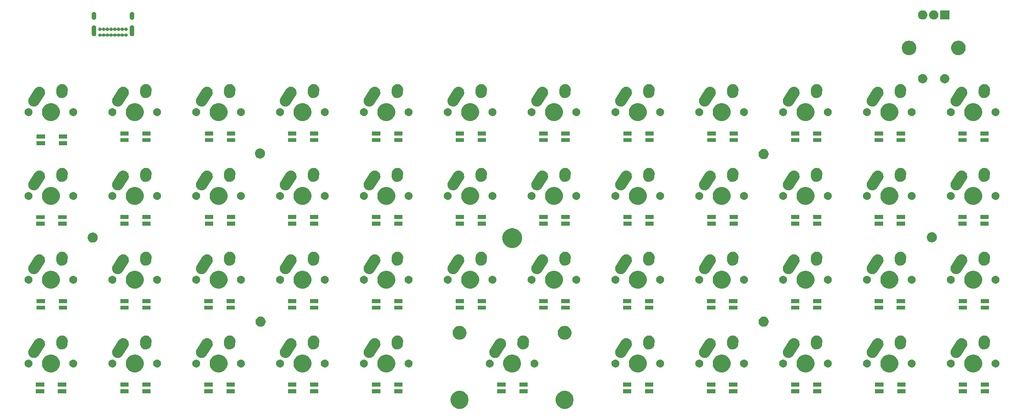
<source format=gbr>
G04 #@! TF.GenerationSoftware,KiCad,Pcbnew,(5.1.0)-1*
G04 #@! TF.CreationDate,2020-10-10T14:24:37-04:00*
G04 #@! TF.ProjectId,rev1.0,72657631-2e30-42e6-9b69-6361645f7063,rev?*
G04 #@! TF.SameCoordinates,Original*
G04 #@! TF.FileFunction,Soldermask,Top*
G04 #@! TF.FilePolarity,Negative*
%FSLAX46Y46*%
G04 Gerber Fmt 4.6, Leading zero omitted, Abs format (unit mm)*
G04 Created by KiCad (PCBNEW (5.1.0)-1) date 2020-10-10 14:24:37*
%MOMM*%
%LPD*%
G04 APERTURE LIST*
%ADD10C,0.100000*%
G04 APERTURE END LIST*
D10*
G36*
X153504474Y-100395684D02*
G01*
X153722474Y-100485983D01*
X153876623Y-100549833D01*
X154211548Y-100773623D01*
X154496377Y-101058452D01*
X154720167Y-101393377D01*
X154720167Y-101393378D01*
X154874316Y-101765526D01*
X154952900Y-102160594D01*
X154952900Y-102563406D01*
X154874316Y-102958474D01*
X154784017Y-103176474D01*
X154720167Y-103330623D01*
X154496377Y-103665548D01*
X154211548Y-103950377D01*
X153876623Y-104174167D01*
X153722474Y-104238017D01*
X153504474Y-104328316D01*
X153109406Y-104406900D01*
X152706594Y-104406900D01*
X152311526Y-104328316D01*
X152093526Y-104238017D01*
X151939377Y-104174167D01*
X151604452Y-103950377D01*
X151319623Y-103665548D01*
X151095833Y-103330623D01*
X151031983Y-103176474D01*
X150941684Y-102958474D01*
X150863100Y-102563406D01*
X150863100Y-102160594D01*
X150941684Y-101765526D01*
X151095833Y-101393378D01*
X151095833Y-101393377D01*
X151319623Y-101058452D01*
X151604452Y-100773623D01*
X151939377Y-100549833D01*
X152093526Y-100485983D01*
X152311526Y-100395684D01*
X152706594Y-100317100D01*
X153109406Y-100317100D01*
X153504474Y-100395684D01*
X153504474Y-100395684D01*
G37*
G36*
X129628474Y-100395684D02*
G01*
X129846474Y-100485983D01*
X130000623Y-100549833D01*
X130335548Y-100773623D01*
X130620377Y-101058452D01*
X130844167Y-101393377D01*
X130844167Y-101393378D01*
X130998316Y-101765526D01*
X131076900Y-102160594D01*
X131076900Y-102563406D01*
X130998316Y-102958474D01*
X130908017Y-103176474D01*
X130844167Y-103330623D01*
X130620377Y-103665548D01*
X130335548Y-103950377D01*
X130000623Y-104174167D01*
X129846474Y-104238017D01*
X129628474Y-104328316D01*
X129233406Y-104406900D01*
X128830594Y-104406900D01*
X128435526Y-104328316D01*
X128217526Y-104238017D01*
X128063377Y-104174167D01*
X127728452Y-103950377D01*
X127443623Y-103665548D01*
X127219833Y-103330623D01*
X127155983Y-103176474D01*
X127065684Y-102958474D01*
X126987100Y-102563406D01*
X126987100Y-102160594D01*
X127065684Y-101765526D01*
X127219833Y-101393378D01*
X127219833Y-101393377D01*
X127443623Y-101058452D01*
X127728452Y-100773623D01*
X128063377Y-100549833D01*
X128217526Y-100485983D01*
X128435526Y-100395684D01*
X128830594Y-100317100D01*
X129233406Y-100317100D01*
X129628474Y-100395684D01*
X129628474Y-100395684D01*
G37*
G36*
X72960000Y-100868600D02*
G01*
X71058000Y-100868600D01*
X71058000Y-99946600D01*
X72960000Y-99946600D01*
X72960000Y-100868600D01*
X72960000Y-100868600D01*
G37*
G36*
X230360000Y-100868600D02*
G01*
X228458000Y-100868600D01*
X228458000Y-99946600D01*
X230360000Y-99946600D01*
X230360000Y-100868600D01*
X230360000Y-100868600D01*
G37*
G36*
X39656800Y-100868600D02*
G01*
X37754800Y-100868600D01*
X37754800Y-99946600D01*
X39656800Y-99946600D01*
X39656800Y-100868600D01*
X39656800Y-100868600D01*
G37*
G36*
X34656800Y-100868600D02*
G01*
X32754800Y-100868600D01*
X32754800Y-99946600D01*
X34656800Y-99946600D01*
X34656800Y-100868600D01*
X34656800Y-100868600D01*
G37*
G36*
X53859200Y-100868600D02*
G01*
X51957200Y-100868600D01*
X51957200Y-99946600D01*
X53859200Y-99946600D01*
X53859200Y-100868600D01*
X53859200Y-100868600D01*
G37*
G36*
X58859200Y-100868600D02*
G01*
X56957200Y-100868600D01*
X56957200Y-99946600D01*
X58859200Y-99946600D01*
X58859200Y-100868600D01*
X58859200Y-100868600D01*
G37*
G36*
X77960000Y-100868600D02*
G01*
X76058000Y-100868600D01*
X76058000Y-99946600D01*
X77960000Y-99946600D01*
X77960000Y-100868600D01*
X77960000Y-100868600D01*
G37*
G36*
X91959200Y-100868600D02*
G01*
X90057200Y-100868600D01*
X90057200Y-99946600D01*
X91959200Y-99946600D01*
X91959200Y-100868600D01*
X91959200Y-100868600D01*
G37*
G36*
X225360000Y-100868600D02*
G01*
X223458000Y-100868600D01*
X223458000Y-99946600D01*
X225360000Y-99946600D01*
X225360000Y-100868600D01*
X225360000Y-100868600D01*
G37*
G36*
X111060000Y-100868600D02*
G01*
X109158000Y-100868600D01*
X109158000Y-99946600D01*
X111060000Y-99946600D01*
X111060000Y-100868600D01*
X111060000Y-100868600D01*
G37*
G36*
X116060000Y-100868600D02*
G01*
X114158000Y-100868600D01*
X114158000Y-99946600D01*
X116060000Y-99946600D01*
X116060000Y-100868600D01*
X116060000Y-100868600D01*
G37*
G36*
X139508000Y-100868600D02*
G01*
X137606000Y-100868600D01*
X137606000Y-99946600D01*
X139508000Y-99946600D01*
X139508000Y-100868600D01*
X139508000Y-100868600D01*
G37*
G36*
X96959200Y-100868600D02*
G01*
X95057200Y-100868600D01*
X95057200Y-99946600D01*
X96959200Y-99946600D01*
X96959200Y-100868600D01*
X96959200Y-100868600D01*
G37*
G36*
X249359200Y-100868600D02*
G01*
X247457200Y-100868600D01*
X247457200Y-99946600D01*
X249359200Y-99946600D01*
X249359200Y-100868600D01*
X249359200Y-100868600D01*
G37*
G36*
X244359200Y-100868600D02*
G01*
X242457200Y-100868600D01*
X242457200Y-99946600D01*
X244359200Y-99946600D01*
X244359200Y-100868600D01*
X244359200Y-100868600D01*
G37*
G36*
X211259200Y-100868600D02*
G01*
X209357200Y-100868600D01*
X209357200Y-99946600D01*
X211259200Y-99946600D01*
X211259200Y-100868600D01*
X211259200Y-100868600D01*
G37*
G36*
X206259200Y-100868600D02*
G01*
X204357200Y-100868600D01*
X204357200Y-99946600D01*
X206259200Y-99946600D01*
X206259200Y-100868600D01*
X206259200Y-100868600D01*
G37*
G36*
X187158400Y-100868600D02*
G01*
X185256400Y-100868600D01*
X185256400Y-99946600D01*
X187158400Y-99946600D01*
X187158400Y-100868600D01*
X187158400Y-100868600D01*
G37*
G36*
X192158400Y-100868600D02*
G01*
X190256400Y-100868600D01*
X190256400Y-99946600D01*
X192158400Y-99946600D01*
X192158400Y-100868600D01*
X192158400Y-100868600D01*
G37*
G36*
X168057600Y-100868600D02*
G01*
X166155600Y-100868600D01*
X166155600Y-99946600D01*
X168057600Y-99946600D01*
X168057600Y-100868600D01*
X168057600Y-100868600D01*
G37*
G36*
X173057600Y-100868600D02*
G01*
X171155600Y-100868600D01*
X171155600Y-99946600D01*
X173057600Y-99946600D01*
X173057600Y-100868600D01*
X173057600Y-100868600D01*
G37*
G36*
X144508000Y-100868600D02*
G01*
X142606000Y-100868600D01*
X142606000Y-99946600D01*
X144508000Y-99946600D01*
X144508000Y-100868600D01*
X144508000Y-100868600D01*
G37*
G36*
X72960000Y-99368600D02*
G01*
X71058000Y-99368600D01*
X71058000Y-98446600D01*
X72960000Y-98446600D01*
X72960000Y-99368600D01*
X72960000Y-99368600D01*
G37*
G36*
X211259200Y-99368600D02*
G01*
X209357200Y-99368600D01*
X209357200Y-98446600D01*
X211259200Y-98446600D01*
X211259200Y-99368600D01*
X211259200Y-99368600D01*
G37*
G36*
X244359200Y-99368600D02*
G01*
X242457200Y-99368600D01*
X242457200Y-98446600D01*
X244359200Y-98446600D01*
X244359200Y-99368600D01*
X244359200Y-99368600D01*
G37*
G36*
X249359200Y-99368600D02*
G01*
X247457200Y-99368600D01*
X247457200Y-98446600D01*
X249359200Y-98446600D01*
X249359200Y-99368600D01*
X249359200Y-99368600D01*
G37*
G36*
X206259200Y-99368600D02*
G01*
X204357200Y-99368600D01*
X204357200Y-98446600D01*
X206259200Y-98446600D01*
X206259200Y-99368600D01*
X206259200Y-99368600D01*
G37*
G36*
X173057600Y-99368600D02*
G01*
X171155600Y-99368600D01*
X171155600Y-98446600D01*
X173057600Y-98446600D01*
X173057600Y-99368600D01*
X173057600Y-99368600D01*
G37*
G36*
X192158400Y-99368600D02*
G01*
X190256400Y-99368600D01*
X190256400Y-98446600D01*
X192158400Y-98446600D01*
X192158400Y-99368600D01*
X192158400Y-99368600D01*
G37*
G36*
X168057600Y-99368600D02*
G01*
X166155600Y-99368600D01*
X166155600Y-98446600D01*
X168057600Y-98446600D01*
X168057600Y-99368600D01*
X168057600Y-99368600D01*
G37*
G36*
X53859200Y-99368600D02*
G01*
X51957200Y-99368600D01*
X51957200Y-98446600D01*
X53859200Y-98446600D01*
X53859200Y-99368600D01*
X53859200Y-99368600D01*
G37*
G36*
X58859200Y-99368600D02*
G01*
X56957200Y-99368600D01*
X56957200Y-98446600D01*
X58859200Y-98446600D01*
X58859200Y-99368600D01*
X58859200Y-99368600D01*
G37*
G36*
X77960000Y-99368600D02*
G01*
X76058000Y-99368600D01*
X76058000Y-98446600D01*
X77960000Y-98446600D01*
X77960000Y-99368600D01*
X77960000Y-99368600D01*
G37*
G36*
X187158400Y-99368600D02*
G01*
X185256400Y-99368600D01*
X185256400Y-98446600D01*
X187158400Y-98446600D01*
X187158400Y-99368600D01*
X187158400Y-99368600D01*
G37*
G36*
X96959200Y-99368600D02*
G01*
X95057200Y-99368600D01*
X95057200Y-98446600D01*
X96959200Y-98446600D01*
X96959200Y-99368600D01*
X96959200Y-99368600D01*
G37*
G36*
X230360000Y-99368600D02*
G01*
X228458000Y-99368600D01*
X228458000Y-98446600D01*
X230360000Y-98446600D01*
X230360000Y-99368600D01*
X230360000Y-99368600D01*
G37*
G36*
X139508000Y-99368600D02*
G01*
X137606000Y-99368600D01*
X137606000Y-98446600D01*
X139508000Y-98446600D01*
X139508000Y-99368600D01*
X139508000Y-99368600D01*
G37*
G36*
X225360000Y-99368600D02*
G01*
X223458000Y-99368600D01*
X223458000Y-98446600D01*
X225360000Y-98446600D01*
X225360000Y-99368600D01*
X225360000Y-99368600D01*
G37*
G36*
X144508000Y-99368600D02*
G01*
X142606000Y-99368600D01*
X142606000Y-98446600D01*
X144508000Y-98446600D01*
X144508000Y-99368600D01*
X144508000Y-99368600D01*
G37*
G36*
X116060000Y-99368600D02*
G01*
X114158000Y-99368600D01*
X114158000Y-98446600D01*
X116060000Y-98446600D01*
X116060000Y-99368600D01*
X116060000Y-99368600D01*
G37*
G36*
X111060000Y-99368600D02*
G01*
X109158000Y-99368600D01*
X109158000Y-98446600D01*
X111060000Y-98446600D01*
X111060000Y-99368600D01*
X111060000Y-99368600D01*
G37*
G36*
X39656800Y-99368600D02*
G01*
X37754800Y-99368600D01*
X37754800Y-98446600D01*
X39656800Y-98446600D01*
X39656800Y-99368600D01*
X39656800Y-99368600D01*
G37*
G36*
X91959200Y-99368600D02*
G01*
X90057200Y-99368600D01*
X90057200Y-98446600D01*
X91959200Y-98446600D01*
X91959200Y-99368600D01*
X91959200Y-99368600D01*
G37*
G36*
X34656800Y-99368600D02*
G01*
X32754800Y-99368600D01*
X32754800Y-98446600D01*
X34656800Y-98446600D01*
X34656800Y-99368600D01*
X34656800Y-99368600D01*
G37*
G36*
X74891474Y-92140684D02*
G01*
X75109474Y-92230983D01*
X75263623Y-92294833D01*
X75598548Y-92518623D01*
X75883377Y-92803452D01*
X76107167Y-93138377D01*
X76171017Y-93292526D01*
X76261316Y-93510526D01*
X76339900Y-93905594D01*
X76339900Y-94308406D01*
X76261316Y-94703474D01*
X76177322Y-94906253D01*
X76107167Y-95075623D01*
X75883377Y-95410548D01*
X75598548Y-95695377D01*
X75263623Y-95919167D01*
X75109474Y-95983017D01*
X74891474Y-96073316D01*
X74496406Y-96151900D01*
X74093594Y-96151900D01*
X73698526Y-96073316D01*
X73480526Y-95983017D01*
X73326377Y-95919167D01*
X72991452Y-95695377D01*
X72706623Y-95410548D01*
X72482833Y-95075623D01*
X72412678Y-94906253D01*
X72328684Y-94703474D01*
X72250100Y-94308406D01*
X72250100Y-93905594D01*
X72328684Y-93510526D01*
X72418983Y-93292526D01*
X72482833Y-93138377D01*
X72706623Y-92803452D01*
X72991452Y-92518623D01*
X73326377Y-92294833D01*
X73480526Y-92230983D01*
X73698526Y-92140684D01*
X74093594Y-92062100D01*
X74496406Y-92062100D01*
X74891474Y-92140684D01*
X74891474Y-92140684D01*
G37*
G36*
X112991474Y-92140684D02*
G01*
X113209474Y-92230983D01*
X113363623Y-92294833D01*
X113698548Y-92518623D01*
X113983377Y-92803452D01*
X114207167Y-93138377D01*
X114271017Y-93292526D01*
X114361316Y-93510526D01*
X114439900Y-93905594D01*
X114439900Y-94308406D01*
X114361316Y-94703474D01*
X114277322Y-94906253D01*
X114207167Y-95075623D01*
X113983377Y-95410548D01*
X113698548Y-95695377D01*
X113363623Y-95919167D01*
X113209474Y-95983017D01*
X112991474Y-96073316D01*
X112596406Y-96151900D01*
X112193594Y-96151900D01*
X111798526Y-96073316D01*
X111580526Y-95983017D01*
X111426377Y-95919167D01*
X111091452Y-95695377D01*
X110806623Y-95410548D01*
X110582833Y-95075623D01*
X110512678Y-94906253D01*
X110428684Y-94703474D01*
X110350100Y-94308406D01*
X110350100Y-93905594D01*
X110428684Y-93510526D01*
X110518983Y-93292526D01*
X110582833Y-93138377D01*
X110806623Y-92803452D01*
X111091452Y-92518623D01*
X111426377Y-92294833D01*
X111580526Y-92230983D01*
X111798526Y-92140684D01*
X112193594Y-92062100D01*
X112596406Y-92062100D01*
X112991474Y-92140684D01*
X112991474Y-92140684D01*
G37*
G36*
X93941474Y-92140684D02*
G01*
X94159474Y-92230983D01*
X94313623Y-92294833D01*
X94648548Y-92518623D01*
X94933377Y-92803452D01*
X95157167Y-93138377D01*
X95221017Y-93292526D01*
X95311316Y-93510526D01*
X95389900Y-93905594D01*
X95389900Y-94308406D01*
X95311316Y-94703474D01*
X95227322Y-94906253D01*
X95157167Y-95075623D01*
X94933377Y-95410548D01*
X94648548Y-95695377D01*
X94313623Y-95919167D01*
X94159474Y-95983017D01*
X93941474Y-96073316D01*
X93546406Y-96151900D01*
X93143594Y-96151900D01*
X92748526Y-96073316D01*
X92530526Y-95983017D01*
X92376377Y-95919167D01*
X92041452Y-95695377D01*
X91756623Y-95410548D01*
X91532833Y-95075623D01*
X91462678Y-94906253D01*
X91378684Y-94703474D01*
X91300100Y-94308406D01*
X91300100Y-93905594D01*
X91378684Y-93510526D01*
X91468983Y-93292526D01*
X91532833Y-93138377D01*
X91756623Y-92803452D01*
X92041452Y-92518623D01*
X92376377Y-92294833D01*
X92530526Y-92230983D01*
X92748526Y-92140684D01*
X93143594Y-92062100D01*
X93546406Y-92062100D01*
X93941474Y-92140684D01*
X93941474Y-92140684D01*
G37*
G36*
X55841474Y-92140684D02*
G01*
X56059474Y-92230983D01*
X56213623Y-92294833D01*
X56548548Y-92518623D01*
X56833377Y-92803452D01*
X57057167Y-93138377D01*
X57121017Y-93292526D01*
X57211316Y-93510526D01*
X57289900Y-93905594D01*
X57289900Y-94308406D01*
X57211316Y-94703474D01*
X57127322Y-94906253D01*
X57057167Y-95075623D01*
X56833377Y-95410548D01*
X56548548Y-95695377D01*
X56213623Y-95919167D01*
X56059474Y-95983017D01*
X55841474Y-96073316D01*
X55446406Y-96151900D01*
X55043594Y-96151900D01*
X54648526Y-96073316D01*
X54430526Y-95983017D01*
X54276377Y-95919167D01*
X53941452Y-95695377D01*
X53656623Y-95410548D01*
X53432833Y-95075623D01*
X53362678Y-94906253D01*
X53278684Y-94703474D01*
X53200100Y-94308406D01*
X53200100Y-93905594D01*
X53278684Y-93510526D01*
X53368983Y-93292526D01*
X53432833Y-93138377D01*
X53656623Y-92803452D01*
X53941452Y-92518623D01*
X54276377Y-92294833D01*
X54430526Y-92230983D01*
X54648526Y-92140684D01*
X55043594Y-92062100D01*
X55446406Y-92062100D01*
X55841474Y-92140684D01*
X55841474Y-92140684D01*
G37*
G36*
X36791474Y-92140684D02*
G01*
X37009474Y-92230983D01*
X37163623Y-92294833D01*
X37498548Y-92518623D01*
X37783377Y-92803452D01*
X38007167Y-93138377D01*
X38071017Y-93292526D01*
X38161316Y-93510526D01*
X38239900Y-93905594D01*
X38239900Y-94308406D01*
X38161316Y-94703474D01*
X38077322Y-94906253D01*
X38007167Y-95075623D01*
X37783377Y-95410548D01*
X37498548Y-95695377D01*
X37163623Y-95919167D01*
X37009474Y-95983017D01*
X36791474Y-96073316D01*
X36396406Y-96151900D01*
X35993594Y-96151900D01*
X35598526Y-96073316D01*
X35380526Y-95983017D01*
X35226377Y-95919167D01*
X34891452Y-95695377D01*
X34606623Y-95410548D01*
X34382833Y-95075623D01*
X34312678Y-94906253D01*
X34228684Y-94703474D01*
X34150100Y-94308406D01*
X34150100Y-93905594D01*
X34228684Y-93510526D01*
X34318983Y-93292526D01*
X34382833Y-93138377D01*
X34606623Y-92803452D01*
X34891452Y-92518623D01*
X35226377Y-92294833D01*
X35380526Y-92230983D01*
X35598526Y-92140684D01*
X35993594Y-92062100D01*
X36396406Y-92062100D01*
X36791474Y-92140684D01*
X36791474Y-92140684D01*
G37*
G36*
X246341474Y-92140684D02*
G01*
X246559474Y-92230983D01*
X246713623Y-92294833D01*
X247048548Y-92518623D01*
X247333377Y-92803452D01*
X247557167Y-93138377D01*
X247621017Y-93292526D01*
X247711316Y-93510526D01*
X247789900Y-93905594D01*
X247789900Y-94308406D01*
X247711316Y-94703474D01*
X247627322Y-94906253D01*
X247557167Y-95075623D01*
X247333377Y-95410548D01*
X247048548Y-95695377D01*
X246713623Y-95919167D01*
X246559474Y-95983017D01*
X246341474Y-96073316D01*
X245946406Y-96151900D01*
X245543594Y-96151900D01*
X245148526Y-96073316D01*
X244930526Y-95983017D01*
X244776377Y-95919167D01*
X244441452Y-95695377D01*
X244156623Y-95410548D01*
X243932833Y-95075623D01*
X243862678Y-94906253D01*
X243778684Y-94703474D01*
X243700100Y-94308406D01*
X243700100Y-93905594D01*
X243778684Y-93510526D01*
X243868983Y-93292526D01*
X243932833Y-93138377D01*
X244156623Y-92803452D01*
X244441452Y-92518623D01*
X244776377Y-92294833D01*
X244930526Y-92230983D01*
X245148526Y-92140684D01*
X245543594Y-92062100D01*
X245946406Y-92062100D01*
X246341474Y-92140684D01*
X246341474Y-92140684D01*
G37*
G36*
X227291474Y-92140684D02*
G01*
X227509474Y-92230983D01*
X227663623Y-92294833D01*
X227998548Y-92518623D01*
X228283377Y-92803452D01*
X228507167Y-93138377D01*
X228571017Y-93292526D01*
X228661316Y-93510526D01*
X228739900Y-93905594D01*
X228739900Y-94308406D01*
X228661316Y-94703474D01*
X228577322Y-94906253D01*
X228507167Y-95075623D01*
X228283377Y-95410548D01*
X227998548Y-95695377D01*
X227663623Y-95919167D01*
X227509474Y-95983017D01*
X227291474Y-96073316D01*
X226896406Y-96151900D01*
X226493594Y-96151900D01*
X226098526Y-96073316D01*
X225880526Y-95983017D01*
X225726377Y-95919167D01*
X225391452Y-95695377D01*
X225106623Y-95410548D01*
X224882833Y-95075623D01*
X224812678Y-94906253D01*
X224728684Y-94703474D01*
X224650100Y-94308406D01*
X224650100Y-93905594D01*
X224728684Y-93510526D01*
X224818983Y-93292526D01*
X224882833Y-93138377D01*
X225106623Y-92803452D01*
X225391452Y-92518623D01*
X225726377Y-92294833D01*
X225880526Y-92230983D01*
X226098526Y-92140684D01*
X226493594Y-92062100D01*
X226896406Y-92062100D01*
X227291474Y-92140684D01*
X227291474Y-92140684D01*
G37*
G36*
X208241474Y-92140684D02*
G01*
X208459474Y-92230983D01*
X208613623Y-92294833D01*
X208948548Y-92518623D01*
X209233377Y-92803452D01*
X209457167Y-93138377D01*
X209521017Y-93292526D01*
X209611316Y-93510526D01*
X209689900Y-93905594D01*
X209689900Y-94308406D01*
X209611316Y-94703474D01*
X209527322Y-94906253D01*
X209457167Y-95075623D01*
X209233377Y-95410548D01*
X208948548Y-95695377D01*
X208613623Y-95919167D01*
X208459474Y-95983017D01*
X208241474Y-96073316D01*
X207846406Y-96151900D01*
X207443594Y-96151900D01*
X207048526Y-96073316D01*
X206830526Y-95983017D01*
X206676377Y-95919167D01*
X206341452Y-95695377D01*
X206056623Y-95410548D01*
X205832833Y-95075623D01*
X205762678Y-94906253D01*
X205678684Y-94703474D01*
X205600100Y-94308406D01*
X205600100Y-93905594D01*
X205678684Y-93510526D01*
X205768983Y-93292526D01*
X205832833Y-93138377D01*
X206056623Y-92803452D01*
X206341452Y-92518623D01*
X206676377Y-92294833D01*
X206830526Y-92230983D01*
X207048526Y-92140684D01*
X207443594Y-92062100D01*
X207846406Y-92062100D01*
X208241474Y-92140684D01*
X208241474Y-92140684D01*
G37*
G36*
X189191474Y-92140684D02*
G01*
X189409474Y-92230983D01*
X189563623Y-92294833D01*
X189898548Y-92518623D01*
X190183377Y-92803452D01*
X190407167Y-93138377D01*
X190471017Y-93292526D01*
X190561316Y-93510526D01*
X190639900Y-93905594D01*
X190639900Y-94308406D01*
X190561316Y-94703474D01*
X190477322Y-94906253D01*
X190407167Y-95075623D01*
X190183377Y-95410548D01*
X189898548Y-95695377D01*
X189563623Y-95919167D01*
X189409474Y-95983017D01*
X189191474Y-96073316D01*
X188796406Y-96151900D01*
X188393594Y-96151900D01*
X187998526Y-96073316D01*
X187780526Y-95983017D01*
X187626377Y-95919167D01*
X187291452Y-95695377D01*
X187006623Y-95410548D01*
X186782833Y-95075623D01*
X186712678Y-94906253D01*
X186628684Y-94703474D01*
X186550100Y-94308406D01*
X186550100Y-93905594D01*
X186628684Y-93510526D01*
X186718983Y-93292526D01*
X186782833Y-93138377D01*
X187006623Y-92803452D01*
X187291452Y-92518623D01*
X187626377Y-92294833D01*
X187780526Y-92230983D01*
X187998526Y-92140684D01*
X188393594Y-92062100D01*
X188796406Y-92062100D01*
X189191474Y-92140684D01*
X189191474Y-92140684D01*
G37*
G36*
X170141474Y-92140684D02*
G01*
X170359474Y-92230983D01*
X170513623Y-92294833D01*
X170848548Y-92518623D01*
X171133377Y-92803452D01*
X171357167Y-93138377D01*
X171421017Y-93292526D01*
X171511316Y-93510526D01*
X171589900Y-93905594D01*
X171589900Y-94308406D01*
X171511316Y-94703474D01*
X171427322Y-94906253D01*
X171357167Y-95075623D01*
X171133377Y-95410548D01*
X170848548Y-95695377D01*
X170513623Y-95919167D01*
X170359474Y-95983017D01*
X170141474Y-96073316D01*
X169746406Y-96151900D01*
X169343594Y-96151900D01*
X168948526Y-96073316D01*
X168730526Y-95983017D01*
X168576377Y-95919167D01*
X168241452Y-95695377D01*
X167956623Y-95410548D01*
X167732833Y-95075623D01*
X167662678Y-94906253D01*
X167578684Y-94703474D01*
X167500100Y-94308406D01*
X167500100Y-93905594D01*
X167578684Y-93510526D01*
X167668983Y-93292526D01*
X167732833Y-93138377D01*
X167956623Y-92803452D01*
X168241452Y-92518623D01*
X168576377Y-92294833D01*
X168730526Y-92230983D01*
X168948526Y-92140684D01*
X169343594Y-92062100D01*
X169746406Y-92062100D01*
X170141474Y-92140684D01*
X170141474Y-92140684D01*
G37*
G36*
X141566474Y-92140684D02*
G01*
X141784474Y-92230983D01*
X141938623Y-92294833D01*
X142273548Y-92518623D01*
X142558377Y-92803452D01*
X142782167Y-93138377D01*
X142846017Y-93292526D01*
X142936316Y-93510526D01*
X143014900Y-93905594D01*
X143014900Y-94308406D01*
X142936316Y-94703474D01*
X142852322Y-94906253D01*
X142782167Y-95075623D01*
X142558377Y-95410548D01*
X142273548Y-95695377D01*
X141938623Y-95919167D01*
X141784474Y-95983017D01*
X141566474Y-96073316D01*
X141171406Y-96151900D01*
X140768594Y-96151900D01*
X140373526Y-96073316D01*
X140155526Y-95983017D01*
X140001377Y-95919167D01*
X139666452Y-95695377D01*
X139381623Y-95410548D01*
X139157833Y-95075623D01*
X139087678Y-94906253D01*
X139003684Y-94703474D01*
X138925100Y-94308406D01*
X138925100Y-93905594D01*
X139003684Y-93510526D01*
X139093983Y-93292526D01*
X139157833Y-93138377D01*
X139381623Y-92803452D01*
X139666452Y-92518623D01*
X140001377Y-92294833D01*
X140155526Y-92230983D01*
X140373526Y-92140684D01*
X140768594Y-92062100D01*
X141171406Y-92062100D01*
X141566474Y-92140684D01*
X141566474Y-92140684D01*
G37*
G36*
X50340952Y-93222430D02*
G01*
X50428075Y-93239759D01*
X50537498Y-93285084D01*
X50592211Y-93307747D01*
X50738933Y-93405783D01*
X50739928Y-93406448D01*
X50865552Y-93532072D01*
X50865554Y-93532075D01*
X50964253Y-93679789D01*
X50964253Y-93679790D01*
X51032241Y-93843925D01*
X51066900Y-94018171D01*
X51066900Y-94195829D01*
X51032241Y-94370075D01*
X50986916Y-94479498D01*
X50964253Y-94534211D01*
X50866217Y-94680933D01*
X50865552Y-94681928D01*
X50739928Y-94807552D01*
X50739925Y-94807554D01*
X50592211Y-94906253D01*
X50537498Y-94928916D01*
X50428075Y-94974241D01*
X50340952Y-94991571D01*
X50253831Y-95008900D01*
X50076169Y-95008900D01*
X49989048Y-94991571D01*
X49901925Y-94974241D01*
X49792502Y-94928916D01*
X49737789Y-94906253D01*
X49590075Y-94807554D01*
X49590072Y-94807552D01*
X49464448Y-94681928D01*
X49463783Y-94680933D01*
X49365747Y-94534211D01*
X49343084Y-94479498D01*
X49297759Y-94370075D01*
X49263100Y-94195829D01*
X49263100Y-94018171D01*
X49297759Y-93843925D01*
X49365747Y-93679790D01*
X49365747Y-93679789D01*
X49464446Y-93532075D01*
X49464448Y-93532072D01*
X49590072Y-93406448D01*
X49591067Y-93405783D01*
X49737789Y-93307747D01*
X49792502Y-93285084D01*
X49901925Y-93239759D01*
X49989048Y-93222430D01*
X50076169Y-93205100D01*
X50253831Y-93205100D01*
X50340952Y-93222430D01*
X50340952Y-93222430D01*
G37*
G36*
X202740952Y-93222430D02*
G01*
X202828075Y-93239759D01*
X202937498Y-93285084D01*
X202992211Y-93307747D01*
X203138933Y-93405783D01*
X203139928Y-93406448D01*
X203265552Y-93532072D01*
X203265554Y-93532075D01*
X203364253Y-93679789D01*
X203364253Y-93679790D01*
X203432241Y-93843925D01*
X203466900Y-94018171D01*
X203466900Y-94195829D01*
X203432241Y-94370075D01*
X203386916Y-94479498D01*
X203364253Y-94534211D01*
X203266217Y-94680933D01*
X203265552Y-94681928D01*
X203139928Y-94807552D01*
X203139925Y-94807554D01*
X202992211Y-94906253D01*
X202937498Y-94928916D01*
X202828075Y-94974241D01*
X202740952Y-94991570D01*
X202653831Y-95008900D01*
X202476169Y-95008900D01*
X202389048Y-94991571D01*
X202301925Y-94974241D01*
X202192502Y-94928916D01*
X202137789Y-94906253D01*
X201990075Y-94807554D01*
X201990072Y-94807552D01*
X201864448Y-94681928D01*
X201863783Y-94680933D01*
X201765747Y-94534211D01*
X201743084Y-94479498D01*
X201697759Y-94370075D01*
X201663100Y-94195829D01*
X201663100Y-94018171D01*
X201697759Y-93843925D01*
X201765747Y-93679790D01*
X201765747Y-93679789D01*
X201864446Y-93532075D01*
X201864448Y-93532072D01*
X201990072Y-93406448D01*
X201991067Y-93405783D01*
X202137789Y-93307747D01*
X202192502Y-93285084D01*
X202301925Y-93239759D01*
X202389048Y-93222430D01*
X202476169Y-93205100D01*
X202653831Y-93205100D01*
X202740952Y-93222430D01*
X202740952Y-93222430D01*
G37*
G36*
X212900952Y-93222430D02*
G01*
X212988075Y-93239759D01*
X213097498Y-93285084D01*
X213152211Y-93307747D01*
X213298933Y-93405783D01*
X213299928Y-93406448D01*
X213425552Y-93532072D01*
X213425554Y-93532075D01*
X213524253Y-93679789D01*
X213524253Y-93679790D01*
X213592241Y-93843925D01*
X213626900Y-94018171D01*
X213626900Y-94195829D01*
X213592241Y-94370075D01*
X213546916Y-94479498D01*
X213524253Y-94534211D01*
X213426217Y-94680933D01*
X213425552Y-94681928D01*
X213299928Y-94807552D01*
X213299925Y-94807554D01*
X213152211Y-94906253D01*
X213097498Y-94928916D01*
X212988075Y-94974241D01*
X212900952Y-94991570D01*
X212813831Y-95008900D01*
X212636169Y-95008900D01*
X212549048Y-94991571D01*
X212461925Y-94974241D01*
X212352502Y-94928916D01*
X212297789Y-94906253D01*
X212150075Y-94807554D01*
X212150072Y-94807552D01*
X212024448Y-94681928D01*
X212023783Y-94680933D01*
X211925747Y-94534211D01*
X211903084Y-94479498D01*
X211857759Y-94370075D01*
X211823100Y-94195829D01*
X211823100Y-94018171D01*
X211857759Y-93843925D01*
X211925747Y-93679790D01*
X211925747Y-93679789D01*
X212024446Y-93532075D01*
X212024448Y-93532072D01*
X212150072Y-93406448D01*
X212151067Y-93405783D01*
X212297789Y-93307747D01*
X212352502Y-93285084D01*
X212461925Y-93239759D01*
X212549048Y-93222430D01*
X212636169Y-93205100D01*
X212813831Y-93205100D01*
X212900952Y-93222430D01*
X212900952Y-93222430D01*
G37*
G36*
X221790952Y-93222430D02*
G01*
X221878075Y-93239759D01*
X221987498Y-93285084D01*
X222042211Y-93307747D01*
X222188933Y-93405783D01*
X222189928Y-93406448D01*
X222315552Y-93532072D01*
X222315554Y-93532075D01*
X222414253Y-93679789D01*
X222414253Y-93679790D01*
X222482241Y-93843925D01*
X222516900Y-94018171D01*
X222516900Y-94195829D01*
X222482241Y-94370075D01*
X222436916Y-94479498D01*
X222414253Y-94534211D01*
X222316217Y-94680933D01*
X222315552Y-94681928D01*
X222189928Y-94807552D01*
X222189925Y-94807554D01*
X222042211Y-94906253D01*
X221987498Y-94928916D01*
X221878075Y-94974241D01*
X221790952Y-94991570D01*
X221703831Y-95008900D01*
X221526169Y-95008900D01*
X221439048Y-94991571D01*
X221351925Y-94974241D01*
X221242502Y-94928916D01*
X221187789Y-94906253D01*
X221040075Y-94807554D01*
X221040072Y-94807552D01*
X220914448Y-94681928D01*
X220913783Y-94680933D01*
X220815747Y-94534211D01*
X220793084Y-94479498D01*
X220747759Y-94370075D01*
X220713100Y-94195829D01*
X220713100Y-94018171D01*
X220747759Y-93843925D01*
X220815747Y-93679790D01*
X220815747Y-93679789D01*
X220914446Y-93532075D01*
X220914448Y-93532072D01*
X221040072Y-93406448D01*
X221041067Y-93405783D01*
X221187789Y-93307747D01*
X221242502Y-93285084D01*
X221351925Y-93239759D01*
X221439048Y-93222430D01*
X221526169Y-93205100D01*
X221703831Y-93205100D01*
X221790952Y-93222430D01*
X221790952Y-93222430D01*
G37*
G36*
X231950952Y-93222430D02*
G01*
X232038075Y-93239759D01*
X232147498Y-93285084D01*
X232202211Y-93307747D01*
X232348933Y-93405783D01*
X232349928Y-93406448D01*
X232475552Y-93532072D01*
X232475554Y-93532075D01*
X232574253Y-93679789D01*
X232574253Y-93679790D01*
X232642241Y-93843925D01*
X232676900Y-94018171D01*
X232676900Y-94195829D01*
X232642241Y-94370075D01*
X232596916Y-94479498D01*
X232574253Y-94534211D01*
X232476217Y-94680933D01*
X232475552Y-94681928D01*
X232349928Y-94807552D01*
X232349925Y-94807554D01*
X232202211Y-94906253D01*
X232147498Y-94928916D01*
X232038075Y-94974241D01*
X231950952Y-94991570D01*
X231863831Y-95008900D01*
X231686169Y-95008900D01*
X231599048Y-94991571D01*
X231511925Y-94974241D01*
X231402502Y-94928916D01*
X231347789Y-94906253D01*
X231200075Y-94807554D01*
X231200072Y-94807552D01*
X231074448Y-94681928D01*
X231073783Y-94680933D01*
X230975747Y-94534211D01*
X230953084Y-94479498D01*
X230907759Y-94370075D01*
X230873100Y-94195829D01*
X230873100Y-94018171D01*
X230907759Y-93843925D01*
X230975747Y-93679790D01*
X230975747Y-93679789D01*
X231074446Y-93532075D01*
X231074448Y-93532072D01*
X231200072Y-93406448D01*
X231201067Y-93405783D01*
X231347789Y-93307747D01*
X231402502Y-93285084D01*
X231511925Y-93239759D01*
X231599048Y-93222430D01*
X231686169Y-93205100D01*
X231863831Y-93205100D01*
X231950952Y-93222430D01*
X231950952Y-93222430D01*
G37*
G36*
X240840952Y-93222430D02*
G01*
X240928075Y-93239759D01*
X241037498Y-93285084D01*
X241092211Y-93307747D01*
X241238933Y-93405783D01*
X241239928Y-93406448D01*
X241365552Y-93532072D01*
X241365554Y-93532075D01*
X241464253Y-93679789D01*
X241464253Y-93679790D01*
X241532241Y-93843925D01*
X241566900Y-94018171D01*
X241566900Y-94195829D01*
X241532241Y-94370075D01*
X241486916Y-94479498D01*
X241464253Y-94534211D01*
X241366217Y-94680933D01*
X241365552Y-94681928D01*
X241239928Y-94807552D01*
X241239925Y-94807554D01*
X241092211Y-94906253D01*
X241037498Y-94928916D01*
X240928075Y-94974241D01*
X240840952Y-94991570D01*
X240753831Y-95008900D01*
X240576169Y-95008900D01*
X240489048Y-94991571D01*
X240401925Y-94974241D01*
X240292502Y-94928916D01*
X240237789Y-94906253D01*
X240090075Y-94807554D01*
X240090072Y-94807552D01*
X239964448Y-94681928D01*
X239963783Y-94680933D01*
X239865747Y-94534211D01*
X239843084Y-94479498D01*
X239797759Y-94370075D01*
X239763100Y-94195829D01*
X239763100Y-94018171D01*
X239797759Y-93843925D01*
X239865747Y-93679790D01*
X239865747Y-93679789D01*
X239964446Y-93532075D01*
X239964448Y-93532072D01*
X240090072Y-93406448D01*
X240091067Y-93405783D01*
X240237789Y-93307747D01*
X240292502Y-93285084D01*
X240401925Y-93239759D01*
X240489048Y-93222430D01*
X240576169Y-93205100D01*
X240753831Y-93205100D01*
X240840952Y-93222430D01*
X240840952Y-93222430D01*
G37*
G36*
X251000952Y-93222430D02*
G01*
X251088075Y-93239759D01*
X251197498Y-93285084D01*
X251252211Y-93307747D01*
X251398933Y-93405783D01*
X251399928Y-93406448D01*
X251525552Y-93532072D01*
X251525554Y-93532075D01*
X251624253Y-93679789D01*
X251624253Y-93679790D01*
X251692241Y-93843925D01*
X251726900Y-94018171D01*
X251726900Y-94195829D01*
X251692241Y-94370075D01*
X251646916Y-94479498D01*
X251624253Y-94534211D01*
X251526217Y-94680933D01*
X251525552Y-94681928D01*
X251399928Y-94807552D01*
X251399925Y-94807554D01*
X251252211Y-94906253D01*
X251197498Y-94928916D01*
X251088075Y-94974241D01*
X251000952Y-94991570D01*
X250913831Y-95008900D01*
X250736169Y-95008900D01*
X250649048Y-94991571D01*
X250561925Y-94974241D01*
X250452502Y-94928916D01*
X250397789Y-94906253D01*
X250250075Y-94807554D01*
X250250072Y-94807552D01*
X250124448Y-94681928D01*
X250123783Y-94680933D01*
X250025747Y-94534211D01*
X250003084Y-94479498D01*
X249957759Y-94370075D01*
X249923100Y-94195829D01*
X249923100Y-94018171D01*
X249957759Y-93843925D01*
X250025747Y-93679790D01*
X250025747Y-93679789D01*
X250124446Y-93532075D01*
X250124448Y-93532072D01*
X250250072Y-93406448D01*
X250251067Y-93405783D01*
X250397789Y-93307747D01*
X250452502Y-93285084D01*
X250561925Y-93239759D01*
X250649048Y-93222430D01*
X250736169Y-93205100D01*
X250913831Y-93205100D01*
X251000952Y-93222430D01*
X251000952Y-93222430D01*
G37*
G36*
X31290952Y-93222430D02*
G01*
X31378075Y-93239759D01*
X31487498Y-93285084D01*
X31542211Y-93307747D01*
X31688933Y-93405783D01*
X31689928Y-93406448D01*
X31815552Y-93532072D01*
X31815554Y-93532075D01*
X31914253Y-93679789D01*
X31914253Y-93679790D01*
X31982241Y-93843925D01*
X32016900Y-94018171D01*
X32016900Y-94195829D01*
X31982241Y-94370075D01*
X31936916Y-94479498D01*
X31914253Y-94534211D01*
X31816217Y-94680933D01*
X31815552Y-94681928D01*
X31689928Y-94807552D01*
X31689925Y-94807554D01*
X31542211Y-94906253D01*
X31487498Y-94928916D01*
X31378075Y-94974241D01*
X31290952Y-94991571D01*
X31203831Y-95008900D01*
X31026169Y-95008900D01*
X30939048Y-94991571D01*
X30851925Y-94974241D01*
X30742502Y-94928916D01*
X30687789Y-94906253D01*
X30540075Y-94807554D01*
X30540072Y-94807552D01*
X30414448Y-94681928D01*
X30413783Y-94680933D01*
X30315747Y-94534211D01*
X30293084Y-94479498D01*
X30247759Y-94370075D01*
X30213100Y-94195829D01*
X30213100Y-94018171D01*
X30247759Y-93843925D01*
X30315747Y-93679790D01*
X30315747Y-93679789D01*
X30414446Y-93532075D01*
X30414448Y-93532072D01*
X30540072Y-93406448D01*
X30541067Y-93405783D01*
X30687789Y-93307747D01*
X30742502Y-93285084D01*
X30851925Y-93239759D01*
X30939048Y-93222430D01*
X31026169Y-93205100D01*
X31203831Y-93205100D01*
X31290952Y-93222430D01*
X31290952Y-93222430D01*
G37*
G36*
X60500952Y-93222430D02*
G01*
X60588075Y-93239759D01*
X60697498Y-93285084D01*
X60752211Y-93307747D01*
X60898933Y-93405783D01*
X60899928Y-93406448D01*
X61025552Y-93532072D01*
X61025554Y-93532075D01*
X61124253Y-93679789D01*
X61124253Y-93679790D01*
X61192241Y-93843925D01*
X61226900Y-94018171D01*
X61226900Y-94195829D01*
X61192241Y-94370075D01*
X61146916Y-94479498D01*
X61124253Y-94534211D01*
X61026217Y-94680933D01*
X61025552Y-94681928D01*
X60899928Y-94807552D01*
X60899925Y-94807554D01*
X60752211Y-94906253D01*
X60697498Y-94928916D01*
X60588075Y-94974241D01*
X60500952Y-94991570D01*
X60413831Y-95008900D01*
X60236169Y-95008900D01*
X60149048Y-94991571D01*
X60061925Y-94974241D01*
X59952502Y-94928916D01*
X59897789Y-94906253D01*
X59750075Y-94807554D01*
X59750072Y-94807552D01*
X59624448Y-94681928D01*
X59623783Y-94680933D01*
X59525747Y-94534211D01*
X59503084Y-94479498D01*
X59457759Y-94370075D01*
X59423100Y-94195829D01*
X59423100Y-94018171D01*
X59457759Y-93843925D01*
X59525747Y-93679790D01*
X59525747Y-93679789D01*
X59624446Y-93532075D01*
X59624448Y-93532072D01*
X59750072Y-93406448D01*
X59751067Y-93405783D01*
X59897789Y-93307747D01*
X59952502Y-93285084D01*
X60061925Y-93239759D01*
X60149048Y-93222430D01*
X60236169Y-93205100D01*
X60413831Y-93205100D01*
X60500952Y-93222430D01*
X60500952Y-93222430D01*
G37*
G36*
X41450952Y-93222430D02*
G01*
X41538075Y-93239759D01*
X41647498Y-93285084D01*
X41702211Y-93307747D01*
X41848933Y-93405783D01*
X41849928Y-93406448D01*
X41975552Y-93532072D01*
X41975554Y-93532075D01*
X42074253Y-93679789D01*
X42074253Y-93679790D01*
X42142241Y-93843925D01*
X42176900Y-94018171D01*
X42176900Y-94195829D01*
X42142241Y-94370075D01*
X42096916Y-94479498D01*
X42074253Y-94534211D01*
X41976217Y-94680933D01*
X41975552Y-94681928D01*
X41849928Y-94807552D01*
X41849925Y-94807554D01*
X41702211Y-94906253D01*
X41647498Y-94928916D01*
X41538075Y-94974241D01*
X41450952Y-94991571D01*
X41363831Y-95008900D01*
X41186169Y-95008900D01*
X41099048Y-94991571D01*
X41011925Y-94974241D01*
X40902502Y-94928916D01*
X40847789Y-94906253D01*
X40700075Y-94807554D01*
X40700072Y-94807552D01*
X40574448Y-94681928D01*
X40573783Y-94680933D01*
X40475747Y-94534211D01*
X40453084Y-94479498D01*
X40407759Y-94370075D01*
X40373100Y-94195829D01*
X40373100Y-94018171D01*
X40407759Y-93843925D01*
X40475747Y-93679790D01*
X40475747Y-93679789D01*
X40574446Y-93532075D01*
X40574448Y-93532072D01*
X40700072Y-93406448D01*
X40701067Y-93405783D01*
X40847789Y-93307747D01*
X40902502Y-93285084D01*
X41011925Y-93239759D01*
X41099048Y-93222430D01*
X41186169Y-93205100D01*
X41363831Y-93205100D01*
X41450952Y-93222430D01*
X41450952Y-93222430D01*
G37*
G36*
X69390952Y-93222430D02*
G01*
X69478075Y-93239759D01*
X69587498Y-93285084D01*
X69642211Y-93307747D01*
X69788933Y-93405783D01*
X69789928Y-93406448D01*
X69915552Y-93532072D01*
X69915554Y-93532075D01*
X70014253Y-93679789D01*
X70014253Y-93679790D01*
X70082241Y-93843925D01*
X70116900Y-94018171D01*
X70116900Y-94195829D01*
X70082241Y-94370075D01*
X70036916Y-94479498D01*
X70014253Y-94534211D01*
X69916217Y-94680933D01*
X69915552Y-94681928D01*
X69789928Y-94807552D01*
X69789925Y-94807554D01*
X69642211Y-94906253D01*
X69587498Y-94928916D01*
X69478075Y-94974241D01*
X69390952Y-94991570D01*
X69303831Y-95008900D01*
X69126169Y-95008900D01*
X69039048Y-94991571D01*
X68951925Y-94974241D01*
X68842502Y-94928916D01*
X68787789Y-94906253D01*
X68640075Y-94807554D01*
X68640072Y-94807552D01*
X68514448Y-94681928D01*
X68513783Y-94680933D01*
X68415747Y-94534211D01*
X68393084Y-94479498D01*
X68347759Y-94370075D01*
X68313100Y-94195829D01*
X68313100Y-94018171D01*
X68347759Y-93843925D01*
X68415747Y-93679790D01*
X68415747Y-93679789D01*
X68514446Y-93532075D01*
X68514448Y-93532072D01*
X68640072Y-93406448D01*
X68641067Y-93405783D01*
X68787789Y-93307747D01*
X68842502Y-93285084D01*
X68951925Y-93239759D01*
X69039048Y-93222430D01*
X69126169Y-93205100D01*
X69303831Y-93205100D01*
X69390952Y-93222430D01*
X69390952Y-93222430D01*
G37*
G36*
X174800952Y-93222430D02*
G01*
X174888075Y-93239759D01*
X174997498Y-93285084D01*
X175052211Y-93307747D01*
X175198933Y-93405783D01*
X175199928Y-93406448D01*
X175325552Y-93532072D01*
X175325554Y-93532075D01*
X175424253Y-93679789D01*
X175424253Y-93679790D01*
X175492241Y-93843925D01*
X175526900Y-94018171D01*
X175526900Y-94195829D01*
X175492241Y-94370075D01*
X175446916Y-94479498D01*
X175424253Y-94534211D01*
X175326217Y-94680933D01*
X175325552Y-94681928D01*
X175199928Y-94807552D01*
X175199925Y-94807554D01*
X175052211Y-94906253D01*
X174997498Y-94928916D01*
X174888075Y-94974241D01*
X174800952Y-94991570D01*
X174713831Y-95008900D01*
X174536169Y-95008900D01*
X174449048Y-94991571D01*
X174361925Y-94974241D01*
X174252502Y-94928916D01*
X174197789Y-94906253D01*
X174050075Y-94807554D01*
X174050072Y-94807552D01*
X173924448Y-94681928D01*
X173923783Y-94680933D01*
X173825747Y-94534211D01*
X173803084Y-94479498D01*
X173757759Y-94370075D01*
X173723100Y-94195829D01*
X173723100Y-94018171D01*
X173757759Y-93843925D01*
X173825747Y-93679790D01*
X173825747Y-93679789D01*
X173924446Y-93532075D01*
X173924448Y-93532072D01*
X174050072Y-93406448D01*
X174051067Y-93405783D01*
X174197789Y-93307747D01*
X174252502Y-93285084D01*
X174361925Y-93239759D01*
X174449048Y-93222430D01*
X174536169Y-93205100D01*
X174713831Y-93205100D01*
X174800952Y-93222430D01*
X174800952Y-93222430D01*
G37*
G36*
X183690952Y-93222430D02*
G01*
X183778075Y-93239759D01*
X183887498Y-93285084D01*
X183942211Y-93307747D01*
X184088933Y-93405783D01*
X184089928Y-93406448D01*
X184215552Y-93532072D01*
X184215554Y-93532075D01*
X184314253Y-93679789D01*
X184314253Y-93679790D01*
X184382241Y-93843925D01*
X184416900Y-94018171D01*
X184416900Y-94195829D01*
X184382241Y-94370075D01*
X184336916Y-94479498D01*
X184314253Y-94534211D01*
X184216217Y-94680933D01*
X184215552Y-94681928D01*
X184089928Y-94807552D01*
X184089925Y-94807554D01*
X183942211Y-94906253D01*
X183887498Y-94928916D01*
X183778075Y-94974241D01*
X183690952Y-94991570D01*
X183603831Y-95008900D01*
X183426169Y-95008900D01*
X183339048Y-94991571D01*
X183251925Y-94974241D01*
X183142502Y-94928916D01*
X183087789Y-94906253D01*
X182940075Y-94807554D01*
X182940072Y-94807552D01*
X182814448Y-94681928D01*
X182813783Y-94680933D01*
X182715747Y-94534211D01*
X182693084Y-94479498D01*
X182647759Y-94370075D01*
X182613100Y-94195829D01*
X182613100Y-94018171D01*
X182647759Y-93843925D01*
X182715747Y-93679790D01*
X182715747Y-93679789D01*
X182814446Y-93532075D01*
X182814448Y-93532072D01*
X182940072Y-93406448D01*
X182941067Y-93405783D01*
X183087789Y-93307747D01*
X183142502Y-93285084D01*
X183251925Y-93239759D01*
X183339048Y-93222430D01*
X183426169Y-93205100D01*
X183603831Y-93205100D01*
X183690952Y-93222430D01*
X183690952Y-93222430D01*
G37*
G36*
X193850952Y-93222430D02*
G01*
X193938075Y-93239759D01*
X194047498Y-93285084D01*
X194102211Y-93307747D01*
X194248933Y-93405783D01*
X194249928Y-93406448D01*
X194375552Y-93532072D01*
X194375554Y-93532075D01*
X194474253Y-93679789D01*
X194474253Y-93679790D01*
X194542241Y-93843925D01*
X194576900Y-94018171D01*
X194576900Y-94195829D01*
X194542241Y-94370075D01*
X194496916Y-94479498D01*
X194474253Y-94534211D01*
X194376217Y-94680933D01*
X194375552Y-94681928D01*
X194249928Y-94807552D01*
X194249925Y-94807554D01*
X194102211Y-94906253D01*
X194047498Y-94928916D01*
X193938075Y-94974241D01*
X193850952Y-94991570D01*
X193763831Y-95008900D01*
X193586169Y-95008900D01*
X193499048Y-94991571D01*
X193411925Y-94974241D01*
X193302502Y-94928916D01*
X193247789Y-94906253D01*
X193100075Y-94807554D01*
X193100072Y-94807552D01*
X192974448Y-94681928D01*
X192973783Y-94680933D01*
X192875747Y-94534211D01*
X192853084Y-94479498D01*
X192807759Y-94370075D01*
X192773100Y-94195829D01*
X192773100Y-94018171D01*
X192807759Y-93843925D01*
X192875747Y-93679790D01*
X192875747Y-93679789D01*
X192974446Y-93532075D01*
X192974448Y-93532072D01*
X193100072Y-93406448D01*
X193101067Y-93405783D01*
X193247789Y-93307747D01*
X193302502Y-93285084D01*
X193411925Y-93239759D01*
X193499048Y-93222430D01*
X193586169Y-93205100D01*
X193763831Y-93205100D01*
X193850952Y-93222430D01*
X193850952Y-93222430D01*
G37*
G36*
X79550952Y-93222430D02*
G01*
X79638075Y-93239759D01*
X79747498Y-93285084D01*
X79802211Y-93307747D01*
X79948933Y-93405783D01*
X79949928Y-93406448D01*
X80075552Y-93532072D01*
X80075554Y-93532075D01*
X80174253Y-93679789D01*
X80174253Y-93679790D01*
X80242241Y-93843925D01*
X80276900Y-94018171D01*
X80276900Y-94195829D01*
X80242241Y-94370075D01*
X80196916Y-94479498D01*
X80174253Y-94534211D01*
X80076217Y-94680933D01*
X80075552Y-94681928D01*
X79949928Y-94807552D01*
X79949925Y-94807554D01*
X79802211Y-94906253D01*
X79747498Y-94928916D01*
X79638075Y-94974241D01*
X79550952Y-94991570D01*
X79463831Y-95008900D01*
X79286169Y-95008900D01*
X79199048Y-94991571D01*
X79111925Y-94974241D01*
X79002502Y-94928916D01*
X78947789Y-94906253D01*
X78800075Y-94807554D01*
X78800072Y-94807552D01*
X78674448Y-94681928D01*
X78673783Y-94680933D01*
X78575747Y-94534211D01*
X78553084Y-94479498D01*
X78507759Y-94370075D01*
X78473100Y-94195829D01*
X78473100Y-94018171D01*
X78507759Y-93843925D01*
X78575747Y-93679790D01*
X78575747Y-93679789D01*
X78674446Y-93532075D01*
X78674448Y-93532072D01*
X78800072Y-93406448D01*
X78801067Y-93405783D01*
X78947789Y-93307747D01*
X79002502Y-93285084D01*
X79111925Y-93239759D01*
X79199048Y-93222430D01*
X79286169Y-93205100D01*
X79463831Y-93205100D01*
X79550952Y-93222430D01*
X79550952Y-93222430D01*
G37*
G36*
X88440952Y-93222430D02*
G01*
X88528075Y-93239759D01*
X88637498Y-93285084D01*
X88692211Y-93307747D01*
X88838933Y-93405783D01*
X88839928Y-93406448D01*
X88965552Y-93532072D01*
X88965554Y-93532075D01*
X89064253Y-93679789D01*
X89064253Y-93679790D01*
X89132241Y-93843925D01*
X89166900Y-94018171D01*
X89166900Y-94195829D01*
X89132241Y-94370075D01*
X89086916Y-94479498D01*
X89064253Y-94534211D01*
X88966217Y-94680933D01*
X88965552Y-94681928D01*
X88839928Y-94807552D01*
X88839925Y-94807554D01*
X88692211Y-94906253D01*
X88637498Y-94928916D01*
X88528075Y-94974241D01*
X88440952Y-94991570D01*
X88353831Y-95008900D01*
X88176169Y-95008900D01*
X88089048Y-94991571D01*
X88001925Y-94974241D01*
X87892502Y-94928916D01*
X87837789Y-94906253D01*
X87690075Y-94807554D01*
X87690072Y-94807552D01*
X87564448Y-94681928D01*
X87563783Y-94680933D01*
X87465747Y-94534211D01*
X87443084Y-94479498D01*
X87397759Y-94370075D01*
X87363100Y-94195829D01*
X87363100Y-94018171D01*
X87397759Y-93843925D01*
X87465747Y-93679790D01*
X87465747Y-93679789D01*
X87564446Y-93532075D01*
X87564448Y-93532072D01*
X87690072Y-93406448D01*
X87691067Y-93405783D01*
X87837789Y-93307747D01*
X87892502Y-93285084D01*
X88001925Y-93239759D01*
X88089048Y-93222430D01*
X88176169Y-93205100D01*
X88353831Y-93205100D01*
X88440952Y-93222430D01*
X88440952Y-93222430D01*
G37*
G36*
X98600952Y-93222430D02*
G01*
X98688075Y-93239759D01*
X98797498Y-93285084D01*
X98852211Y-93307747D01*
X98998933Y-93405783D01*
X98999928Y-93406448D01*
X99125552Y-93532072D01*
X99125554Y-93532075D01*
X99224253Y-93679789D01*
X99224253Y-93679790D01*
X99292241Y-93843925D01*
X99326900Y-94018171D01*
X99326900Y-94195829D01*
X99292241Y-94370075D01*
X99246916Y-94479498D01*
X99224253Y-94534211D01*
X99126217Y-94680933D01*
X99125552Y-94681928D01*
X98999928Y-94807552D01*
X98999925Y-94807554D01*
X98852211Y-94906253D01*
X98797498Y-94928916D01*
X98688075Y-94974241D01*
X98600952Y-94991570D01*
X98513831Y-95008900D01*
X98336169Y-95008900D01*
X98249048Y-94991571D01*
X98161925Y-94974241D01*
X98052502Y-94928916D01*
X97997789Y-94906253D01*
X97850075Y-94807554D01*
X97850072Y-94807552D01*
X97724448Y-94681928D01*
X97723783Y-94680933D01*
X97625747Y-94534211D01*
X97603084Y-94479498D01*
X97557759Y-94370075D01*
X97523100Y-94195829D01*
X97523100Y-94018171D01*
X97557759Y-93843925D01*
X97625747Y-93679790D01*
X97625747Y-93679789D01*
X97724446Y-93532075D01*
X97724448Y-93532072D01*
X97850072Y-93406448D01*
X97851067Y-93405783D01*
X97997789Y-93307747D01*
X98052502Y-93285084D01*
X98161925Y-93239759D01*
X98249048Y-93222430D01*
X98336169Y-93205100D01*
X98513831Y-93205100D01*
X98600952Y-93222430D01*
X98600952Y-93222430D01*
G37*
G36*
X107490952Y-93222430D02*
G01*
X107578075Y-93239759D01*
X107687498Y-93285084D01*
X107742211Y-93307747D01*
X107888933Y-93405783D01*
X107889928Y-93406448D01*
X108015552Y-93532072D01*
X108015554Y-93532075D01*
X108114253Y-93679789D01*
X108114253Y-93679790D01*
X108182241Y-93843925D01*
X108216900Y-94018171D01*
X108216900Y-94195829D01*
X108182241Y-94370075D01*
X108136916Y-94479498D01*
X108114253Y-94534211D01*
X108016217Y-94680933D01*
X108015552Y-94681928D01*
X107889928Y-94807552D01*
X107889925Y-94807554D01*
X107742211Y-94906253D01*
X107687498Y-94928916D01*
X107578075Y-94974241D01*
X107490952Y-94991570D01*
X107403831Y-95008900D01*
X107226169Y-95008900D01*
X107139048Y-94991571D01*
X107051925Y-94974241D01*
X106942502Y-94928916D01*
X106887789Y-94906253D01*
X106740075Y-94807554D01*
X106740072Y-94807552D01*
X106614448Y-94681928D01*
X106613783Y-94680933D01*
X106515747Y-94534211D01*
X106493084Y-94479498D01*
X106447759Y-94370075D01*
X106413100Y-94195829D01*
X106413100Y-94018171D01*
X106447759Y-93843925D01*
X106515747Y-93679790D01*
X106515747Y-93679789D01*
X106614446Y-93532075D01*
X106614448Y-93532072D01*
X106740072Y-93406448D01*
X106741067Y-93405783D01*
X106887789Y-93307747D01*
X106942502Y-93285084D01*
X107051925Y-93239759D01*
X107139048Y-93222430D01*
X107226169Y-93205100D01*
X107403831Y-93205100D01*
X107490952Y-93222430D01*
X107490952Y-93222430D01*
G37*
G36*
X117650952Y-93222430D02*
G01*
X117738075Y-93239759D01*
X117847498Y-93285084D01*
X117902211Y-93307747D01*
X118048933Y-93405783D01*
X118049928Y-93406448D01*
X118175552Y-93532072D01*
X118175554Y-93532075D01*
X118274253Y-93679789D01*
X118274253Y-93679790D01*
X118342241Y-93843925D01*
X118376900Y-94018171D01*
X118376900Y-94195829D01*
X118342241Y-94370075D01*
X118296916Y-94479498D01*
X118274253Y-94534211D01*
X118176217Y-94680933D01*
X118175552Y-94681928D01*
X118049928Y-94807552D01*
X118049925Y-94807554D01*
X117902211Y-94906253D01*
X117847498Y-94928916D01*
X117738075Y-94974241D01*
X117650952Y-94991570D01*
X117563831Y-95008900D01*
X117386169Y-95008900D01*
X117299048Y-94991571D01*
X117211925Y-94974241D01*
X117102502Y-94928916D01*
X117047789Y-94906253D01*
X116900075Y-94807554D01*
X116900072Y-94807552D01*
X116774448Y-94681928D01*
X116773783Y-94680933D01*
X116675747Y-94534211D01*
X116653084Y-94479498D01*
X116607759Y-94370075D01*
X116573100Y-94195829D01*
X116573100Y-94018171D01*
X116607759Y-93843925D01*
X116675747Y-93679790D01*
X116675747Y-93679789D01*
X116774446Y-93532075D01*
X116774448Y-93532072D01*
X116900072Y-93406448D01*
X116901067Y-93405783D01*
X117047789Y-93307747D01*
X117102502Y-93285084D01*
X117211925Y-93239759D01*
X117299048Y-93222430D01*
X117386169Y-93205100D01*
X117563831Y-93205100D01*
X117650952Y-93222430D01*
X117650952Y-93222430D01*
G37*
G36*
X136065952Y-93222430D02*
G01*
X136153075Y-93239759D01*
X136262498Y-93285084D01*
X136317211Y-93307747D01*
X136463933Y-93405783D01*
X136464928Y-93406448D01*
X136590552Y-93532072D01*
X136590554Y-93532075D01*
X136689253Y-93679789D01*
X136689253Y-93679790D01*
X136757241Y-93843925D01*
X136791900Y-94018171D01*
X136791900Y-94195829D01*
X136757241Y-94370075D01*
X136711916Y-94479498D01*
X136689253Y-94534211D01*
X136591217Y-94680933D01*
X136590552Y-94681928D01*
X136464928Y-94807552D01*
X136464925Y-94807554D01*
X136317211Y-94906253D01*
X136262498Y-94928916D01*
X136153075Y-94974241D01*
X136065952Y-94991570D01*
X135978831Y-95008900D01*
X135801169Y-95008900D01*
X135714048Y-94991571D01*
X135626925Y-94974241D01*
X135517502Y-94928916D01*
X135462789Y-94906253D01*
X135315075Y-94807554D01*
X135315072Y-94807552D01*
X135189448Y-94681928D01*
X135188783Y-94680933D01*
X135090747Y-94534211D01*
X135068084Y-94479498D01*
X135022759Y-94370075D01*
X134988100Y-94195829D01*
X134988100Y-94018171D01*
X135022759Y-93843925D01*
X135090747Y-93679790D01*
X135090747Y-93679789D01*
X135189446Y-93532075D01*
X135189448Y-93532072D01*
X135315072Y-93406448D01*
X135316067Y-93405783D01*
X135462789Y-93307747D01*
X135517502Y-93285084D01*
X135626925Y-93239759D01*
X135714048Y-93222430D01*
X135801169Y-93205100D01*
X135978831Y-93205100D01*
X136065952Y-93222430D01*
X136065952Y-93222430D01*
G37*
G36*
X146225952Y-93222430D02*
G01*
X146313075Y-93239759D01*
X146422498Y-93285084D01*
X146477211Y-93307747D01*
X146623933Y-93405783D01*
X146624928Y-93406448D01*
X146750552Y-93532072D01*
X146750554Y-93532075D01*
X146849253Y-93679789D01*
X146849253Y-93679790D01*
X146917241Y-93843925D01*
X146951900Y-94018171D01*
X146951900Y-94195829D01*
X146917241Y-94370075D01*
X146871916Y-94479498D01*
X146849253Y-94534211D01*
X146751217Y-94680933D01*
X146750552Y-94681928D01*
X146624928Y-94807552D01*
X146624925Y-94807554D01*
X146477211Y-94906253D01*
X146422498Y-94928916D01*
X146313075Y-94974241D01*
X146225952Y-94991570D01*
X146138831Y-95008900D01*
X145961169Y-95008900D01*
X145874048Y-94991571D01*
X145786925Y-94974241D01*
X145677502Y-94928916D01*
X145622789Y-94906253D01*
X145475075Y-94807554D01*
X145475072Y-94807552D01*
X145349448Y-94681928D01*
X145348783Y-94680933D01*
X145250747Y-94534211D01*
X145228084Y-94479498D01*
X145182759Y-94370075D01*
X145148100Y-94195829D01*
X145148100Y-94018171D01*
X145182759Y-93843925D01*
X145250747Y-93679790D01*
X145250747Y-93679789D01*
X145349446Y-93532075D01*
X145349448Y-93532072D01*
X145475072Y-93406448D01*
X145476067Y-93405783D01*
X145622789Y-93307747D01*
X145677502Y-93285084D01*
X145786925Y-93239759D01*
X145874048Y-93222430D01*
X145961169Y-93205100D01*
X146138831Y-93205100D01*
X146225952Y-93222430D01*
X146225952Y-93222430D01*
G37*
G36*
X164640952Y-93222430D02*
G01*
X164728075Y-93239759D01*
X164837498Y-93285084D01*
X164892211Y-93307747D01*
X165038933Y-93405783D01*
X165039928Y-93406448D01*
X165165552Y-93532072D01*
X165165554Y-93532075D01*
X165264253Y-93679789D01*
X165264253Y-93679790D01*
X165332241Y-93843925D01*
X165366900Y-94018171D01*
X165366900Y-94195829D01*
X165332241Y-94370075D01*
X165286916Y-94479498D01*
X165264253Y-94534211D01*
X165166217Y-94680933D01*
X165165552Y-94681928D01*
X165039928Y-94807552D01*
X165039925Y-94807554D01*
X164892211Y-94906253D01*
X164837498Y-94928916D01*
X164728075Y-94974241D01*
X164640952Y-94991570D01*
X164553831Y-95008900D01*
X164376169Y-95008900D01*
X164289048Y-94991571D01*
X164201925Y-94974241D01*
X164092502Y-94928916D01*
X164037789Y-94906253D01*
X163890075Y-94807554D01*
X163890072Y-94807552D01*
X163764448Y-94681928D01*
X163763783Y-94680933D01*
X163665747Y-94534211D01*
X163643084Y-94479498D01*
X163597759Y-94370075D01*
X163563100Y-94195829D01*
X163563100Y-94018171D01*
X163597759Y-93843925D01*
X163665747Y-93679790D01*
X163665747Y-93679789D01*
X163764446Y-93532075D01*
X163764448Y-93532072D01*
X163890072Y-93406448D01*
X163891067Y-93405783D01*
X164037789Y-93307747D01*
X164092502Y-93285084D01*
X164201925Y-93239759D01*
X164289048Y-93222430D01*
X164376169Y-93205100D01*
X164553831Y-93205100D01*
X164640952Y-93222430D01*
X164640952Y-93222430D01*
G37*
G36*
X90836294Y-88344236D02*
G01*
X90921471Y-88350753D01*
X90961253Y-88361879D01*
X91168275Y-88419777D01*
X91396870Y-88535625D01*
X91598472Y-88693843D01*
X91765334Y-88888353D01*
X91891043Y-89111678D01*
X91969358Y-89350931D01*
X91970768Y-89355239D01*
X91998060Y-89581599D01*
X92001444Y-89609667D01*
X91981895Y-89865195D01*
X91958741Y-89947983D01*
X91912870Y-90112000D01*
X91874559Y-90187596D01*
X91826050Y-90283316D01*
X90548454Y-92288738D01*
X90506457Y-92342250D01*
X90429880Y-92439826D01*
X90235373Y-92606686D01*
X90098755Y-92683587D01*
X90012045Y-92732396D01*
X89794968Y-92803452D01*
X89768484Y-92812121D01*
X89514057Y-92842797D01*
X89514056Y-92842797D01*
X89258529Y-92823248D01*
X89011725Y-92754223D01*
X89011724Y-92754223D01*
X89011722Y-92754222D01*
X88783135Y-92638378D01*
X88783133Y-92638377D01*
X88783130Y-92638375D01*
X88581528Y-92480157D01*
X88581524Y-92480154D01*
X88414667Y-92285650D01*
X88288958Y-92062323D01*
X88288957Y-92062322D01*
X88209233Y-91818764D01*
X88209232Y-91818761D01*
X88178556Y-91564334D01*
X88178556Y-91564333D01*
X88198105Y-91308806D01*
X88267130Y-91062002D01*
X88267130Y-91062001D01*
X88347770Y-90902880D01*
X88353950Y-90890685D01*
X89631545Y-88885262D01*
X89750119Y-88734175D01*
X89894052Y-88610701D01*
X89944630Y-88567312D01*
X90167948Y-88441606D01*
X90167954Y-88441604D01*
X90411511Y-88361880D01*
X90411512Y-88361880D01*
X90411515Y-88361879D01*
X90665941Y-88331203D01*
X90665943Y-88331203D01*
X90836294Y-88344236D01*
X90836294Y-88344236D01*
G37*
G36*
X167036294Y-88344236D02*
G01*
X167121471Y-88350753D01*
X167161253Y-88361879D01*
X167368275Y-88419777D01*
X167596870Y-88535625D01*
X167798472Y-88693843D01*
X167965334Y-88888353D01*
X168091043Y-89111678D01*
X168169358Y-89350931D01*
X168170768Y-89355239D01*
X168198060Y-89581599D01*
X168201444Y-89609667D01*
X168181895Y-89865195D01*
X168158741Y-89947983D01*
X168112870Y-90112000D01*
X168074559Y-90187596D01*
X168026050Y-90283316D01*
X166748454Y-92288738D01*
X166706457Y-92342250D01*
X166629880Y-92439826D01*
X166435373Y-92606686D01*
X166298755Y-92683587D01*
X166212045Y-92732396D01*
X165994968Y-92803452D01*
X165968484Y-92812121D01*
X165714057Y-92842797D01*
X165714056Y-92842797D01*
X165458529Y-92823248D01*
X165211725Y-92754223D01*
X165211724Y-92754223D01*
X165211722Y-92754222D01*
X164983135Y-92638378D01*
X164983133Y-92638377D01*
X164983130Y-92638375D01*
X164781528Y-92480157D01*
X164781524Y-92480154D01*
X164614667Y-92285650D01*
X164488958Y-92062323D01*
X164488957Y-92062322D01*
X164409233Y-91818764D01*
X164409232Y-91818761D01*
X164378556Y-91564334D01*
X164378556Y-91564333D01*
X164398105Y-91308806D01*
X164467130Y-91062002D01*
X164467130Y-91062001D01*
X164547770Y-90902880D01*
X164553950Y-90890685D01*
X165831545Y-88885262D01*
X165950119Y-88734175D01*
X166094052Y-88610701D01*
X166144630Y-88567312D01*
X166367948Y-88441606D01*
X166367954Y-88441604D01*
X166611511Y-88361880D01*
X166611512Y-88361880D01*
X166611515Y-88361879D01*
X166865941Y-88331203D01*
X166865943Y-88331203D01*
X167036294Y-88344236D01*
X167036294Y-88344236D01*
G37*
G36*
X186086294Y-88344236D02*
G01*
X186171471Y-88350753D01*
X186211253Y-88361879D01*
X186418275Y-88419777D01*
X186646870Y-88535625D01*
X186848472Y-88693843D01*
X187015334Y-88888353D01*
X187141043Y-89111678D01*
X187219358Y-89350931D01*
X187220768Y-89355239D01*
X187248060Y-89581599D01*
X187251444Y-89609667D01*
X187231895Y-89865195D01*
X187208741Y-89947983D01*
X187162870Y-90112000D01*
X187124559Y-90187596D01*
X187076050Y-90283316D01*
X185798454Y-92288738D01*
X185756457Y-92342250D01*
X185679880Y-92439826D01*
X185485373Y-92606686D01*
X185348755Y-92683587D01*
X185262045Y-92732396D01*
X185044968Y-92803452D01*
X185018484Y-92812121D01*
X184764057Y-92842797D01*
X184764056Y-92842797D01*
X184508529Y-92823248D01*
X184261725Y-92754223D01*
X184261724Y-92754223D01*
X184261722Y-92754222D01*
X184033135Y-92638378D01*
X184033133Y-92638377D01*
X184033130Y-92638375D01*
X183831528Y-92480157D01*
X183831524Y-92480154D01*
X183664667Y-92285650D01*
X183538958Y-92062323D01*
X183538957Y-92062322D01*
X183459233Y-91818764D01*
X183459232Y-91818761D01*
X183428556Y-91564334D01*
X183428556Y-91564333D01*
X183448105Y-91308806D01*
X183517130Y-91062002D01*
X183517130Y-91062001D01*
X183597770Y-90902880D01*
X183603950Y-90890685D01*
X184881545Y-88885262D01*
X185000119Y-88734175D01*
X185144052Y-88610701D01*
X185194630Y-88567312D01*
X185417948Y-88441606D01*
X185417954Y-88441604D01*
X185661511Y-88361880D01*
X185661512Y-88361880D01*
X185661515Y-88361879D01*
X185915941Y-88331203D01*
X185915943Y-88331203D01*
X186086294Y-88344236D01*
X186086294Y-88344236D01*
G37*
G36*
X138461294Y-88344236D02*
G01*
X138546471Y-88350753D01*
X138586253Y-88361879D01*
X138793275Y-88419777D01*
X139021870Y-88535625D01*
X139223472Y-88693843D01*
X139390334Y-88888353D01*
X139516043Y-89111678D01*
X139594358Y-89350931D01*
X139595768Y-89355239D01*
X139623060Y-89581599D01*
X139626444Y-89609667D01*
X139606895Y-89865195D01*
X139583741Y-89947983D01*
X139537870Y-90112000D01*
X139499559Y-90187596D01*
X139451050Y-90283316D01*
X138173454Y-92288738D01*
X138131457Y-92342250D01*
X138054880Y-92439826D01*
X137860373Y-92606686D01*
X137723755Y-92683587D01*
X137637045Y-92732396D01*
X137419968Y-92803452D01*
X137393484Y-92812121D01*
X137139057Y-92842797D01*
X137139056Y-92842797D01*
X136883529Y-92823248D01*
X136636725Y-92754223D01*
X136636724Y-92754223D01*
X136636722Y-92754222D01*
X136408135Y-92638378D01*
X136408133Y-92638377D01*
X136408130Y-92638375D01*
X136206528Y-92480157D01*
X136206524Y-92480154D01*
X136039667Y-92285650D01*
X135913958Y-92062323D01*
X135913957Y-92062322D01*
X135834233Y-91818764D01*
X135834232Y-91818761D01*
X135803556Y-91564334D01*
X135803556Y-91564333D01*
X135823105Y-91308806D01*
X135892130Y-91062002D01*
X135892130Y-91062001D01*
X135972770Y-90902880D01*
X135978950Y-90890685D01*
X137256545Y-88885262D01*
X137375119Y-88734175D01*
X137519052Y-88610701D01*
X137569630Y-88567312D01*
X137792948Y-88441606D01*
X137792954Y-88441604D01*
X138036511Y-88361880D01*
X138036512Y-88361880D01*
X138036515Y-88361879D01*
X138290941Y-88331203D01*
X138290943Y-88331203D01*
X138461294Y-88344236D01*
X138461294Y-88344236D01*
G37*
G36*
X205136294Y-88344236D02*
G01*
X205221471Y-88350753D01*
X205261253Y-88361879D01*
X205468275Y-88419777D01*
X205696870Y-88535625D01*
X205898472Y-88693843D01*
X206065334Y-88888353D01*
X206191043Y-89111678D01*
X206269358Y-89350931D01*
X206270768Y-89355239D01*
X206298060Y-89581599D01*
X206301444Y-89609667D01*
X206281895Y-89865195D01*
X206258741Y-89947983D01*
X206212870Y-90112000D01*
X206174559Y-90187596D01*
X206126050Y-90283316D01*
X204848454Y-92288738D01*
X204806457Y-92342250D01*
X204729880Y-92439826D01*
X204535373Y-92606686D01*
X204398755Y-92683587D01*
X204312045Y-92732396D01*
X204094968Y-92803452D01*
X204068484Y-92812121D01*
X203814057Y-92842797D01*
X203814056Y-92842797D01*
X203558529Y-92823248D01*
X203311725Y-92754223D01*
X203311724Y-92754223D01*
X203311722Y-92754222D01*
X203083135Y-92638378D01*
X203083133Y-92638377D01*
X203083130Y-92638375D01*
X202881528Y-92480157D01*
X202881524Y-92480154D01*
X202714667Y-92285650D01*
X202588958Y-92062323D01*
X202588957Y-92062322D01*
X202509233Y-91818764D01*
X202509232Y-91818761D01*
X202478556Y-91564334D01*
X202478556Y-91564333D01*
X202498105Y-91308806D01*
X202567130Y-91062002D01*
X202567130Y-91062001D01*
X202647770Y-90902880D01*
X202653950Y-90890685D01*
X203931545Y-88885262D01*
X204050119Y-88734175D01*
X204194052Y-88610701D01*
X204244630Y-88567312D01*
X204467948Y-88441606D01*
X204467954Y-88441604D01*
X204711511Y-88361880D01*
X204711512Y-88361880D01*
X204711515Y-88361879D01*
X204965941Y-88331203D01*
X204965943Y-88331203D01*
X205136294Y-88344236D01*
X205136294Y-88344236D01*
G37*
G36*
X224186294Y-88344236D02*
G01*
X224271471Y-88350753D01*
X224311253Y-88361879D01*
X224518275Y-88419777D01*
X224746870Y-88535625D01*
X224948472Y-88693843D01*
X225115334Y-88888353D01*
X225241043Y-89111678D01*
X225319358Y-89350931D01*
X225320768Y-89355239D01*
X225348060Y-89581599D01*
X225351444Y-89609667D01*
X225331895Y-89865195D01*
X225308741Y-89947983D01*
X225262870Y-90112000D01*
X225224559Y-90187596D01*
X225176050Y-90283316D01*
X223898454Y-92288738D01*
X223856457Y-92342250D01*
X223779880Y-92439826D01*
X223585373Y-92606686D01*
X223448755Y-92683587D01*
X223362045Y-92732396D01*
X223144968Y-92803452D01*
X223118484Y-92812121D01*
X222864057Y-92842797D01*
X222864056Y-92842797D01*
X222608529Y-92823248D01*
X222361725Y-92754223D01*
X222361724Y-92754223D01*
X222361722Y-92754222D01*
X222133135Y-92638378D01*
X222133133Y-92638377D01*
X222133130Y-92638375D01*
X221931528Y-92480157D01*
X221931524Y-92480154D01*
X221764667Y-92285650D01*
X221638958Y-92062323D01*
X221638957Y-92062322D01*
X221559233Y-91818764D01*
X221559232Y-91818761D01*
X221528556Y-91564334D01*
X221528556Y-91564333D01*
X221548105Y-91308806D01*
X221617130Y-91062002D01*
X221617130Y-91062001D01*
X221697770Y-90902880D01*
X221703950Y-90890685D01*
X222981545Y-88885262D01*
X223100119Y-88734175D01*
X223244052Y-88610701D01*
X223294630Y-88567312D01*
X223517948Y-88441606D01*
X223517954Y-88441604D01*
X223761511Y-88361880D01*
X223761512Y-88361880D01*
X223761515Y-88361879D01*
X224015941Y-88331203D01*
X224015943Y-88331203D01*
X224186294Y-88344236D01*
X224186294Y-88344236D01*
G37*
G36*
X243236294Y-88344236D02*
G01*
X243321471Y-88350753D01*
X243361253Y-88361879D01*
X243568275Y-88419777D01*
X243796870Y-88535625D01*
X243998472Y-88693843D01*
X244165334Y-88888353D01*
X244291043Y-89111678D01*
X244369358Y-89350931D01*
X244370768Y-89355239D01*
X244398060Y-89581599D01*
X244401444Y-89609667D01*
X244381895Y-89865195D01*
X244358741Y-89947983D01*
X244312870Y-90112000D01*
X244274559Y-90187596D01*
X244226050Y-90283316D01*
X242948454Y-92288738D01*
X242906457Y-92342250D01*
X242829880Y-92439826D01*
X242635373Y-92606686D01*
X242498755Y-92683587D01*
X242412045Y-92732396D01*
X242194968Y-92803452D01*
X242168484Y-92812121D01*
X241914057Y-92842797D01*
X241914056Y-92842797D01*
X241658529Y-92823248D01*
X241411725Y-92754223D01*
X241411724Y-92754223D01*
X241411722Y-92754222D01*
X241183135Y-92638378D01*
X241183133Y-92638377D01*
X241183130Y-92638375D01*
X240981528Y-92480157D01*
X240981524Y-92480154D01*
X240814667Y-92285650D01*
X240688958Y-92062323D01*
X240688957Y-92062322D01*
X240609233Y-91818764D01*
X240609232Y-91818761D01*
X240578556Y-91564334D01*
X240578556Y-91564333D01*
X240598105Y-91308806D01*
X240667130Y-91062002D01*
X240667130Y-91062001D01*
X240747770Y-90902880D01*
X240753950Y-90890685D01*
X242031545Y-88885262D01*
X242150119Y-88734175D01*
X242294052Y-88610701D01*
X242344630Y-88567312D01*
X242567948Y-88441606D01*
X242567954Y-88441604D01*
X242811511Y-88361880D01*
X242811512Y-88361880D01*
X242811515Y-88361879D01*
X243065941Y-88331203D01*
X243065943Y-88331203D01*
X243236294Y-88344236D01*
X243236294Y-88344236D01*
G37*
G36*
X109886294Y-88344236D02*
G01*
X109971471Y-88350753D01*
X110011253Y-88361879D01*
X110218275Y-88419777D01*
X110446870Y-88535625D01*
X110648472Y-88693843D01*
X110815334Y-88888353D01*
X110941043Y-89111678D01*
X111019358Y-89350931D01*
X111020768Y-89355239D01*
X111048060Y-89581599D01*
X111051444Y-89609667D01*
X111031895Y-89865195D01*
X111008741Y-89947983D01*
X110962870Y-90112000D01*
X110924559Y-90187596D01*
X110876050Y-90283316D01*
X109598454Y-92288738D01*
X109556457Y-92342250D01*
X109479880Y-92439826D01*
X109285373Y-92606686D01*
X109148755Y-92683587D01*
X109062045Y-92732396D01*
X108844968Y-92803452D01*
X108818484Y-92812121D01*
X108564057Y-92842797D01*
X108564056Y-92842797D01*
X108308529Y-92823248D01*
X108061725Y-92754223D01*
X108061724Y-92754223D01*
X108061722Y-92754222D01*
X107833135Y-92638378D01*
X107833133Y-92638377D01*
X107833130Y-92638375D01*
X107631528Y-92480157D01*
X107631524Y-92480154D01*
X107464667Y-92285650D01*
X107338958Y-92062323D01*
X107338957Y-92062322D01*
X107259233Y-91818764D01*
X107259232Y-91818761D01*
X107228556Y-91564334D01*
X107228556Y-91564333D01*
X107248105Y-91308806D01*
X107317130Y-91062002D01*
X107317130Y-91062001D01*
X107397770Y-90902880D01*
X107403950Y-90890685D01*
X108681545Y-88885262D01*
X108800119Y-88734175D01*
X108944052Y-88610701D01*
X108994630Y-88567312D01*
X109217948Y-88441606D01*
X109217954Y-88441604D01*
X109461511Y-88361880D01*
X109461512Y-88361880D01*
X109461515Y-88361879D01*
X109715941Y-88331203D01*
X109715943Y-88331203D01*
X109886294Y-88344236D01*
X109886294Y-88344236D01*
G37*
G36*
X71786294Y-88344236D02*
G01*
X71871471Y-88350753D01*
X71911253Y-88361879D01*
X72118275Y-88419777D01*
X72346870Y-88535625D01*
X72548472Y-88693843D01*
X72715334Y-88888353D01*
X72841043Y-89111678D01*
X72919358Y-89350931D01*
X72920768Y-89355239D01*
X72948060Y-89581599D01*
X72951444Y-89609667D01*
X72931895Y-89865195D01*
X72908741Y-89947983D01*
X72862870Y-90112000D01*
X72824559Y-90187596D01*
X72776050Y-90283316D01*
X71498454Y-92288738D01*
X71456457Y-92342250D01*
X71379880Y-92439826D01*
X71185373Y-92606686D01*
X71048755Y-92683587D01*
X70962045Y-92732396D01*
X70744968Y-92803452D01*
X70718484Y-92812121D01*
X70464057Y-92842797D01*
X70464056Y-92842797D01*
X70208529Y-92823248D01*
X69961725Y-92754223D01*
X69961724Y-92754223D01*
X69961722Y-92754222D01*
X69733135Y-92638378D01*
X69733133Y-92638377D01*
X69733130Y-92638375D01*
X69531528Y-92480157D01*
X69531524Y-92480154D01*
X69364667Y-92285650D01*
X69238958Y-92062323D01*
X69238957Y-92062322D01*
X69159233Y-91818764D01*
X69159232Y-91818761D01*
X69128556Y-91564334D01*
X69128556Y-91564333D01*
X69148105Y-91308806D01*
X69217130Y-91062002D01*
X69217130Y-91062001D01*
X69297770Y-90902880D01*
X69303950Y-90890685D01*
X70581545Y-88885262D01*
X70700119Y-88734175D01*
X70844052Y-88610701D01*
X70894630Y-88567312D01*
X71117948Y-88441606D01*
X71117954Y-88441604D01*
X71361511Y-88361880D01*
X71361512Y-88361880D01*
X71361515Y-88361879D01*
X71615941Y-88331203D01*
X71615943Y-88331203D01*
X71786294Y-88344236D01*
X71786294Y-88344236D01*
G37*
G36*
X52736294Y-88344236D02*
G01*
X52821471Y-88350753D01*
X52861253Y-88361879D01*
X53068275Y-88419777D01*
X53296870Y-88535625D01*
X53498472Y-88693843D01*
X53665334Y-88888353D01*
X53791043Y-89111678D01*
X53869358Y-89350931D01*
X53870768Y-89355239D01*
X53898060Y-89581599D01*
X53901444Y-89609667D01*
X53881895Y-89865195D01*
X53858741Y-89947983D01*
X53812870Y-90112000D01*
X53774559Y-90187596D01*
X53726050Y-90283316D01*
X52448454Y-92288738D01*
X52406457Y-92342250D01*
X52329880Y-92439826D01*
X52135373Y-92606686D01*
X51998755Y-92683587D01*
X51912045Y-92732396D01*
X51694968Y-92803452D01*
X51668484Y-92812121D01*
X51414057Y-92842797D01*
X51414056Y-92842797D01*
X51158529Y-92823248D01*
X50911725Y-92754223D01*
X50911724Y-92754223D01*
X50911722Y-92754222D01*
X50683135Y-92638378D01*
X50683133Y-92638377D01*
X50683130Y-92638375D01*
X50481528Y-92480157D01*
X50481524Y-92480154D01*
X50314667Y-92285650D01*
X50188958Y-92062323D01*
X50188957Y-92062322D01*
X50109233Y-91818764D01*
X50109232Y-91818761D01*
X50078556Y-91564334D01*
X50078556Y-91564333D01*
X50098105Y-91308806D01*
X50167130Y-91062002D01*
X50167130Y-91062001D01*
X50247770Y-90902880D01*
X50253950Y-90890685D01*
X51531545Y-88885262D01*
X51650119Y-88734175D01*
X51794052Y-88610701D01*
X51844630Y-88567312D01*
X52067948Y-88441606D01*
X52067954Y-88441604D01*
X52311511Y-88361880D01*
X52311512Y-88361880D01*
X52311515Y-88361879D01*
X52565941Y-88331203D01*
X52565943Y-88331203D01*
X52736294Y-88344236D01*
X52736294Y-88344236D01*
G37*
G36*
X33686294Y-88344236D02*
G01*
X33771471Y-88350753D01*
X33811253Y-88361879D01*
X34018275Y-88419777D01*
X34246870Y-88535625D01*
X34448472Y-88693843D01*
X34615334Y-88888353D01*
X34741043Y-89111678D01*
X34819358Y-89350931D01*
X34820768Y-89355239D01*
X34848060Y-89581599D01*
X34851444Y-89609667D01*
X34831895Y-89865195D01*
X34808741Y-89947983D01*
X34762870Y-90112000D01*
X34724559Y-90187596D01*
X34676050Y-90283316D01*
X33398454Y-92288738D01*
X33356457Y-92342250D01*
X33279880Y-92439826D01*
X33085373Y-92606686D01*
X32948755Y-92683587D01*
X32862045Y-92732396D01*
X32644968Y-92803452D01*
X32618484Y-92812121D01*
X32364057Y-92842797D01*
X32364056Y-92842797D01*
X32108529Y-92823248D01*
X31861725Y-92754223D01*
X31861724Y-92754223D01*
X31861722Y-92754222D01*
X31633135Y-92638378D01*
X31633133Y-92638377D01*
X31633130Y-92638375D01*
X31431528Y-92480157D01*
X31431524Y-92480154D01*
X31264667Y-92285650D01*
X31138958Y-92062323D01*
X31138957Y-92062322D01*
X31059233Y-91818764D01*
X31059232Y-91818761D01*
X31028556Y-91564334D01*
X31028556Y-91564333D01*
X31048105Y-91308806D01*
X31117130Y-91062002D01*
X31117130Y-91062001D01*
X31197770Y-90902880D01*
X31203950Y-90890685D01*
X32481545Y-88885262D01*
X32600119Y-88734175D01*
X32744052Y-88610701D01*
X32794630Y-88567312D01*
X33017948Y-88441606D01*
X33017954Y-88441604D01*
X33261511Y-88361880D01*
X33261512Y-88361880D01*
X33261515Y-88361879D01*
X33515941Y-88331203D01*
X33515943Y-88331203D01*
X33686294Y-88344236D01*
X33686294Y-88344236D01*
G37*
G36*
X210526379Y-87765813D02*
G01*
X210765991Y-87856713D01*
X210983265Y-87992613D01*
X211169852Y-88168288D01*
X211281209Y-88324550D01*
X211318580Y-88376990D01*
X211423735Y-88610697D01*
X211423736Y-88610701D01*
X211481276Y-88860428D01*
X211487058Y-89052394D01*
X211487057Y-89052402D01*
X211438916Y-89758571D01*
X211407135Y-89947983D01*
X211316235Y-90187595D01*
X211180335Y-90404869D01*
X211004660Y-90591456D01*
X210848398Y-90702813D01*
X210795958Y-90740184D01*
X210562251Y-90845339D01*
X210562247Y-90845340D01*
X210312521Y-90902880D01*
X210056366Y-90910594D01*
X210056362Y-90910594D01*
X209803621Y-90868187D01*
X209564009Y-90777287D01*
X209346735Y-90641387D01*
X209293703Y-90591456D01*
X209160148Y-90465712D01*
X209030166Y-90283315D01*
X209011420Y-90257010D01*
X208906265Y-90023303D01*
X208848724Y-89773571D01*
X208848272Y-89758571D01*
X208842942Y-89581608D01*
X208891084Y-88875428D01*
X208914785Y-88734175D01*
X208922865Y-88686017D01*
X209013765Y-88446405D01*
X209149665Y-88229131D01*
X209206950Y-88168288D01*
X209325340Y-88042544D01*
X209481602Y-87931187D01*
X209534042Y-87893816D01*
X209767749Y-87788661D01*
X209767753Y-87788660D01*
X210017479Y-87731120D01*
X210273634Y-87723406D01*
X210273638Y-87723406D01*
X210526379Y-87765813D01*
X210526379Y-87765813D01*
G37*
G36*
X172426379Y-87765813D02*
G01*
X172665991Y-87856713D01*
X172883265Y-87992613D01*
X173069852Y-88168288D01*
X173181209Y-88324550D01*
X173218580Y-88376990D01*
X173323735Y-88610697D01*
X173323736Y-88610701D01*
X173381276Y-88860428D01*
X173387058Y-89052394D01*
X173387057Y-89052402D01*
X173338916Y-89758571D01*
X173307135Y-89947983D01*
X173216235Y-90187595D01*
X173080335Y-90404869D01*
X172904660Y-90591456D01*
X172748398Y-90702813D01*
X172695958Y-90740184D01*
X172462251Y-90845339D01*
X172462247Y-90845340D01*
X172212521Y-90902880D01*
X171956366Y-90910594D01*
X171956362Y-90910594D01*
X171703621Y-90868187D01*
X171464009Y-90777287D01*
X171246735Y-90641387D01*
X171193703Y-90591456D01*
X171060148Y-90465712D01*
X170930166Y-90283315D01*
X170911420Y-90257010D01*
X170806265Y-90023303D01*
X170748724Y-89773571D01*
X170748272Y-89758571D01*
X170742942Y-89581608D01*
X170791084Y-88875428D01*
X170814785Y-88734175D01*
X170822865Y-88686017D01*
X170913765Y-88446405D01*
X171049665Y-88229131D01*
X171106950Y-88168288D01*
X171225340Y-88042544D01*
X171381602Y-87931187D01*
X171434042Y-87893816D01*
X171667749Y-87788661D01*
X171667753Y-87788660D01*
X171917479Y-87731120D01*
X172173634Y-87723406D01*
X172173638Y-87723406D01*
X172426379Y-87765813D01*
X172426379Y-87765813D01*
G37*
G36*
X39076379Y-87765813D02*
G01*
X39315991Y-87856713D01*
X39533265Y-87992613D01*
X39719852Y-88168288D01*
X39831209Y-88324550D01*
X39868580Y-88376990D01*
X39973735Y-88610697D01*
X39973736Y-88610701D01*
X40031276Y-88860428D01*
X40037058Y-89052394D01*
X40037057Y-89052402D01*
X39988916Y-89758571D01*
X39957135Y-89947983D01*
X39866235Y-90187595D01*
X39730335Y-90404869D01*
X39554660Y-90591456D01*
X39398398Y-90702813D01*
X39345958Y-90740184D01*
X39112251Y-90845339D01*
X39112247Y-90845340D01*
X38862521Y-90902880D01*
X38606366Y-90910594D01*
X38606362Y-90910594D01*
X38353621Y-90868187D01*
X38114009Y-90777287D01*
X37896735Y-90641387D01*
X37843703Y-90591456D01*
X37710148Y-90465712D01*
X37580166Y-90283315D01*
X37561420Y-90257010D01*
X37456265Y-90023303D01*
X37398724Y-89773571D01*
X37398272Y-89758571D01*
X37392942Y-89581608D01*
X37441084Y-88875428D01*
X37464785Y-88734175D01*
X37472865Y-88686017D01*
X37563765Y-88446405D01*
X37699665Y-88229131D01*
X37756950Y-88168288D01*
X37875340Y-88042544D01*
X38031602Y-87931187D01*
X38084042Y-87893816D01*
X38317749Y-87788661D01*
X38317753Y-87788660D01*
X38567479Y-87731120D01*
X38823634Y-87723406D01*
X38823638Y-87723406D01*
X39076379Y-87765813D01*
X39076379Y-87765813D01*
G37*
G36*
X191476379Y-87765813D02*
G01*
X191715991Y-87856713D01*
X191933265Y-87992613D01*
X192119852Y-88168288D01*
X192231209Y-88324550D01*
X192268580Y-88376990D01*
X192373735Y-88610697D01*
X192373736Y-88610701D01*
X192431276Y-88860428D01*
X192437058Y-89052394D01*
X192437057Y-89052402D01*
X192388916Y-89758571D01*
X192357135Y-89947983D01*
X192266235Y-90187595D01*
X192130335Y-90404869D01*
X191954660Y-90591456D01*
X191798398Y-90702813D01*
X191745958Y-90740184D01*
X191512251Y-90845339D01*
X191512247Y-90845340D01*
X191262521Y-90902880D01*
X191006366Y-90910594D01*
X191006362Y-90910594D01*
X190753621Y-90868187D01*
X190514009Y-90777287D01*
X190296735Y-90641387D01*
X190243703Y-90591456D01*
X190110148Y-90465712D01*
X189980166Y-90283315D01*
X189961420Y-90257010D01*
X189856265Y-90023303D01*
X189798724Y-89773571D01*
X189798272Y-89758571D01*
X189792942Y-89581608D01*
X189841084Y-88875428D01*
X189864785Y-88734175D01*
X189872865Y-88686017D01*
X189963765Y-88446405D01*
X190099665Y-88229131D01*
X190156950Y-88168288D01*
X190275340Y-88042544D01*
X190431602Y-87931187D01*
X190484042Y-87893816D01*
X190717749Y-87788661D01*
X190717753Y-87788660D01*
X190967479Y-87731120D01*
X191223634Y-87723406D01*
X191223638Y-87723406D01*
X191476379Y-87765813D01*
X191476379Y-87765813D01*
G37*
G36*
X229576379Y-87765813D02*
G01*
X229815991Y-87856713D01*
X230033265Y-87992613D01*
X230219852Y-88168288D01*
X230331209Y-88324550D01*
X230368580Y-88376990D01*
X230473735Y-88610697D01*
X230473736Y-88610701D01*
X230531276Y-88860428D01*
X230537058Y-89052394D01*
X230537057Y-89052402D01*
X230488916Y-89758571D01*
X230457135Y-89947983D01*
X230366235Y-90187595D01*
X230230335Y-90404869D01*
X230054660Y-90591456D01*
X229898398Y-90702813D01*
X229845958Y-90740184D01*
X229612251Y-90845339D01*
X229612247Y-90845340D01*
X229362521Y-90902880D01*
X229106366Y-90910594D01*
X229106362Y-90910594D01*
X228853621Y-90868187D01*
X228614009Y-90777287D01*
X228396735Y-90641387D01*
X228343703Y-90591456D01*
X228210148Y-90465712D01*
X228080166Y-90283315D01*
X228061420Y-90257010D01*
X227956265Y-90023303D01*
X227898724Y-89773571D01*
X227898272Y-89758571D01*
X227892942Y-89581608D01*
X227941084Y-88875428D01*
X227964785Y-88734175D01*
X227972865Y-88686017D01*
X228063765Y-88446405D01*
X228199665Y-88229131D01*
X228256950Y-88168288D01*
X228375340Y-88042544D01*
X228531602Y-87931187D01*
X228584042Y-87893816D01*
X228817749Y-87788661D01*
X228817753Y-87788660D01*
X229067479Y-87731120D01*
X229323634Y-87723406D01*
X229323638Y-87723406D01*
X229576379Y-87765813D01*
X229576379Y-87765813D01*
G37*
G36*
X96226379Y-87765813D02*
G01*
X96465991Y-87856713D01*
X96683265Y-87992613D01*
X96869852Y-88168288D01*
X96981209Y-88324550D01*
X97018580Y-88376990D01*
X97123735Y-88610697D01*
X97123736Y-88610701D01*
X97181276Y-88860428D01*
X97187058Y-89052394D01*
X97187057Y-89052402D01*
X97138916Y-89758571D01*
X97107135Y-89947983D01*
X97016235Y-90187595D01*
X96880335Y-90404869D01*
X96704660Y-90591456D01*
X96548398Y-90702813D01*
X96495958Y-90740184D01*
X96262251Y-90845339D01*
X96262247Y-90845340D01*
X96012521Y-90902880D01*
X95756366Y-90910594D01*
X95756362Y-90910594D01*
X95503621Y-90868187D01*
X95264009Y-90777287D01*
X95046735Y-90641387D01*
X94993703Y-90591456D01*
X94860148Y-90465712D01*
X94730166Y-90283315D01*
X94711420Y-90257010D01*
X94606265Y-90023303D01*
X94548724Y-89773571D01*
X94548272Y-89758571D01*
X94542942Y-89581608D01*
X94591084Y-88875428D01*
X94614785Y-88734175D01*
X94622865Y-88686017D01*
X94713765Y-88446405D01*
X94849665Y-88229131D01*
X94906950Y-88168288D01*
X95025340Y-88042544D01*
X95181602Y-87931187D01*
X95234042Y-87893816D01*
X95467749Y-87788661D01*
X95467753Y-87788660D01*
X95717479Y-87731120D01*
X95973634Y-87723406D01*
X95973638Y-87723406D01*
X96226379Y-87765813D01*
X96226379Y-87765813D01*
G37*
G36*
X143851379Y-87765813D02*
G01*
X144090991Y-87856713D01*
X144308265Y-87992613D01*
X144494852Y-88168288D01*
X144606209Y-88324550D01*
X144643580Y-88376990D01*
X144748735Y-88610697D01*
X144748736Y-88610701D01*
X144806276Y-88860428D01*
X144812058Y-89052394D01*
X144812057Y-89052402D01*
X144763916Y-89758571D01*
X144732135Y-89947983D01*
X144641235Y-90187595D01*
X144505335Y-90404869D01*
X144329660Y-90591456D01*
X144173398Y-90702813D01*
X144120958Y-90740184D01*
X143887251Y-90845339D01*
X143887247Y-90845340D01*
X143637521Y-90902880D01*
X143381366Y-90910594D01*
X143381362Y-90910594D01*
X143128621Y-90868187D01*
X142889009Y-90777287D01*
X142671735Y-90641387D01*
X142618703Y-90591456D01*
X142485148Y-90465712D01*
X142355166Y-90283315D01*
X142336420Y-90257010D01*
X142231265Y-90023303D01*
X142173724Y-89773571D01*
X142173272Y-89758571D01*
X142167942Y-89581608D01*
X142216084Y-88875428D01*
X142239785Y-88734175D01*
X142247865Y-88686017D01*
X142338765Y-88446405D01*
X142474665Y-88229131D01*
X142531950Y-88168288D01*
X142650340Y-88042544D01*
X142806602Y-87931187D01*
X142859042Y-87893816D01*
X143092749Y-87788661D01*
X143092753Y-87788660D01*
X143342479Y-87731120D01*
X143598634Y-87723406D01*
X143598638Y-87723406D01*
X143851379Y-87765813D01*
X143851379Y-87765813D01*
G37*
G36*
X115276379Y-87765813D02*
G01*
X115515991Y-87856713D01*
X115733265Y-87992613D01*
X115919852Y-88168288D01*
X116031209Y-88324550D01*
X116068580Y-88376990D01*
X116173735Y-88610697D01*
X116173736Y-88610701D01*
X116231276Y-88860428D01*
X116237058Y-89052394D01*
X116237057Y-89052402D01*
X116188916Y-89758571D01*
X116157135Y-89947983D01*
X116066235Y-90187595D01*
X115930335Y-90404869D01*
X115754660Y-90591456D01*
X115598398Y-90702813D01*
X115545958Y-90740184D01*
X115312251Y-90845339D01*
X115312247Y-90845340D01*
X115062521Y-90902880D01*
X114806366Y-90910594D01*
X114806362Y-90910594D01*
X114553621Y-90868187D01*
X114314009Y-90777287D01*
X114096735Y-90641387D01*
X114043703Y-90591456D01*
X113910148Y-90465712D01*
X113780166Y-90283315D01*
X113761420Y-90257010D01*
X113656265Y-90023303D01*
X113598724Y-89773571D01*
X113598272Y-89758571D01*
X113592942Y-89581608D01*
X113641084Y-88875428D01*
X113664785Y-88734175D01*
X113672865Y-88686017D01*
X113763765Y-88446405D01*
X113899665Y-88229131D01*
X113956950Y-88168288D01*
X114075340Y-88042544D01*
X114231602Y-87931187D01*
X114284042Y-87893816D01*
X114517749Y-87788661D01*
X114517753Y-87788660D01*
X114767479Y-87731120D01*
X115023634Y-87723406D01*
X115023638Y-87723406D01*
X115276379Y-87765813D01*
X115276379Y-87765813D01*
G37*
G36*
X248626379Y-87765813D02*
G01*
X248865991Y-87856713D01*
X249083265Y-87992613D01*
X249269852Y-88168288D01*
X249381209Y-88324550D01*
X249418580Y-88376990D01*
X249523735Y-88610697D01*
X249523736Y-88610701D01*
X249581276Y-88860428D01*
X249587058Y-89052394D01*
X249587057Y-89052402D01*
X249538916Y-89758571D01*
X249507135Y-89947983D01*
X249416235Y-90187595D01*
X249280335Y-90404869D01*
X249104660Y-90591456D01*
X248948398Y-90702813D01*
X248895958Y-90740184D01*
X248662251Y-90845339D01*
X248662247Y-90845340D01*
X248412521Y-90902880D01*
X248156366Y-90910594D01*
X248156362Y-90910594D01*
X247903621Y-90868187D01*
X247664009Y-90777287D01*
X247446735Y-90641387D01*
X247393703Y-90591456D01*
X247260148Y-90465712D01*
X247130166Y-90283315D01*
X247111420Y-90257010D01*
X247006265Y-90023303D01*
X246948724Y-89773571D01*
X246948272Y-89758571D01*
X246942942Y-89581608D01*
X246991084Y-88875428D01*
X247014785Y-88734175D01*
X247022865Y-88686017D01*
X247113765Y-88446405D01*
X247249665Y-88229131D01*
X247306950Y-88168288D01*
X247425340Y-88042544D01*
X247581602Y-87931187D01*
X247634042Y-87893816D01*
X247867749Y-87788661D01*
X247867753Y-87788660D01*
X248117479Y-87731120D01*
X248373634Y-87723406D01*
X248373638Y-87723406D01*
X248626379Y-87765813D01*
X248626379Y-87765813D01*
G37*
G36*
X58126379Y-87765813D02*
G01*
X58365991Y-87856713D01*
X58583265Y-87992613D01*
X58769852Y-88168288D01*
X58881209Y-88324550D01*
X58918580Y-88376990D01*
X59023735Y-88610697D01*
X59023736Y-88610701D01*
X59081276Y-88860428D01*
X59087058Y-89052394D01*
X59087057Y-89052402D01*
X59038916Y-89758571D01*
X59007135Y-89947983D01*
X58916235Y-90187595D01*
X58780335Y-90404869D01*
X58604660Y-90591456D01*
X58448398Y-90702813D01*
X58395958Y-90740184D01*
X58162251Y-90845339D01*
X58162247Y-90845340D01*
X57912521Y-90902880D01*
X57656366Y-90910594D01*
X57656362Y-90910594D01*
X57403621Y-90868187D01*
X57164009Y-90777287D01*
X56946735Y-90641387D01*
X56893703Y-90591456D01*
X56760148Y-90465712D01*
X56630166Y-90283315D01*
X56611420Y-90257010D01*
X56506265Y-90023303D01*
X56448724Y-89773571D01*
X56448272Y-89758571D01*
X56442942Y-89581608D01*
X56491084Y-88875428D01*
X56514785Y-88734175D01*
X56522865Y-88686017D01*
X56613765Y-88446405D01*
X56749665Y-88229131D01*
X56806950Y-88168288D01*
X56925340Y-88042544D01*
X57081602Y-87931187D01*
X57134042Y-87893816D01*
X57367749Y-87788661D01*
X57367753Y-87788660D01*
X57617479Y-87731120D01*
X57873634Y-87723406D01*
X57873638Y-87723406D01*
X58126379Y-87765813D01*
X58126379Y-87765813D01*
G37*
G36*
X77176379Y-87765813D02*
G01*
X77415991Y-87856713D01*
X77633265Y-87992613D01*
X77819852Y-88168288D01*
X77931209Y-88324550D01*
X77968580Y-88376990D01*
X78073735Y-88610697D01*
X78073736Y-88610701D01*
X78131276Y-88860428D01*
X78137058Y-89052394D01*
X78137057Y-89052402D01*
X78088916Y-89758571D01*
X78057135Y-89947983D01*
X77966235Y-90187595D01*
X77830335Y-90404869D01*
X77654660Y-90591456D01*
X77498398Y-90702813D01*
X77445958Y-90740184D01*
X77212251Y-90845339D01*
X77212247Y-90845340D01*
X76962521Y-90902880D01*
X76706366Y-90910594D01*
X76706362Y-90910594D01*
X76453621Y-90868187D01*
X76214009Y-90777287D01*
X75996735Y-90641387D01*
X75943703Y-90591456D01*
X75810148Y-90465712D01*
X75680166Y-90283315D01*
X75661420Y-90257010D01*
X75556265Y-90023303D01*
X75498724Y-89773571D01*
X75498272Y-89758571D01*
X75492942Y-89581608D01*
X75541084Y-88875428D01*
X75564785Y-88734175D01*
X75572865Y-88686017D01*
X75663765Y-88446405D01*
X75799665Y-88229131D01*
X75856950Y-88168288D01*
X75975340Y-88042544D01*
X76131602Y-87931187D01*
X76184042Y-87893816D01*
X76417749Y-87788661D01*
X76417753Y-87788660D01*
X76667479Y-87731120D01*
X76923634Y-87723406D01*
X76923638Y-87723406D01*
X77176379Y-87765813D01*
X77176379Y-87765813D01*
G37*
G36*
X129339267Y-85577263D02*
G01*
X129491411Y-85607526D01*
X129610137Y-85656704D01*
X129778041Y-85726252D01*
X129778042Y-85726253D01*
X130036004Y-85898617D01*
X130255383Y-86117996D01*
X130370553Y-86290361D01*
X130427748Y-86375959D01*
X130546474Y-86662590D01*
X130607000Y-86966875D01*
X130607000Y-87277125D01*
X130546474Y-87581410D01*
X130427748Y-87868041D01*
X130410524Y-87893818D01*
X130255383Y-88126004D01*
X130036004Y-88345383D01*
X129884815Y-88446404D01*
X129778041Y-88517748D01*
X129658382Y-88567312D01*
X129491411Y-88636474D01*
X129187125Y-88697000D01*
X128876875Y-88697000D01*
X128724733Y-88666737D01*
X128572589Y-88636474D01*
X128405618Y-88567312D01*
X128285959Y-88517748D01*
X128179185Y-88446404D01*
X128027996Y-88345383D01*
X127808617Y-88126004D01*
X127653476Y-87893818D01*
X127636252Y-87868041D01*
X127517526Y-87581410D01*
X127457000Y-87277125D01*
X127457000Y-86966875D01*
X127517526Y-86662590D01*
X127636252Y-86375959D01*
X127693447Y-86290361D01*
X127808617Y-86117996D01*
X128027996Y-85898617D01*
X128285958Y-85726253D01*
X128285959Y-85726252D01*
X128453863Y-85656704D01*
X128572589Y-85607526D01*
X128876875Y-85547000D01*
X129187125Y-85547000D01*
X129339267Y-85577263D01*
X129339267Y-85577263D01*
G37*
G36*
X153215267Y-85577263D02*
G01*
X153367411Y-85607526D01*
X153486137Y-85656704D01*
X153654041Y-85726252D01*
X153654042Y-85726253D01*
X153912004Y-85898617D01*
X154131383Y-86117996D01*
X154246553Y-86290361D01*
X154303748Y-86375959D01*
X154422474Y-86662590D01*
X154483000Y-86966875D01*
X154483000Y-87277125D01*
X154422474Y-87581410D01*
X154303748Y-87868041D01*
X154286524Y-87893818D01*
X154131383Y-88126004D01*
X153912004Y-88345383D01*
X153760815Y-88446404D01*
X153654041Y-88517748D01*
X153534382Y-88567312D01*
X153367411Y-88636474D01*
X153063125Y-88697000D01*
X152752875Y-88697000D01*
X152600733Y-88666737D01*
X152448589Y-88636474D01*
X152281618Y-88567312D01*
X152161959Y-88517748D01*
X152055185Y-88446404D01*
X151903996Y-88345383D01*
X151684617Y-88126004D01*
X151529476Y-87893818D01*
X151512252Y-87868041D01*
X151393526Y-87581410D01*
X151333000Y-87277125D01*
X151333000Y-86966875D01*
X151393526Y-86662590D01*
X151512252Y-86375959D01*
X151569447Y-86290361D01*
X151684617Y-86117996D01*
X151903996Y-85898617D01*
X152161958Y-85726253D01*
X152161959Y-85726252D01*
X152329863Y-85656704D01*
X152448589Y-85607526D01*
X152752875Y-85547000D01*
X153063125Y-85547000D01*
X153215267Y-85577263D01*
X153215267Y-85577263D01*
G37*
G36*
X198344549Y-83453116D02*
G01*
X198455734Y-83475232D01*
X198665203Y-83561997D01*
X198853720Y-83687960D01*
X199014040Y-83848280D01*
X199140003Y-84036797D01*
X199226768Y-84246266D01*
X199271000Y-84468636D01*
X199271000Y-84695364D01*
X199226768Y-84917734D01*
X199140003Y-85127203D01*
X199014040Y-85315720D01*
X198853720Y-85476040D01*
X198665203Y-85602003D01*
X198665202Y-85602004D01*
X198665201Y-85602004D01*
X198603850Y-85627416D01*
X198455734Y-85688768D01*
X198344549Y-85710884D01*
X198233365Y-85733000D01*
X198006635Y-85733000D01*
X197895451Y-85710884D01*
X197784266Y-85688768D01*
X197636150Y-85627416D01*
X197574799Y-85602004D01*
X197574798Y-85602004D01*
X197574797Y-85602003D01*
X197386280Y-85476040D01*
X197225960Y-85315720D01*
X197099997Y-85127203D01*
X197013232Y-84917734D01*
X196969000Y-84695364D01*
X196969000Y-84468636D01*
X197013232Y-84246266D01*
X197099997Y-84036797D01*
X197225960Y-83848280D01*
X197386280Y-83687960D01*
X197574797Y-83561997D01*
X197784266Y-83475232D01*
X197895451Y-83453116D01*
X198006635Y-83431000D01*
X198233365Y-83431000D01*
X198344549Y-83453116D01*
X198344549Y-83453116D01*
G37*
G36*
X84044549Y-83453116D02*
G01*
X84155734Y-83475232D01*
X84365203Y-83561997D01*
X84553720Y-83687960D01*
X84714040Y-83848280D01*
X84840003Y-84036797D01*
X84926768Y-84246266D01*
X84971000Y-84468636D01*
X84971000Y-84695364D01*
X84926768Y-84917734D01*
X84840003Y-85127203D01*
X84714040Y-85315720D01*
X84553720Y-85476040D01*
X84365203Y-85602003D01*
X84365202Y-85602004D01*
X84365201Y-85602004D01*
X84303850Y-85627416D01*
X84155734Y-85688768D01*
X84044549Y-85710884D01*
X83933365Y-85733000D01*
X83706635Y-85733000D01*
X83595451Y-85710884D01*
X83484266Y-85688768D01*
X83336150Y-85627416D01*
X83274799Y-85602004D01*
X83274798Y-85602004D01*
X83274797Y-85602003D01*
X83086280Y-85476040D01*
X82925960Y-85315720D01*
X82799997Y-85127203D01*
X82713232Y-84917734D01*
X82669000Y-84695364D01*
X82669000Y-84468636D01*
X82713232Y-84246266D01*
X82799997Y-84036797D01*
X82925960Y-83848280D01*
X83086280Y-83687960D01*
X83274797Y-83561997D01*
X83484266Y-83475232D01*
X83595451Y-83453116D01*
X83706635Y-83431000D01*
X83933365Y-83431000D01*
X84044549Y-83453116D01*
X84044549Y-83453116D01*
G37*
G36*
X39860000Y-81869400D02*
G01*
X37958000Y-81869400D01*
X37958000Y-80947400D01*
X39860000Y-80947400D01*
X39860000Y-81869400D01*
X39860000Y-81869400D01*
G37*
G36*
X53859200Y-81869400D02*
G01*
X51957200Y-81869400D01*
X51957200Y-80947400D01*
X53859200Y-80947400D01*
X53859200Y-81869400D01*
X53859200Y-81869400D01*
G37*
G36*
X230258400Y-81869400D02*
G01*
X228356400Y-81869400D01*
X228356400Y-80947400D01*
X230258400Y-80947400D01*
X230258400Y-81869400D01*
X230258400Y-81869400D01*
G37*
G36*
X249359200Y-81869400D02*
G01*
X247457200Y-81869400D01*
X247457200Y-80947400D01*
X249359200Y-80947400D01*
X249359200Y-81869400D01*
X249359200Y-81869400D01*
G37*
G36*
X244359200Y-81869400D02*
G01*
X242457200Y-81869400D01*
X242457200Y-80947400D01*
X244359200Y-80947400D01*
X244359200Y-81869400D01*
X244359200Y-81869400D01*
G37*
G36*
X225258400Y-81869400D02*
G01*
X223356400Y-81869400D01*
X223356400Y-80947400D01*
X225258400Y-80947400D01*
X225258400Y-81869400D01*
X225258400Y-81869400D01*
G37*
G36*
X168057600Y-81869400D02*
G01*
X166155600Y-81869400D01*
X166155600Y-80947400D01*
X168057600Y-80947400D01*
X168057600Y-81869400D01*
X168057600Y-81869400D01*
G37*
G36*
X187158400Y-81869400D02*
G01*
X185256400Y-81869400D01*
X185256400Y-80947400D01*
X187158400Y-80947400D01*
X187158400Y-81869400D01*
X187158400Y-81869400D01*
G37*
G36*
X206259200Y-81869400D02*
G01*
X204357200Y-81869400D01*
X204357200Y-80947400D01*
X206259200Y-80947400D01*
X206259200Y-81869400D01*
X206259200Y-81869400D01*
G37*
G36*
X211259200Y-81869400D02*
G01*
X209357200Y-81869400D01*
X209357200Y-80947400D01*
X211259200Y-80947400D01*
X211259200Y-81869400D01*
X211259200Y-81869400D01*
G37*
G36*
X192158400Y-81869400D02*
G01*
X190256400Y-81869400D01*
X190256400Y-80947400D01*
X192158400Y-80947400D01*
X192158400Y-81869400D01*
X192158400Y-81869400D01*
G37*
G36*
X72960000Y-81869400D02*
G01*
X71058000Y-81869400D01*
X71058000Y-80947400D01*
X72960000Y-80947400D01*
X72960000Y-81869400D01*
X72960000Y-81869400D01*
G37*
G36*
X173057600Y-81869400D02*
G01*
X171155600Y-81869400D01*
X171155600Y-80947400D01*
X173057600Y-80947400D01*
X173057600Y-81869400D01*
X173057600Y-81869400D01*
G37*
G36*
X34860000Y-81869400D02*
G01*
X32958000Y-81869400D01*
X32958000Y-80947400D01*
X34860000Y-80947400D01*
X34860000Y-81869400D01*
X34860000Y-81869400D01*
G37*
G36*
X135059200Y-81869400D02*
G01*
X133157200Y-81869400D01*
X133157200Y-80947400D01*
X135059200Y-80947400D01*
X135059200Y-81869400D01*
X135059200Y-81869400D01*
G37*
G36*
X130059200Y-81869400D02*
G01*
X128157200Y-81869400D01*
X128157200Y-80947400D01*
X130059200Y-80947400D01*
X130059200Y-81869400D01*
X130059200Y-81869400D01*
G37*
G36*
X154058400Y-81869400D02*
G01*
X152156400Y-81869400D01*
X152156400Y-80947400D01*
X154058400Y-80947400D01*
X154058400Y-81869400D01*
X154058400Y-81869400D01*
G37*
G36*
X116060000Y-81869400D02*
G01*
X114158000Y-81869400D01*
X114158000Y-80947400D01*
X116060000Y-80947400D01*
X116060000Y-81869400D01*
X116060000Y-81869400D01*
G37*
G36*
X111060000Y-81869400D02*
G01*
X109158000Y-81869400D01*
X109158000Y-80947400D01*
X111060000Y-80947400D01*
X111060000Y-81869400D01*
X111060000Y-81869400D01*
G37*
G36*
X96959200Y-81869400D02*
G01*
X95057200Y-81869400D01*
X95057200Y-80947400D01*
X96959200Y-80947400D01*
X96959200Y-81869400D01*
X96959200Y-81869400D01*
G37*
G36*
X77960000Y-81869400D02*
G01*
X76058000Y-81869400D01*
X76058000Y-80947400D01*
X77960000Y-80947400D01*
X77960000Y-81869400D01*
X77960000Y-81869400D01*
G37*
G36*
X149058400Y-81869400D02*
G01*
X147156400Y-81869400D01*
X147156400Y-80947400D01*
X149058400Y-80947400D01*
X149058400Y-81869400D01*
X149058400Y-81869400D01*
G37*
G36*
X58859200Y-81869400D02*
G01*
X56957200Y-81869400D01*
X56957200Y-80947400D01*
X58859200Y-80947400D01*
X58859200Y-81869400D01*
X58859200Y-81869400D01*
G37*
G36*
X91959200Y-81869400D02*
G01*
X90057200Y-81869400D01*
X90057200Y-80947400D01*
X91959200Y-80947400D01*
X91959200Y-81869400D01*
X91959200Y-81869400D01*
G37*
G36*
X230258400Y-80369400D02*
G01*
X228356400Y-80369400D01*
X228356400Y-79447400D01*
X230258400Y-79447400D01*
X230258400Y-80369400D01*
X230258400Y-80369400D01*
G37*
G36*
X173057600Y-80369400D02*
G01*
X171155600Y-80369400D01*
X171155600Y-79447400D01*
X173057600Y-79447400D01*
X173057600Y-80369400D01*
X173057600Y-80369400D01*
G37*
G36*
X154058400Y-80369400D02*
G01*
X152156400Y-80369400D01*
X152156400Y-79447400D01*
X154058400Y-79447400D01*
X154058400Y-80369400D01*
X154058400Y-80369400D01*
G37*
G36*
X116060000Y-80369400D02*
G01*
X114158000Y-80369400D01*
X114158000Y-79447400D01*
X116060000Y-79447400D01*
X116060000Y-80369400D01*
X116060000Y-80369400D01*
G37*
G36*
X149058400Y-80369400D02*
G01*
X147156400Y-80369400D01*
X147156400Y-79447400D01*
X149058400Y-79447400D01*
X149058400Y-80369400D01*
X149058400Y-80369400D01*
G37*
G36*
X135059200Y-80369400D02*
G01*
X133157200Y-80369400D01*
X133157200Y-79447400D01*
X135059200Y-79447400D01*
X135059200Y-80369400D01*
X135059200Y-80369400D01*
G37*
G36*
X192158400Y-80369400D02*
G01*
X190256400Y-80369400D01*
X190256400Y-79447400D01*
X192158400Y-79447400D01*
X192158400Y-80369400D01*
X192158400Y-80369400D01*
G37*
G36*
X206259200Y-80369400D02*
G01*
X204357200Y-80369400D01*
X204357200Y-79447400D01*
X206259200Y-79447400D01*
X206259200Y-80369400D01*
X206259200Y-80369400D01*
G37*
G36*
X225258400Y-80369400D02*
G01*
X223356400Y-80369400D01*
X223356400Y-79447400D01*
X225258400Y-79447400D01*
X225258400Y-80369400D01*
X225258400Y-80369400D01*
G37*
G36*
X244359200Y-80369400D02*
G01*
X242457200Y-80369400D01*
X242457200Y-79447400D01*
X244359200Y-79447400D01*
X244359200Y-80369400D01*
X244359200Y-80369400D01*
G37*
G36*
X249359200Y-80369400D02*
G01*
X247457200Y-80369400D01*
X247457200Y-79447400D01*
X249359200Y-79447400D01*
X249359200Y-80369400D01*
X249359200Y-80369400D01*
G37*
G36*
X211259200Y-80369400D02*
G01*
X209357200Y-80369400D01*
X209357200Y-79447400D01*
X211259200Y-79447400D01*
X211259200Y-80369400D01*
X211259200Y-80369400D01*
G37*
G36*
X187158400Y-80369400D02*
G01*
X185256400Y-80369400D01*
X185256400Y-79447400D01*
X187158400Y-79447400D01*
X187158400Y-80369400D01*
X187158400Y-80369400D01*
G37*
G36*
X111060000Y-80369400D02*
G01*
X109158000Y-80369400D01*
X109158000Y-79447400D01*
X111060000Y-79447400D01*
X111060000Y-80369400D01*
X111060000Y-80369400D01*
G37*
G36*
X53859200Y-80369400D02*
G01*
X51957200Y-80369400D01*
X51957200Y-79447400D01*
X53859200Y-79447400D01*
X53859200Y-80369400D01*
X53859200Y-80369400D01*
G37*
G36*
X58859200Y-80369400D02*
G01*
X56957200Y-80369400D01*
X56957200Y-79447400D01*
X58859200Y-79447400D01*
X58859200Y-80369400D01*
X58859200Y-80369400D01*
G37*
G36*
X72960000Y-80369400D02*
G01*
X71058000Y-80369400D01*
X71058000Y-79447400D01*
X72960000Y-79447400D01*
X72960000Y-80369400D01*
X72960000Y-80369400D01*
G37*
G36*
X34860000Y-80369400D02*
G01*
X32958000Y-80369400D01*
X32958000Y-79447400D01*
X34860000Y-79447400D01*
X34860000Y-80369400D01*
X34860000Y-80369400D01*
G37*
G36*
X39860000Y-80369400D02*
G01*
X37958000Y-80369400D01*
X37958000Y-79447400D01*
X39860000Y-79447400D01*
X39860000Y-80369400D01*
X39860000Y-80369400D01*
G37*
G36*
X77960000Y-80369400D02*
G01*
X76058000Y-80369400D01*
X76058000Y-79447400D01*
X77960000Y-79447400D01*
X77960000Y-80369400D01*
X77960000Y-80369400D01*
G37*
G36*
X96959200Y-80369400D02*
G01*
X95057200Y-80369400D01*
X95057200Y-79447400D01*
X96959200Y-79447400D01*
X96959200Y-80369400D01*
X96959200Y-80369400D01*
G37*
G36*
X168057600Y-80369400D02*
G01*
X166155600Y-80369400D01*
X166155600Y-79447400D01*
X168057600Y-79447400D01*
X168057600Y-80369400D01*
X168057600Y-80369400D01*
G37*
G36*
X91959200Y-80369400D02*
G01*
X90057200Y-80369400D01*
X90057200Y-79447400D01*
X91959200Y-79447400D01*
X91959200Y-80369400D01*
X91959200Y-80369400D01*
G37*
G36*
X130059200Y-80369400D02*
G01*
X128157200Y-80369400D01*
X128157200Y-79447400D01*
X130059200Y-79447400D01*
X130059200Y-80369400D01*
X130059200Y-80369400D01*
G37*
G36*
X112991474Y-73090684D02*
G01*
X113209474Y-73180983D01*
X113363623Y-73244833D01*
X113698548Y-73468623D01*
X113983377Y-73753452D01*
X114207167Y-74088377D01*
X114271017Y-74242526D01*
X114361316Y-74460526D01*
X114439900Y-74855594D01*
X114439900Y-75258406D01*
X114361316Y-75653474D01*
X114277322Y-75856253D01*
X114207167Y-76025623D01*
X113983377Y-76360548D01*
X113698548Y-76645377D01*
X113363623Y-76869167D01*
X113209474Y-76933017D01*
X112991474Y-77023316D01*
X112596406Y-77101900D01*
X112193594Y-77101900D01*
X111798526Y-77023316D01*
X111580526Y-76933017D01*
X111426377Y-76869167D01*
X111091452Y-76645377D01*
X110806623Y-76360548D01*
X110582833Y-76025623D01*
X110512678Y-75856253D01*
X110428684Y-75653474D01*
X110350100Y-75258406D01*
X110350100Y-74855594D01*
X110428684Y-74460526D01*
X110518983Y-74242526D01*
X110582833Y-74088377D01*
X110806623Y-73753452D01*
X111091452Y-73468623D01*
X111426377Y-73244833D01*
X111580526Y-73180983D01*
X111798526Y-73090684D01*
X112193594Y-73012100D01*
X112596406Y-73012100D01*
X112991474Y-73090684D01*
X112991474Y-73090684D01*
G37*
G36*
X132041474Y-73090684D02*
G01*
X132259474Y-73180983D01*
X132413623Y-73244833D01*
X132748548Y-73468623D01*
X133033377Y-73753452D01*
X133257167Y-74088377D01*
X133321017Y-74242526D01*
X133411316Y-74460526D01*
X133489900Y-74855594D01*
X133489900Y-75258406D01*
X133411316Y-75653474D01*
X133327322Y-75856253D01*
X133257167Y-76025623D01*
X133033377Y-76360548D01*
X132748548Y-76645377D01*
X132413623Y-76869167D01*
X132259474Y-76933017D01*
X132041474Y-77023316D01*
X131646406Y-77101900D01*
X131243594Y-77101900D01*
X130848526Y-77023316D01*
X130630526Y-76933017D01*
X130476377Y-76869167D01*
X130141452Y-76645377D01*
X129856623Y-76360548D01*
X129632833Y-76025623D01*
X129562678Y-75856253D01*
X129478684Y-75653474D01*
X129400100Y-75258406D01*
X129400100Y-74855594D01*
X129478684Y-74460526D01*
X129568983Y-74242526D01*
X129632833Y-74088377D01*
X129856623Y-73753452D01*
X130141452Y-73468623D01*
X130476377Y-73244833D01*
X130630526Y-73180983D01*
X130848526Y-73090684D01*
X131243594Y-73012100D01*
X131646406Y-73012100D01*
X132041474Y-73090684D01*
X132041474Y-73090684D01*
G37*
G36*
X189191474Y-73090684D02*
G01*
X189409474Y-73180983D01*
X189563623Y-73244833D01*
X189898548Y-73468623D01*
X190183377Y-73753452D01*
X190407167Y-74088377D01*
X190471017Y-74242526D01*
X190561316Y-74460526D01*
X190639900Y-74855594D01*
X190639900Y-75258406D01*
X190561316Y-75653474D01*
X190477322Y-75856253D01*
X190407167Y-76025623D01*
X190183377Y-76360548D01*
X189898548Y-76645377D01*
X189563623Y-76869167D01*
X189409474Y-76933017D01*
X189191474Y-77023316D01*
X188796406Y-77101900D01*
X188393594Y-77101900D01*
X187998526Y-77023316D01*
X187780526Y-76933017D01*
X187626377Y-76869167D01*
X187291452Y-76645377D01*
X187006623Y-76360548D01*
X186782833Y-76025623D01*
X186712678Y-75856253D01*
X186628684Y-75653474D01*
X186550100Y-75258406D01*
X186550100Y-74855594D01*
X186628684Y-74460526D01*
X186718983Y-74242526D01*
X186782833Y-74088377D01*
X187006623Y-73753452D01*
X187291452Y-73468623D01*
X187626377Y-73244833D01*
X187780526Y-73180983D01*
X187998526Y-73090684D01*
X188393594Y-73012100D01*
X188796406Y-73012100D01*
X189191474Y-73090684D01*
X189191474Y-73090684D01*
G37*
G36*
X74891474Y-73090684D02*
G01*
X75109474Y-73180983D01*
X75263623Y-73244833D01*
X75598548Y-73468623D01*
X75883377Y-73753452D01*
X76107167Y-74088377D01*
X76171017Y-74242526D01*
X76261316Y-74460526D01*
X76339900Y-74855594D01*
X76339900Y-75258406D01*
X76261316Y-75653474D01*
X76177322Y-75856253D01*
X76107167Y-76025623D01*
X75883377Y-76360548D01*
X75598548Y-76645377D01*
X75263623Y-76869167D01*
X75109474Y-76933017D01*
X74891474Y-77023316D01*
X74496406Y-77101900D01*
X74093594Y-77101900D01*
X73698526Y-77023316D01*
X73480526Y-76933017D01*
X73326377Y-76869167D01*
X72991452Y-76645377D01*
X72706623Y-76360548D01*
X72482833Y-76025623D01*
X72412678Y-75856253D01*
X72328684Y-75653474D01*
X72250100Y-75258406D01*
X72250100Y-74855594D01*
X72328684Y-74460526D01*
X72418983Y-74242526D01*
X72482833Y-74088377D01*
X72706623Y-73753452D01*
X72991452Y-73468623D01*
X73326377Y-73244833D01*
X73480526Y-73180983D01*
X73698526Y-73090684D01*
X74093594Y-73012100D01*
X74496406Y-73012100D01*
X74891474Y-73090684D01*
X74891474Y-73090684D01*
G37*
G36*
X93941474Y-73090684D02*
G01*
X94159474Y-73180983D01*
X94313623Y-73244833D01*
X94648548Y-73468623D01*
X94933377Y-73753452D01*
X95157167Y-74088377D01*
X95221017Y-74242526D01*
X95311316Y-74460526D01*
X95389900Y-74855594D01*
X95389900Y-75258406D01*
X95311316Y-75653474D01*
X95227322Y-75856253D01*
X95157167Y-76025623D01*
X94933377Y-76360548D01*
X94648548Y-76645377D01*
X94313623Y-76869167D01*
X94159474Y-76933017D01*
X93941474Y-77023316D01*
X93546406Y-77101900D01*
X93143594Y-77101900D01*
X92748526Y-77023316D01*
X92530526Y-76933017D01*
X92376377Y-76869167D01*
X92041452Y-76645377D01*
X91756623Y-76360548D01*
X91532833Y-76025623D01*
X91462678Y-75856253D01*
X91378684Y-75653474D01*
X91300100Y-75258406D01*
X91300100Y-74855594D01*
X91378684Y-74460526D01*
X91468983Y-74242526D01*
X91532833Y-74088377D01*
X91756623Y-73753452D01*
X92041452Y-73468623D01*
X92376377Y-73244833D01*
X92530526Y-73180983D01*
X92748526Y-73090684D01*
X93143594Y-73012100D01*
X93546406Y-73012100D01*
X93941474Y-73090684D01*
X93941474Y-73090684D01*
G37*
G36*
X246341474Y-73090684D02*
G01*
X246559474Y-73180983D01*
X246713623Y-73244833D01*
X247048548Y-73468623D01*
X247333377Y-73753452D01*
X247557167Y-74088377D01*
X247621017Y-74242526D01*
X247711316Y-74460526D01*
X247789900Y-74855594D01*
X247789900Y-75258406D01*
X247711316Y-75653474D01*
X247627322Y-75856253D01*
X247557167Y-76025623D01*
X247333377Y-76360548D01*
X247048548Y-76645377D01*
X246713623Y-76869167D01*
X246559474Y-76933017D01*
X246341474Y-77023316D01*
X245946406Y-77101900D01*
X245543594Y-77101900D01*
X245148526Y-77023316D01*
X244930526Y-76933017D01*
X244776377Y-76869167D01*
X244441452Y-76645377D01*
X244156623Y-76360548D01*
X243932833Y-76025623D01*
X243862678Y-75856253D01*
X243778684Y-75653474D01*
X243700100Y-75258406D01*
X243700100Y-74855594D01*
X243778684Y-74460526D01*
X243868983Y-74242526D01*
X243932833Y-74088377D01*
X244156623Y-73753452D01*
X244441452Y-73468623D01*
X244776377Y-73244833D01*
X244930526Y-73180983D01*
X245148526Y-73090684D01*
X245543594Y-73012100D01*
X245946406Y-73012100D01*
X246341474Y-73090684D01*
X246341474Y-73090684D01*
G37*
G36*
X208241474Y-73090684D02*
G01*
X208459474Y-73180983D01*
X208613623Y-73244833D01*
X208948548Y-73468623D01*
X209233377Y-73753452D01*
X209457167Y-74088377D01*
X209521017Y-74242526D01*
X209611316Y-74460526D01*
X209689900Y-74855594D01*
X209689900Y-75258406D01*
X209611316Y-75653474D01*
X209527322Y-75856253D01*
X209457167Y-76025623D01*
X209233377Y-76360548D01*
X208948548Y-76645377D01*
X208613623Y-76869167D01*
X208459474Y-76933017D01*
X208241474Y-77023316D01*
X207846406Y-77101900D01*
X207443594Y-77101900D01*
X207048526Y-77023316D01*
X206830526Y-76933017D01*
X206676377Y-76869167D01*
X206341452Y-76645377D01*
X206056623Y-76360548D01*
X205832833Y-76025623D01*
X205762678Y-75856253D01*
X205678684Y-75653474D01*
X205600100Y-75258406D01*
X205600100Y-74855594D01*
X205678684Y-74460526D01*
X205768983Y-74242526D01*
X205832833Y-74088377D01*
X206056623Y-73753452D01*
X206341452Y-73468623D01*
X206676377Y-73244833D01*
X206830526Y-73180983D01*
X207048526Y-73090684D01*
X207443594Y-73012100D01*
X207846406Y-73012100D01*
X208241474Y-73090684D01*
X208241474Y-73090684D01*
G37*
G36*
X170141474Y-73090684D02*
G01*
X170359474Y-73180983D01*
X170513623Y-73244833D01*
X170848548Y-73468623D01*
X171133377Y-73753452D01*
X171357167Y-74088377D01*
X171421017Y-74242526D01*
X171511316Y-74460526D01*
X171589900Y-74855594D01*
X171589900Y-75258406D01*
X171511316Y-75653474D01*
X171427322Y-75856253D01*
X171357167Y-76025623D01*
X171133377Y-76360548D01*
X170848548Y-76645377D01*
X170513623Y-76869167D01*
X170359474Y-76933017D01*
X170141474Y-77023316D01*
X169746406Y-77101900D01*
X169343594Y-77101900D01*
X168948526Y-77023316D01*
X168730526Y-76933017D01*
X168576377Y-76869167D01*
X168241452Y-76645377D01*
X167956623Y-76360548D01*
X167732833Y-76025623D01*
X167662678Y-75856253D01*
X167578684Y-75653474D01*
X167500100Y-75258406D01*
X167500100Y-74855594D01*
X167578684Y-74460526D01*
X167668983Y-74242526D01*
X167732833Y-74088377D01*
X167956623Y-73753452D01*
X168241452Y-73468623D01*
X168576377Y-73244833D01*
X168730526Y-73180983D01*
X168948526Y-73090684D01*
X169343594Y-73012100D01*
X169746406Y-73012100D01*
X170141474Y-73090684D01*
X170141474Y-73090684D01*
G37*
G36*
X36791474Y-73090684D02*
G01*
X37009474Y-73180983D01*
X37163623Y-73244833D01*
X37498548Y-73468623D01*
X37783377Y-73753452D01*
X38007167Y-74088377D01*
X38071017Y-74242526D01*
X38161316Y-74460526D01*
X38239900Y-74855594D01*
X38239900Y-75258406D01*
X38161316Y-75653474D01*
X38077322Y-75856253D01*
X38007167Y-76025623D01*
X37783377Y-76360548D01*
X37498548Y-76645377D01*
X37163623Y-76869167D01*
X37009474Y-76933017D01*
X36791474Y-77023316D01*
X36396406Y-77101900D01*
X35993594Y-77101900D01*
X35598526Y-77023316D01*
X35380526Y-76933017D01*
X35226377Y-76869167D01*
X34891452Y-76645377D01*
X34606623Y-76360548D01*
X34382833Y-76025623D01*
X34312678Y-75856253D01*
X34228684Y-75653474D01*
X34150100Y-75258406D01*
X34150100Y-74855594D01*
X34228684Y-74460526D01*
X34318983Y-74242526D01*
X34382833Y-74088377D01*
X34606623Y-73753452D01*
X34891452Y-73468623D01*
X35226377Y-73244833D01*
X35380526Y-73180983D01*
X35598526Y-73090684D01*
X35993594Y-73012100D01*
X36396406Y-73012100D01*
X36791474Y-73090684D01*
X36791474Y-73090684D01*
G37*
G36*
X227291474Y-73090684D02*
G01*
X227509474Y-73180983D01*
X227663623Y-73244833D01*
X227998548Y-73468623D01*
X228283377Y-73753452D01*
X228507167Y-74088377D01*
X228571017Y-74242526D01*
X228661316Y-74460526D01*
X228739900Y-74855594D01*
X228739900Y-75258406D01*
X228661316Y-75653474D01*
X228577322Y-75856253D01*
X228507167Y-76025623D01*
X228283377Y-76360548D01*
X227998548Y-76645377D01*
X227663623Y-76869167D01*
X227509474Y-76933017D01*
X227291474Y-77023316D01*
X226896406Y-77101900D01*
X226493594Y-77101900D01*
X226098526Y-77023316D01*
X225880526Y-76933017D01*
X225726377Y-76869167D01*
X225391452Y-76645377D01*
X225106623Y-76360548D01*
X224882833Y-76025623D01*
X224812678Y-75856253D01*
X224728684Y-75653474D01*
X224650100Y-75258406D01*
X224650100Y-74855594D01*
X224728684Y-74460526D01*
X224818983Y-74242526D01*
X224882833Y-74088377D01*
X225106623Y-73753452D01*
X225391452Y-73468623D01*
X225726377Y-73244833D01*
X225880526Y-73180983D01*
X226098526Y-73090684D01*
X226493594Y-73012100D01*
X226896406Y-73012100D01*
X227291474Y-73090684D01*
X227291474Y-73090684D01*
G37*
G36*
X55841474Y-73090684D02*
G01*
X56059474Y-73180983D01*
X56213623Y-73244833D01*
X56548548Y-73468623D01*
X56833377Y-73753452D01*
X57057167Y-74088377D01*
X57121017Y-74242526D01*
X57211316Y-74460526D01*
X57289900Y-74855594D01*
X57289900Y-75258406D01*
X57211316Y-75653474D01*
X57127322Y-75856253D01*
X57057167Y-76025623D01*
X56833377Y-76360548D01*
X56548548Y-76645377D01*
X56213623Y-76869167D01*
X56059474Y-76933017D01*
X55841474Y-77023316D01*
X55446406Y-77101900D01*
X55043594Y-77101900D01*
X54648526Y-77023316D01*
X54430526Y-76933017D01*
X54276377Y-76869167D01*
X53941452Y-76645377D01*
X53656623Y-76360548D01*
X53432833Y-76025623D01*
X53362678Y-75856253D01*
X53278684Y-75653474D01*
X53200100Y-75258406D01*
X53200100Y-74855594D01*
X53278684Y-74460526D01*
X53368983Y-74242526D01*
X53432833Y-74088377D01*
X53656623Y-73753452D01*
X53941452Y-73468623D01*
X54276377Y-73244833D01*
X54430526Y-73180983D01*
X54648526Y-73090684D01*
X55043594Y-73012100D01*
X55446406Y-73012100D01*
X55841474Y-73090684D01*
X55841474Y-73090684D01*
G37*
G36*
X151091474Y-73090684D02*
G01*
X151309474Y-73180983D01*
X151463623Y-73244833D01*
X151798548Y-73468623D01*
X152083377Y-73753452D01*
X152307167Y-74088377D01*
X152371017Y-74242526D01*
X152461316Y-74460526D01*
X152539900Y-74855594D01*
X152539900Y-75258406D01*
X152461316Y-75653474D01*
X152377322Y-75856253D01*
X152307167Y-76025623D01*
X152083377Y-76360548D01*
X151798548Y-76645377D01*
X151463623Y-76869167D01*
X151309474Y-76933017D01*
X151091474Y-77023316D01*
X150696406Y-77101900D01*
X150293594Y-77101900D01*
X149898526Y-77023316D01*
X149680526Y-76933017D01*
X149526377Y-76869167D01*
X149191452Y-76645377D01*
X148906623Y-76360548D01*
X148682833Y-76025623D01*
X148612678Y-75856253D01*
X148528684Y-75653474D01*
X148450100Y-75258406D01*
X148450100Y-74855594D01*
X148528684Y-74460526D01*
X148618983Y-74242526D01*
X148682833Y-74088377D01*
X148906623Y-73753452D01*
X149191452Y-73468623D01*
X149526377Y-73244833D01*
X149680526Y-73180983D01*
X149898526Y-73090684D01*
X150293594Y-73012100D01*
X150696406Y-73012100D01*
X151091474Y-73090684D01*
X151091474Y-73090684D01*
G37*
G36*
X193850952Y-74172429D02*
G01*
X193938075Y-74189759D01*
X194047498Y-74235084D01*
X194102211Y-74257747D01*
X194248933Y-74355783D01*
X194249928Y-74356448D01*
X194375552Y-74482072D01*
X194375554Y-74482075D01*
X194474253Y-74629789D01*
X194474253Y-74629790D01*
X194542241Y-74793925D01*
X194576900Y-74968171D01*
X194576900Y-75145829D01*
X194542241Y-75320075D01*
X194496916Y-75429498D01*
X194474253Y-75484211D01*
X194376217Y-75630933D01*
X194375552Y-75631928D01*
X194249928Y-75757552D01*
X194249925Y-75757554D01*
X194102211Y-75856253D01*
X194047498Y-75878916D01*
X193938075Y-75924241D01*
X193850952Y-75941571D01*
X193763831Y-75958900D01*
X193586169Y-75958900D01*
X193499048Y-75941570D01*
X193411925Y-75924241D01*
X193302502Y-75878916D01*
X193247789Y-75856253D01*
X193100075Y-75757554D01*
X193100072Y-75757552D01*
X192974448Y-75631928D01*
X192973783Y-75630933D01*
X192875747Y-75484211D01*
X192853084Y-75429498D01*
X192807759Y-75320075D01*
X192773100Y-75145829D01*
X192773100Y-74968171D01*
X192807759Y-74793925D01*
X192875747Y-74629790D01*
X192875747Y-74629789D01*
X192974446Y-74482075D01*
X192974448Y-74482072D01*
X193100072Y-74356448D01*
X193101067Y-74355783D01*
X193247789Y-74257747D01*
X193302502Y-74235084D01*
X193411925Y-74189759D01*
X193499048Y-74172429D01*
X193586169Y-74155100D01*
X193763831Y-74155100D01*
X193850952Y-74172429D01*
X193850952Y-74172429D01*
G37*
G36*
X183690952Y-74172429D02*
G01*
X183778075Y-74189759D01*
X183887498Y-74235084D01*
X183942211Y-74257747D01*
X184088933Y-74355783D01*
X184089928Y-74356448D01*
X184215552Y-74482072D01*
X184215554Y-74482075D01*
X184314253Y-74629789D01*
X184314253Y-74629790D01*
X184382241Y-74793925D01*
X184416900Y-74968171D01*
X184416900Y-75145829D01*
X184382241Y-75320075D01*
X184336916Y-75429498D01*
X184314253Y-75484211D01*
X184216217Y-75630933D01*
X184215552Y-75631928D01*
X184089928Y-75757552D01*
X184089925Y-75757554D01*
X183942211Y-75856253D01*
X183887498Y-75878916D01*
X183778075Y-75924241D01*
X183690952Y-75941571D01*
X183603831Y-75958900D01*
X183426169Y-75958900D01*
X183339048Y-75941570D01*
X183251925Y-75924241D01*
X183142502Y-75878916D01*
X183087789Y-75856253D01*
X182940075Y-75757554D01*
X182940072Y-75757552D01*
X182814448Y-75631928D01*
X182813783Y-75630933D01*
X182715747Y-75484211D01*
X182693084Y-75429498D01*
X182647759Y-75320075D01*
X182613100Y-75145829D01*
X182613100Y-74968171D01*
X182647759Y-74793925D01*
X182715747Y-74629790D01*
X182715747Y-74629789D01*
X182814446Y-74482075D01*
X182814448Y-74482072D01*
X182940072Y-74356448D01*
X182941067Y-74355783D01*
X183087789Y-74257747D01*
X183142502Y-74235084D01*
X183251925Y-74189759D01*
X183339048Y-74172429D01*
X183426169Y-74155100D01*
X183603831Y-74155100D01*
X183690952Y-74172429D01*
X183690952Y-74172429D01*
G37*
G36*
X240840952Y-74172429D02*
G01*
X240928075Y-74189759D01*
X241037498Y-74235084D01*
X241092211Y-74257747D01*
X241238933Y-74355783D01*
X241239928Y-74356448D01*
X241365552Y-74482072D01*
X241365554Y-74482075D01*
X241464253Y-74629789D01*
X241464253Y-74629790D01*
X241532241Y-74793925D01*
X241566900Y-74968171D01*
X241566900Y-75145829D01*
X241532241Y-75320075D01*
X241486916Y-75429498D01*
X241464253Y-75484211D01*
X241366217Y-75630933D01*
X241365552Y-75631928D01*
X241239928Y-75757552D01*
X241239925Y-75757554D01*
X241092211Y-75856253D01*
X241037498Y-75878916D01*
X240928075Y-75924241D01*
X240840952Y-75941571D01*
X240753831Y-75958900D01*
X240576169Y-75958900D01*
X240489048Y-75941570D01*
X240401925Y-75924241D01*
X240292502Y-75878916D01*
X240237789Y-75856253D01*
X240090075Y-75757554D01*
X240090072Y-75757552D01*
X239964448Y-75631928D01*
X239963783Y-75630933D01*
X239865747Y-75484211D01*
X239843084Y-75429498D01*
X239797759Y-75320075D01*
X239763100Y-75145829D01*
X239763100Y-74968171D01*
X239797759Y-74793925D01*
X239865747Y-74629790D01*
X239865747Y-74629789D01*
X239964446Y-74482075D01*
X239964448Y-74482072D01*
X240090072Y-74356448D01*
X240091067Y-74355783D01*
X240237789Y-74257747D01*
X240292502Y-74235084D01*
X240401925Y-74189759D01*
X240489048Y-74172429D01*
X240576169Y-74155100D01*
X240753831Y-74155100D01*
X240840952Y-74172429D01*
X240840952Y-74172429D01*
G37*
G36*
X155750952Y-74172429D02*
G01*
X155838075Y-74189759D01*
X155947498Y-74235084D01*
X156002211Y-74257747D01*
X156148933Y-74355783D01*
X156149928Y-74356448D01*
X156275552Y-74482072D01*
X156275554Y-74482075D01*
X156374253Y-74629789D01*
X156374253Y-74629790D01*
X156442241Y-74793925D01*
X156476900Y-74968171D01*
X156476900Y-75145829D01*
X156442241Y-75320075D01*
X156396916Y-75429498D01*
X156374253Y-75484211D01*
X156276217Y-75630933D01*
X156275552Y-75631928D01*
X156149928Y-75757552D01*
X156149925Y-75757554D01*
X156002211Y-75856253D01*
X155947498Y-75878916D01*
X155838075Y-75924241D01*
X155750952Y-75941571D01*
X155663831Y-75958900D01*
X155486169Y-75958900D01*
X155399048Y-75941570D01*
X155311925Y-75924241D01*
X155202502Y-75878916D01*
X155147789Y-75856253D01*
X155000075Y-75757554D01*
X155000072Y-75757552D01*
X154874448Y-75631928D01*
X154873783Y-75630933D01*
X154775747Y-75484211D01*
X154753084Y-75429498D01*
X154707759Y-75320075D01*
X154673100Y-75145829D01*
X154673100Y-74968171D01*
X154707759Y-74793925D01*
X154775747Y-74629790D01*
X154775747Y-74629789D01*
X154874446Y-74482075D01*
X154874448Y-74482072D01*
X155000072Y-74356448D01*
X155001067Y-74355783D01*
X155147789Y-74257747D01*
X155202502Y-74235084D01*
X155311925Y-74189759D01*
X155399048Y-74172429D01*
X155486169Y-74155100D01*
X155663831Y-74155100D01*
X155750952Y-74172429D01*
X155750952Y-74172429D01*
G37*
G36*
X126540952Y-74172429D02*
G01*
X126628075Y-74189759D01*
X126737498Y-74235084D01*
X126792211Y-74257747D01*
X126938933Y-74355783D01*
X126939928Y-74356448D01*
X127065552Y-74482072D01*
X127065554Y-74482075D01*
X127164253Y-74629789D01*
X127164253Y-74629790D01*
X127232241Y-74793925D01*
X127266900Y-74968171D01*
X127266900Y-75145829D01*
X127232241Y-75320075D01*
X127186916Y-75429498D01*
X127164253Y-75484211D01*
X127066217Y-75630933D01*
X127065552Y-75631928D01*
X126939928Y-75757552D01*
X126939925Y-75757554D01*
X126792211Y-75856253D01*
X126737498Y-75878916D01*
X126628075Y-75924241D01*
X126540952Y-75941570D01*
X126453831Y-75958900D01*
X126276169Y-75958900D01*
X126189048Y-75941570D01*
X126101925Y-75924241D01*
X125992502Y-75878916D01*
X125937789Y-75856253D01*
X125790075Y-75757554D01*
X125790072Y-75757552D01*
X125664448Y-75631928D01*
X125663783Y-75630933D01*
X125565747Y-75484211D01*
X125543084Y-75429498D01*
X125497759Y-75320075D01*
X125463100Y-75145829D01*
X125463100Y-74968171D01*
X125497759Y-74793925D01*
X125565747Y-74629790D01*
X125565747Y-74629789D01*
X125664446Y-74482075D01*
X125664448Y-74482072D01*
X125790072Y-74356448D01*
X125791067Y-74355783D01*
X125937789Y-74257747D01*
X125992502Y-74235084D01*
X126101925Y-74189759D01*
X126189048Y-74172429D01*
X126276169Y-74155100D01*
X126453831Y-74155100D01*
X126540952Y-74172429D01*
X126540952Y-74172429D01*
G37*
G36*
X251000952Y-74172429D02*
G01*
X251088075Y-74189759D01*
X251197498Y-74235084D01*
X251252211Y-74257747D01*
X251398933Y-74355783D01*
X251399928Y-74356448D01*
X251525552Y-74482072D01*
X251525554Y-74482075D01*
X251624253Y-74629789D01*
X251624253Y-74629790D01*
X251692241Y-74793925D01*
X251726900Y-74968171D01*
X251726900Y-75145829D01*
X251692241Y-75320075D01*
X251646916Y-75429498D01*
X251624253Y-75484211D01*
X251526217Y-75630933D01*
X251525552Y-75631928D01*
X251399928Y-75757552D01*
X251399925Y-75757554D01*
X251252211Y-75856253D01*
X251197498Y-75878916D01*
X251088075Y-75924241D01*
X251000952Y-75941571D01*
X250913831Y-75958900D01*
X250736169Y-75958900D01*
X250649048Y-75941570D01*
X250561925Y-75924241D01*
X250452502Y-75878916D01*
X250397789Y-75856253D01*
X250250075Y-75757554D01*
X250250072Y-75757552D01*
X250124448Y-75631928D01*
X250123783Y-75630933D01*
X250025747Y-75484211D01*
X250003084Y-75429498D01*
X249957759Y-75320075D01*
X249923100Y-75145829D01*
X249923100Y-74968171D01*
X249957759Y-74793925D01*
X250025747Y-74629790D01*
X250025747Y-74629789D01*
X250124446Y-74482075D01*
X250124448Y-74482072D01*
X250250072Y-74356448D01*
X250251067Y-74355783D01*
X250397789Y-74257747D01*
X250452502Y-74235084D01*
X250561925Y-74189759D01*
X250649048Y-74172429D01*
X250736169Y-74155100D01*
X250913831Y-74155100D01*
X251000952Y-74172429D01*
X251000952Y-74172429D01*
G37*
G36*
X231950952Y-74172429D02*
G01*
X232038075Y-74189759D01*
X232147498Y-74235084D01*
X232202211Y-74257747D01*
X232348933Y-74355783D01*
X232349928Y-74356448D01*
X232475552Y-74482072D01*
X232475554Y-74482075D01*
X232574253Y-74629789D01*
X232574253Y-74629790D01*
X232642241Y-74793925D01*
X232676900Y-74968171D01*
X232676900Y-75145829D01*
X232642241Y-75320075D01*
X232596916Y-75429498D01*
X232574253Y-75484211D01*
X232476217Y-75630933D01*
X232475552Y-75631928D01*
X232349928Y-75757552D01*
X232349925Y-75757554D01*
X232202211Y-75856253D01*
X232147498Y-75878916D01*
X232038075Y-75924241D01*
X231950952Y-75941571D01*
X231863831Y-75958900D01*
X231686169Y-75958900D01*
X231599048Y-75941570D01*
X231511925Y-75924241D01*
X231402502Y-75878916D01*
X231347789Y-75856253D01*
X231200075Y-75757554D01*
X231200072Y-75757552D01*
X231074448Y-75631928D01*
X231073783Y-75630933D01*
X230975747Y-75484211D01*
X230953084Y-75429498D01*
X230907759Y-75320075D01*
X230873100Y-75145829D01*
X230873100Y-74968171D01*
X230907759Y-74793925D01*
X230975747Y-74629790D01*
X230975747Y-74629789D01*
X231074446Y-74482075D01*
X231074448Y-74482072D01*
X231200072Y-74356448D01*
X231201067Y-74355783D01*
X231347789Y-74257747D01*
X231402502Y-74235084D01*
X231511925Y-74189759D01*
X231599048Y-74172429D01*
X231686169Y-74155100D01*
X231863831Y-74155100D01*
X231950952Y-74172429D01*
X231950952Y-74172429D01*
G37*
G36*
X221790952Y-74172429D02*
G01*
X221878075Y-74189759D01*
X221987498Y-74235084D01*
X222042211Y-74257747D01*
X222188933Y-74355783D01*
X222189928Y-74356448D01*
X222315552Y-74482072D01*
X222315554Y-74482075D01*
X222414253Y-74629789D01*
X222414253Y-74629790D01*
X222482241Y-74793925D01*
X222516900Y-74968171D01*
X222516900Y-75145829D01*
X222482241Y-75320075D01*
X222436916Y-75429498D01*
X222414253Y-75484211D01*
X222316217Y-75630933D01*
X222315552Y-75631928D01*
X222189928Y-75757552D01*
X222189925Y-75757554D01*
X222042211Y-75856253D01*
X221987498Y-75878916D01*
X221878075Y-75924241D01*
X221790952Y-75941571D01*
X221703831Y-75958900D01*
X221526169Y-75958900D01*
X221439048Y-75941570D01*
X221351925Y-75924241D01*
X221242502Y-75878916D01*
X221187789Y-75856253D01*
X221040075Y-75757554D01*
X221040072Y-75757552D01*
X220914448Y-75631928D01*
X220913783Y-75630933D01*
X220815747Y-75484211D01*
X220793084Y-75429498D01*
X220747759Y-75320075D01*
X220713100Y-75145829D01*
X220713100Y-74968171D01*
X220747759Y-74793925D01*
X220815747Y-74629790D01*
X220815747Y-74629789D01*
X220914446Y-74482075D01*
X220914448Y-74482072D01*
X221040072Y-74356448D01*
X221041067Y-74355783D01*
X221187789Y-74257747D01*
X221242502Y-74235084D01*
X221351925Y-74189759D01*
X221439048Y-74172429D01*
X221526169Y-74155100D01*
X221703831Y-74155100D01*
X221790952Y-74172429D01*
X221790952Y-74172429D01*
G37*
G36*
X60500952Y-74172429D02*
G01*
X60588075Y-74189759D01*
X60697498Y-74235084D01*
X60752211Y-74257747D01*
X60898933Y-74355783D01*
X60899928Y-74356448D01*
X61025552Y-74482072D01*
X61025554Y-74482075D01*
X61124253Y-74629789D01*
X61124253Y-74629790D01*
X61192241Y-74793925D01*
X61226900Y-74968171D01*
X61226900Y-75145829D01*
X61192241Y-75320075D01*
X61146916Y-75429498D01*
X61124253Y-75484211D01*
X61026217Y-75630933D01*
X61025552Y-75631928D01*
X60899928Y-75757552D01*
X60899925Y-75757554D01*
X60752211Y-75856253D01*
X60697498Y-75878916D01*
X60588075Y-75924241D01*
X60500952Y-75941570D01*
X60413831Y-75958900D01*
X60236169Y-75958900D01*
X60149048Y-75941570D01*
X60061925Y-75924241D01*
X59952502Y-75878916D01*
X59897789Y-75856253D01*
X59750075Y-75757554D01*
X59750072Y-75757552D01*
X59624448Y-75631928D01*
X59623783Y-75630933D01*
X59525747Y-75484211D01*
X59503084Y-75429498D01*
X59457759Y-75320075D01*
X59423100Y-75145829D01*
X59423100Y-74968171D01*
X59457759Y-74793925D01*
X59525747Y-74629790D01*
X59525747Y-74629789D01*
X59624446Y-74482075D01*
X59624448Y-74482072D01*
X59750072Y-74356448D01*
X59751067Y-74355783D01*
X59897789Y-74257747D01*
X59952502Y-74235084D01*
X60061925Y-74189759D01*
X60149048Y-74172429D01*
X60236169Y-74155100D01*
X60413831Y-74155100D01*
X60500952Y-74172429D01*
X60500952Y-74172429D01*
G37*
G36*
X41450952Y-74172429D02*
G01*
X41538075Y-74189759D01*
X41647498Y-74235084D01*
X41702211Y-74257747D01*
X41848933Y-74355783D01*
X41849928Y-74356448D01*
X41975552Y-74482072D01*
X41975554Y-74482075D01*
X42074253Y-74629789D01*
X42074253Y-74629790D01*
X42142241Y-74793925D01*
X42176900Y-74968171D01*
X42176900Y-75145829D01*
X42142241Y-75320075D01*
X42096916Y-75429498D01*
X42074253Y-75484211D01*
X41976217Y-75630933D01*
X41975552Y-75631928D01*
X41849928Y-75757552D01*
X41849925Y-75757554D01*
X41702211Y-75856253D01*
X41647498Y-75878916D01*
X41538075Y-75924241D01*
X41450952Y-75941570D01*
X41363831Y-75958900D01*
X41186169Y-75958900D01*
X41099048Y-75941570D01*
X41011925Y-75924241D01*
X40902502Y-75878916D01*
X40847789Y-75856253D01*
X40700075Y-75757554D01*
X40700072Y-75757552D01*
X40574448Y-75631928D01*
X40573783Y-75630933D01*
X40475747Y-75484211D01*
X40453084Y-75429498D01*
X40407759Y-75320075D01*
X40373100Y-75145829D01*
X40373100Y-74968171D01*
X40407759Y-74793925D01*
X40475747Y-74629790D01*
X40475747Y-74629789D01*
X40574446Y-74482075D01*
X40574448Y-74482072D01*
X40700072Y-74356448D01*
X40701067Y-74355783D01*
X40847789Y-74257747D01*
X40902502Y-74235084D01*
X41011925Y-74189759D01*
X41099048Y-74172429D01*
X41186169Y-74155100D01*
X41363831Y-74155100D01*
X41450952Y-74172429D01*
X41450952Y-74172429D01*
G37*
G36*
X31290952Y-74172429D02*
G01*
X31378075Y-74189759D01*
X31487498Y-74235084D01*
X31542211Y-74257747D01*
X31688933Y-74355783D01*
X31689928Y-74356448D01*
X31815552Y-74482072D01*
X31815554Y-74482075D01*
X31914253Y-74629789D01*
X31914253Y-74629790D01*
X31982241Y-74793925D01*
X32016900Y-74968171D01*
X32016900Y-75145829D01*
X31982241Y-75320075D01*
X31936916Y-75429498D01*
X31914253Y-75484211D01*
X31816217Y-75630933D01*
X31815552Y-75631928D01*
X31689928Y-75757552D01*
X31689925Y-75757554D01*
X31542211Y-75856253D01*
X31487498Y-75878916D01*
X31378075Y-75924241D01*
X31290952Y-75941570D01*
X31203831Y-75958900D01*
X31026169Y-75958900D01*
X30939048Y-75941570D01*
X30851925Y-75924241D01*
X30742502Y-75878916D01*
X30687789Y-75856253D01*
X30540075Y-75757554D01*
X30540072Y-75757552D01*
X30414448Y-75631928D01*
X30413783Y-75630933D01*
X30315747Y-75484211D01*
X30293084Y-75429498D01*
X30247759Y-75320075D01*
X30213100Y-75145829D01*
X30213100Y-74968171D01*
X30247759Y-74793925D01*
X30315747Y-74629790D01*
X30315747Y-74629789D01*
X30414446Y-74482075D01*
X30414448Y-74482072D01*
X30540072Y-74356448D01*
X30541067Y-74355783D01*
X30687789Y-74257747D01*
X30742502Y-74235084D01*
X30851925Y-74189759D01*
X30939048Y-74172429D01*
X31026169Y-74155100D01*
X31203831Y-74155100D01*
X31290952Y-74172429D01*
X31290952Y-74172429D01*
G37*
G36*
X136700952Y-74172429D02*
G01*
X136788075Y-74189759D01*
X136897498Y-74235084D01*
X136952211Y-74257747D01*
X137098933Y-74355783D01*
X137099928Y-74356448D01*
X137225552Y-74482072D01*
X137225554Y-74482075D01*
X137324253Y-74629789D01*
X137324253Y-74629790D01*
X137392241Y-74793925D01*
X137426900Y-74968171D01*
X137426900Y-75145829D01*
X137392241Y-75320075D01*
X137346916Y-75429498D01*
X137324253Y-75484211D01*
X137226217Y-75630933D01*
X137225552Y-75631928D01*
X137099928Y-75757552D01*
X137099925Y-75757554D01*
X136952211Y-75856253D01*
X136897498Y-75878916D01*
X136788075Y-75924241D01*
X136700952Y-75941570D01*
X136613831Y-75958900D01*
X136436169Y-75958900D01*
X136349048Y-75941570D01*
X136261925Y-75924241D01*
X136152502Y-75878916D01*
X136097789Y-75856253D01*
X135950075Y-75757554D01*
X135950072Y-75757552D01*
X135824448Y-75631928D01*
X135823783Y-75630933D01*
X135725747Y-75484211D01*
X135703084Y-75429498D01*
X135657759Y-75320075D01*
X135623100Y-75145829D01*
X135623100Y-74968171D01*
X135657759Y-74793925D01*
X135725747Y-74629790D01*
X135725747Y-74629789D01*
X135824446Y-74482075D01*
X135824448Y-74482072D01*
X135950072Y-74356448D01*
X135951067Y-74355783D01*
X136097789Y-74257747D01*
X136152502Y-74235084D01*
X136261925Y-74189759D01*
X136349048Y-74172429D01*
X136436169Y-74155100D01*
X136613831Y-74155100D01*
X136700952Y-74172429D01*
X136700952Y-74172429D01*
G37*
G36*
X202740952Y-74172429D02*
G01*
X202828075Y-74189759D01*
X202937498Y-74235084D01*
X202992211Y-74257747D01*
X203138933Y-74355783D01*
X203139928Y-74356448D01*
X203265552Y-74482072D01*
X203265554Y-74482075D01*
X203364253Y-74629789D01*
X203364253Y-74629790D01*
X203432241Y-74793925D01*
X203466900Y-74968171D01*
X203466900Y-75145829D01*
X203432241Y-75320075D01*
X203386916Y-75429498D01*
X203364253Y-75484211D01*
X203266217Y-75630933D01*
X203265552Y-75631928D01*
X203139928Y-75757552D01*
X203139925Y-75757554D01*
X202992211Y-75856253D01*
X202937498Y-75878916D01*
X202828075Y-75924241D01*
X202740952Y-75941571D01*
X202653831Y-75958900D01*
X202476169Y-75958900D01*
X202389048Y-75941570D01*
X202301925Y-75924241D01*
X202192502Y-75878916D01*
X202137789Y-75856253D01*
X201990075Y-75757554D01*
X201990072Y-75757552D01*
X201864448Y-75631928D01*
X201863783Y-75630933D01*
X201765747Y-75484211D01*
X201743084Y-75429498D01*
X201697759Y-75320075D01*
X201663100Y-75145829D01*
X201663100Y-74968171D01*
X201697759Y-74793925D01*
X201765747Y-74629790D01*
X201765747Y-74629789D01*
X201864446Y-74482075D01*
X201864448Y-74482072D01*
X201990072Y-74356448D01*
X201991067Y-74355783D01*
X202137789Y-74257747D01*
X202192502Y-74235084D01*
X202301925Y-74189759D01*
X202389048Y-74172429D01*
X202476169Y-74155100D01*
X202653831Y-74155100D01*
X202740952Y-74172429D01*
X202740952Y-74172429D01*
G37*
G36*
X164640952Y-74172429D02*
G01*
X164728075Y-74189759D01*
X164837498Y-74235084D01*
X164892211Y-74257747D01*
X165038933Y-74355783D01*
X165039928Y-74356448D01*
X165165552Y-74482072D01*
X165165554Y-74482075D01*
X165264253Y-74629789D01*
X165264253Y-74629790D01*
X165332241Y-74793925D01*
X165366900Y-74968171D01*
X165366900Y-75145829D01*
X165332241Y-75320075D01*
X165286916Y-75429498D01*
X165264253Y-75484211D01*
X165166217Y-75630933D01*
X165165552Y-75631928D01*
X165039928Y-75757552D01*
X165039925Y-75757554D01*
X164892211Y-75856253D01*
X164837498Y-75878916D01*
X164728075Y-75924241D01*
X164640952Y-75941571D01*
X164553831Y-75958900D01*
X164376169Y-75958900D01*
X164289048Y-75941570D01*
X164201925Y-75924241D01*
X164092502Y-75878916D01*
X164037789Y-75856253D01*
X163890075Y-75757554D01*
X163890072Y-75757552D01*
X163764448Y-75631928D01*
X163763783Y-75630933D01*
X163665747Y-75484211D01*
X163643084Y-75429498D01*
X163597759Y-75320075D01*
X163563100Y-75145829D01*
X163563100Y-74968171D01*
X163597759Y-74793925D01*
X163665747Y-74629790D01*
X163665747Y-74629789D01*
X163764446Y-74482075D01*
X163764448Y-74482072D01*
X163890072Y-74356448D01*
X163891067Y-74355783D01*
X164037789Y-74257747D01*
X164092502Y-74235084D01*
X164201925Y-74189759D01*
X164289048Y-74172429D01*
X164376169Y-74155100D01*
X164553831Y-74155100D01*
X164640952Y-74172429D01*
X164640952Y-74172429D01*
G37*
G36*
X79550952Y-74172429D02*
G01*
X79638075Y-74189759D01*
X79747498Y-74235084D01*
X79802211Y-74257747D01*
X79948933Y-74355783D01*
X79949928Y-74356448D01*
X80075552Y-74482072D01*
X80075554Y-74482075D01*
X80174253Y-74629789D01*
X80174253Y-74629790D01*
X80242241Y-74793925D01*
X80276900Y-74968171D01*
X80276900Y-75145829D01*
X80242241Y-75320075D01*
X80196916Y-75429498D01*
X80174253Y-75484211D01*
X80076217Y-75630933D01*
X80075552Y-75631928D01*
X79949928Y-75757552D01*
X79949925Y-75757554D01*
X79802211Y-75856253D01*
X79747498Y-75878916D01*
X79638075Y-75924241D01*
X79550952Y-75941570D01*
X79463831Y-75958900D01*
X79286169Y-75958900D01*
X79199048Y-75941570D01*
X79111925Y-75924241D01*
X79002502Y-75878916D01*
X78947789Y-75856253D01*
X78800075Y-75757554D01*
X78800072Y-75757552D01*
X78674448Y-75631928D01*
X78673783Y-75630933D01*
X78575747Y-75484211D01*
X78553084Y-75429498D01*
X78507759Y-75320075D01*
X78473100Y-75145829D01*
X78473100Y-74968171D01*
X78507759Y-74793925D01*
X78575747Y-74629790D01*
X78575747Y-74629789D01*
X78674446Y-74482075D01*
X78674448Y-74482072D01*
X78800072Y-74356448D01*
X78801067Y-74355783D01*
X78947789Y-74257747D01*
X79002502Y-74235084D01*
X79111925Y-74189759D01*
X79199048Y-74172429D01*
X79286169Y-74155100D01*
X79463831Y-74155100D01*
X79550952Y-74172429D01*
X79550952Y-74172429D01*
G37*
G36*
X69390952Y-74172429D02*
G01*
X69478075Y-74189759D01*
X69587498Y-74235084D01*
X69642211Y-74257747D01*
X69788933Y-74355783D01*
X69789928Y-74356448D01*
X69915552Y-74482072D01*
X69915554Y-74482075D01*
X70014253Y-74629789D01*
X70014253Y-74629790D01*
X70082241Y-74793925D01*
X70116900Y-74968171D01*
X70116900Y-75145829D01*
X70082241Y-75320075D01*
X70036916Y-75429498D01*
X70014253Y-75484211D01*
X69916217Y-75630933D01*
X69915552Y-75631928D01*
X69789928Y-75757552D01*
X69789925Y-75757554D01*
X69642211Y-75856253D01*
X69587498Y-75878916D01*
X69478075Y-75924241D01*
X69390952Y-75941570D01*
X69303831Y-75958900D01*
X69126169Y-75958900D01*
X69039048Y-75941570D01*
X68951925Y-75924241D01*
X68842502Y-75878916D01*
X68787789Y-75856253D01*
X68640075Y-75757554D01*
X68640072Y-75757552D01*
X68514448Y-75631928D01*
X68513783Y-75630933D01*
X68415747Y-75484211D01*
X68393084Y-75429498D01*
X68347759Y-75320075D01*
X68313100Y-75145829D01*
X68313100Y-74968171D01*
X68347759Y-74793925D01*
X68415747Y-74629790D01*
X68415747Y-74629789D01*
X68514446Y-74482075D01*
X68514448Y-74482072D01*
X68640072Y-74356448D01*
X68641067Y-74355783D01*
X68787789Y-74257747D01*
X68842502Y-74235084D01*
X68951925Y-74189759D01*
X69039048Y-74172429D01*
X69126169Y-74155100D01*
X69303831Y-74155100D01*
X69390952Y-74172429D01*
X69390952Y-74172429D01*
G37*
G36*
X98600952Y-74172429D02*
G01*
X98688075Y-74189759D01*
X98797498Y-74235084D01*
X98852211Y-74257747D01*
X98998933Y-74355783D01*
X98999928Y-74356448D01*
X99125552Y-74482072D01*
X99125554Y-74482075D01*
X99224253Y-74629789D01*
X99224253Y-74629790D01*
X99292241Y-74793925D01*
X99326900Y-74968171D01*
X99326900Y-75145829D01*
X99292241Y-75320075D01*
X99246916Y-75429498D01*
X99224253Y-75484211D01*
X99126217Y-75630933D01*
X99125552Y-75631928D01*
X98999928Y-75757552D01*
X98999925Y-75757554D01*
X98852211Y-75856253D01*
X98797498Y-75878916D01*
X98688075Y-75924241D01*
X98600952Y-75941570D01*
X98513831Y-75958900D01*
X98336169Y-75958900D01*
X98249048Y-75941570D01*
X98161925Y-75924241D01*
X98052502Y-75878916D01*
X97997789Y-75856253D01*
X97850075Y-75757554D01*
X97850072Y-75757552D01*
X97724448Y-75631928D01*
X97723783Y-75630933D01*
X97625747Y-75484211D01*
X97603084Y-75429498D01*
X97557759Y-75320075D01*
X97523100Y-75145829D01*
X97523100Y-74968171D01*
X97557759Y-74793925D01*
X97625747Y-74629790D01*
X97625747Y-74629789D01*
X97724446Y-74482075D01*
X97724448Y-74482072D01*
X97850072Y-74356448D01*
X97851067Y-74355783D01*
X97997789Y-74257747D01*
X98052502Y-74235084D01*
X98161925Y-74189759D01*
X98249048Y-74172429D01*
X98336169Y-74155100D01*
X98513831Y-74155100D01*
X98600952Y-74172429D01*
X98600952Y-74172429D01*
G37*
G36*
X88440952Y-74172429D02*
G01*
X88528075Y-74189759D01*
X88637498Y-74235084D01*
X88692211Y-74257747D01*
X88838933Y-74355783D01*
X88839928Y-74356448D01*
X88965552Y-74482072D01*
X88965554Y-74482075D01*
X89064253Y-74629789D01*
X89064253Y-74629790D01*
X89132241Y-74793925D01*
X89166900Y-74968171D01*
X89166900Y-75145829D01*
X89132241Y-75320075D01*
X89086916Y-75429498D01*
X89064253Y-75484211D01*
X88966217Y-75630933D01*
X88965552Y-75631928D01*
X88839928Y-75757552D01*
X88839925Y-75757554D01*
X88692211Y-75856253D01*
X88637498Y-75878916D01*
X88528075Y-75924241D01*
X88440952Y-75941570D01*
X88353831Y-75958900D01*
X88176169Y-75958900D01*
X88089048Y-75941570D01*
X88001925Y-75924241D01*
X87892502Y-75878916D01*
X87837789Y-75856253D01*
X87690075Y-75757554D01*
X87690072Y-75757552D01*
X87564448Y-75631928D01*
X87563783Y-75630933D01*
X87465747Y-75484211D01*
X87443084Y-75429498D01*
X87397759Y-75320075D01*
X87363100Y-75145829D01*
X87363100Y-74968171D01*
X87397759Y-74793925D01*
X87465747Y-74629790D01*
X87465747Y-74629789D01*
X87564446Y-74482075D01*
X87564448Y-74482072D01*
X87690072Y-74356448D01*
X87691067Y-74355783D01*
X87837789Y-74257747D01*
X87892502Y-74235084D01*
X88001925Y-74189759D01*
X88089048Y-74172429D01*
X88176169Y-74155100D01*
X88353831Y-74155100D01*
X88440952Y-74172429D01*
X88440952Y-74172429D01*
G37*
G36*
X50340952Y-74172429D02*
G01*
X50428075Y-74189759D01*
X50537498Y-74235084D01*
X50592211Y-74257747D01*
X50738933Y-74355783D01*
X50739928Y-74356448D01*
X50865552Y-74482072D01*
X50865554Y-74482075D01*
X50964253Y-74629789D01*
X50964253Y-74629790D01*
X51032241Y-74793925D01*
X51066900Y-74968171D01*
X51066900Y-75145829D01*
X51032241Y-75320075D01*
X50986916Y-75429498D01*
X50964253Y-75484211D01*
X50866217Y-75630933D01*
X50865552Y-75631928D01*
X50739928Y-75757552D01*
X50739925Y-75757554D01*
X50592211Y-75856253D01*
X50537498Y-75878916D01*
X50428075Y-75924241D01*
X50340952Y-75941570D01*
X50253831Y-75958900D01*
X50076169Y-75958900D01*
X49989048Y-75941570D01*
X49901925Y-75924241D01*
X49792502Y-75878916D01*
X49737789Y-75856253D01*
X49590075Y-75757554D01*
X49590072Y-75757552D01*
X49464448Y-75631928D01*
X49463783Y-75630933D01*
X49365747Y-75484211D01*
X49343084Y-75429498D01*
X49297759Y-75320075D01*
X49263100Y-75145829D01*
X49263100Y-74968171D01*
X49297759Y-74793925D01*
X49365747Y-74629790D01*
X49365747Y-74629789D01*
X49464446Y-74482075D01*
X49464448Y-74482072D01*
X49590072Y-74356448D01*
X49591067Y-74355783D01*
X49737789Y-74257747D01*
X49792502Y-74235084D01*
X49901925Y-74189759D01*
X49989048Y-74172429D01*
X50076169Y-74155100D01*
X50253831Y-74155100D01*
X50340952Y-74172429D01*
X50340952Y-74172429D01*
G37*
G36*
X212900952Y-74172429D02*
G01*
X212988075Y-74189759D01*
X213097498Y-74235084D01*
X213152211Y-74257747D01*
X213298933Y-74355783D01*
X213299928Y-74356448D01*
X213425552Y-74482072D01*
X213425554Y-74482075D01*
X213524253Y-74629789D01*
X213524253Y-74629790D01*
X213592241Y-74793925D01*
X213626900Y-74968171D01*
X213626900Y-75145829D01*
X213592241Y-75320075D01*
X213546916Y-75429498D01*
X213524253Y-75484211D01*
X213426217Y-75630933D01*
X213425552Y-75631928D01*
X213299928Y-75757552D01*
X213299925Y-75757554D01*
X213152211Y-75856253D01*
X213097498Y-75878916D01*
X212988075Y-75924241D01*
X212900952Y-75941571D01*
X212813831Y-75958900D01*
X212636169Y-75958900D01*
X212549048Y-75941570D01*
X212461925Y-75924241D01*
X212352502Y-75878916D01*
X212297789Y-75856253D01*
X212150075Y-75757554D01*
X212150072Y-75757552D01*
X212024448Y-75631928D01*
X212023783Y-75630933D01*
X211925747Y-75484211D01*
X211903084Y-75429498D01*
X211857759Y-75320075D01*
X211823100Y-75145829D01*
X211823100Y-74968171D01*
X211857759Y-74793925D01*
X211925747Y-74629790D01*
X211925747Y-74629789D01*
X212024446Y-74482075D01*
X212024448Y-74482072D01*
X212150072Y-74356448D01*
X212151067Y-74355783D01*
X212297789Y-74257747D01*
X212352502Y-74235084D01*
X212461925Y-74189759D01*
X212549048Y-74172429D01*
X212636169Y-74155100D01*
X212813831Y-74155100D01*
X212900952Y-74172429D01*
X212900952Y-74172429D01*
G37*
G36*
X117650952Y-74172429D02*
G01*
X117738075Y-74189759D01*
X117847498Y-74235084D01*
X117902211Y-74257747D01*
X118048933Y-74355783D01*
X118049928Y-74356448D01*
X118175552Y-74482072D01*
X118175554Y-74482075D01*
X118274253Y-74629789D01*
X118274253Y-74629790D01*
X118342241Y-74793925D01*
X118376900Y-74968171D01*
X118376900Y-75145829D01*
X118342241Y-75320075D01*
X118296916Y-75429498D01*
X118274253Y-75484211D01*
X118176217Y-75630933D01*
X118175552Y-75631928D01*
X118049928Y-75757552D01*
X118049925Y-75757554D01*
X117902211Y-75856253D01*
X117847498Y-75878916D01*
X117738075Y-75924241D01*
X117650952Y-75941570D01*
X117563831Y-75958900D01*
X117386169Y-75958900D01*
X117299048Y-75941570D01*
X117211925Y-75924241D01*
X117102502Y-75878916D01*
X117047789Y-75856253D01*
X116900075Y-75757554D01*
X116900072Y-75757552D01*
X116774448Y-75631928D01*
X116773783Y-75630933D01*
X116675747Y-75484211D01*
X116653084Y-75429498D01*
X116607759Y-75320075D01*
X116573100Y-75145829D01*
X116573100Y-74968171D01*
X116607759Y-74793925D01*
X116675747Y-74629790D01*
X116675747Y-74629789D01*
X116774446Y-74482075D01*
X116774448Y-74482072D01*
X116900072Y-74356448D01*
X116901067Y-74355783D01*
X117047789Y-74257747D01*
X117102502Y-74235084D01*
X117211925Y-74189759D01*
X117299048Y-74172429D01*
X117386169Y-74155100D01*
X117563831Y-74155100D01*
X117650952Y-74172429D01*
X117650952Y-74172429D01*
G37*
G36*
X107490952Y-74172429D02*
G01*
X107578075Y-74189759D01*
X107687498Y-74235084D01*
X107742211Y-74257747D01*
X107888933Y-74355783D01*
X107889928Y-74356448D01*
X108015552Y-74482072D01*
X108015554Y-74482075D01*
X108114253Y-74629789D01*
X108114253Y-74629790D01*
X108182241Y-74793925D01*
X108216900Y-74968171D01*
X108216900Y-75145829D01*
X108182241Y-75320075D01*
X108136916Y-75429498D01*
X108114253Y-75484211D01*
X108016217Y-75630933D01*
X108015552Y-75631928D01*
X107889928Y-75757552D01*
X107889925Y-75757554D01*
X107742211Y-75856253D01*
X107687498Y-75878916D01*
X107578075Y-75924241D01*
X107490952Y-75941570D01*
X107403831Y-75958900D01*
X107226169Y-75958900D01*
X107139048Y-75941570D01*
X107051925Y-75924241D01*
X106942502Y-75878916D01*
X106887789Y-75856253D01*
X106740075Y-75757554D01*
X106740072Y-75757552D01*
X106614448Y-75631928D01*
X106613783Y-75630933D01*
X106515747Y-75484211D01*
X106493084Y-75429498D01*
X106447759Y-75320075D01*
X106413100Y-75145829D01*
X106413100Y-74968171D01*
X106447759Y-74793925D01*
X106515747Y-74629790D01*
X106515747Y-74629789D01*
X106614446Y-74482075D01*
X106614448Y-74482072D01*
X106740072Y-74356448D01*
X106741067Y-74355783D01*
X106887789Y-74257747D01*
X106942502Y-74235084D01*
X107051925Y-74189759D01*
X107139048Y-74172429D01*
X107226169Y-74155100D01*
X107403831Y-74155100D01*
X107490952Y-74172429D01*
X107490952Y-74172429D01*
G37*
G36*
X145590952Y-74172429D02*
G01*
X145678075Y-74189759D01*
X145787498Y-74235084D01*
X145842211Y-74257747D01*
X145988933Y-74355783D01*
X145989928Y-74356448D01*
X146115552Y-74482072D01*
X146115554Y-74482075D01*
X146214253Y-74629789D01*
X146214253Y-74629790D01*
X146282241Y-74793925D01*
X146316900Y-74968171D01*
X146316900Y-75145829D01*
X146282241Y-75320075D01*
X146236916Y-75429498D01*
X146214253Y-75484211D01*
X146116217Y-75630933D01*
X146115552Y-75631928D01*
X145989928Y-75757552D01*
X145989925Y-75757554D01*
X145842211Y-75856253D01*
X145787498Y-75878916D01*
X145678075Y-75924241D01*
X145590952Y-75941570D01*
X145503831Y-75958900D01*
X145326169Y-75958900D01*
X145239048Y-75941570D01*
X145151925Y-75924241D01*
X145042502Y-75878916D01*
X144987789Y-75856253D01*
X144840075Y-75757554D01*
X144840072Y-75757552D01*
X144714448Y-75631928D01*
X144713783Y-75630933D01*
X144615747Y-75484211D01*
X144593084Y-75429498D01*
X144547759Y-75320075D01*
X144513100Y-75145829D01*
X144513100Y-74968171D01*
X144547759Y-74793925D01*
X144615747Y-74629790D01*
X144615747Y-74629789D01*
X144714446Y-74482075D01*
X144714448Y-74482072D01*
X144840072Y-74356448D01*
X144841067Y-74355783D01*
X144987789Y-74257747D01*
X145042502Y-74235084D01*
X145151925Y-74189759D01*
X145239048Y-74172429D01*
X145326169Y-74155100D01*
X145503831Y-74155100D01*
X145590952Y-74172429D01*
X145590952Y-74172429D01*
G37*
G36*
X174800952Y-74172429D02*
G01*
X174888075Y-74189759D01*
X174997498Y-74235084D01*
X175052211Y-74257747D01*
X175198933Y-74355783D01*
X175199928Y-74356448D01*
X175325552Y-74482072D01*
X175325554Y-74482075D01*
X175424253Y-74629789D01*
X175424253Y-74629790D01*
X175492241Y-74793925D01*
X175526900Y-74968171D01*
X175526900Y-75145829D01*
X175492241Y-75320075D01*
X175446916Y-75429498D01*
X175424253Y-75484211D01*
X175326217Y-75630933D01*
X175325552Y-75631928D01*
X175199928Y-75757552D01*
X175199925Y-75757554D01*
X175052211Y-75856253D01*
X174997498Y-75878916D01*
X174888075Y-75924241D01*
X174800952Y-75941571D01*
X174713831Y-75958900D01*
X174536169Y-75958900D01*
X174449048Y-75941570D01*
X174361925Y-75924241D01*
X174252502Y-75878916D01*
X174197789Y-75856253D01*
X174050075Y-75757554D01*
X174050072Y-75757552D01*
X173924448Y-75631928D01*
X173923783Y-75630933D01*
X173825747Y-75484211D01*
X173803084Y-75429498D01*
X173757759Y-75320075D01*
X173723100Y-75145829D01*
X173723100Y-74968171D01*
X173757759Y-74793925D01*
X173825747Y-74629790D01*
X173825747Y-74629789D01*
X173924446Y-74482075D01*
X173924448Y-74482072D01*
X174050072Y-74356448D01*
X174051067Y-74355783D01*
X174197789Y-74257747D01*
X174252502Y-74235084D01*
X174361925Y-74189759D01*
X174449048Y-74172429D01*
X174536169Y-74155100D01*
X174713831Y-74155100D01*
X174800952Y-74172429D01*
X174800952Y-74172429D01*
G37*
G36*
X167036294Y-69294236D02*
G01*
X167121471Y-69300753D01*
X167161253Y-69311879D01*
X167368275Y-69369777D01*
X167596870Y-69485625D01*
X167798472Y-69643843D01*
X167965334Y-69838353D01*
X168091043Y-70061678D01*
X168169358Y-70300931D01*
X168170768Y-70305239D01*
X168198060Y-70531599D01*
X168201444Y-70559667D01*
X168181895Y-70815195D01*
X168158741Y-70897983D01*
X168112870Y-71062000D01*
X168074559Y-71137596D01*
X168026050Y-71233316D01*
X166748454Y-73238738D01*
X166706457Y-73292250D01*
X166629880Y-73389826D01*
X166435373Y-73556686D01*
X166298755Y-73633587D01*
X166212045Y-73682396D01*
X165994968Y-73753452D01*
X165968484Y-73762121D01*
X165714057Y-73792797D01*
X165714056Y-73792797D01*
X165458529Y-73773248D01*
X165211725Y-73704223D01*
X165211724Y-73704223D01*
X165211722Y-73704222D01*
X164983135Y-73588378D01*
X164983133Y-73588377D01*
X164983130Y-73588375D01*
X164781528Y-73430157D01*
X164781524Y-73430154D01*
X164614667Y-73235650D01*
X164488958Y-73012323D01*
X164488957Y-73012322D01*
X164409233Y-72768764D01*
X164409232Y-72768761D01*
X164378556Y-72514334D01*
X164378556Y-72514333D01*
X164398105Y-72258806D01*
X164467130Y-72012002D01*
X164467130Y-72012001D01*
X164547770Y-71852880D01*
X164553950Y-71840685D01*
X165831545Y-69835262D01*
X165950119Y-69684175D01*
X166094052Y-69560701D01*
X166144630Y-69517312D01*
X166367948Y-69391606D01*
X166367954Y-69391604D01*
X166611511Y-69311880D01*
X166611512Y-69311880D01*
X166611515Y-69311879D01*
X166865941Y-69281203D01*
X166865943Y-69281203D01*
X167036294Y-69294236D01*
X167036294Y-69294236D01*
G37*
G36*
X243236294Y-69294236D02*
G01*
X243321471Y-69300753D01*
X243361253Y-69311879D01*
X243568275Y-69369777D01*
X243796870Y-69485625D01*
X243998472Y-69643843D01*
X244165334Y-69838353D01*
X244291043Y-70061678D01*
X244369358Y-70300931D01*
X244370768Y-70305239D01*
X244398060Y-70531599D01*
X244401444Y-70559667D01*
X244381895Y-70815195D01*
X244358741Y-70897983D01*
X244312870Y-71062000D01*
X244274559Y-71137596D01*
X244226050Y-71233316D01*
X242948454Y-73238738D01*
X242906457Y-73292250D01*
X242829880Y-73389826D01*
X242635373Y-73556686D01*
X242498755Y-73633587D01*
X242412045Y-73682396D01*
X242194968Y-73753452D01*
X242168484Y-73762121D01*
X241914057Y-73792797D01*
X241914056Y-73792797D01*
X241658529Y-73773248D01*
X241411725Y-73704223D01*
X241411724Y-73704223D01*
X241411722Y-73704222D01*
X241183135Y-73588378D01*
X241183133Y-73588377D01*
X241183130Y-73588375D01*
X240981528Y-73430157D01*
X240981524Y-73430154D01*
X240814667Y-73235650D01*
X240688958Y-73012323D01*
X240688957Y-73012322D01*
X240609233Y-72768764D01*
X240609232Y-72768761D01*
X240578556Y-72514334D01*
X240578556Y-72514333D01*
X240598105Y-72258806D01*
X240667130Y-72012002D01*
X240667130Y-72012001D01*
X240747770Y-71852880D01*
X240753950Y-71840685D01*
X242031545Y-69835262D01*
X242150119Y-69684175D01*
X242294052Y-69560701D01*
X242344630Y-69517312D01*
X242567948Y-69391606D01*
X242567954Y-69391604D01*
X242811511Y-69311880D01*
X242811512Y-69311880D01*
X242811515Y-69311879D01*
X243065941Y-69281203D01*
X243065943Y-69281203D01*
X243236294Y-69294236D01*
X243236294Y-69294236D01*
G37*
G36*
X33686294Y-69294236D02*
G01*
X33771471Y-69300753D01*
X33811253Y-69311879D01*
X34018275Y-69369777D01*
X34246870Y-69485625D01*
X34448472Y-69643843D01*
X34615334Y-69838353D01*
X34741043Y-70061678D01*
X34819358Y-70300931D01*
X34820768Y-70305239D01*
X34848060Y-70531599D01*
X34851444Y-70559667D01*
X34831895Y-70815195D01*
X34808741Y-70897983D01*
X34762870Y-71062000D01*
X34724559Y-71137596D01*
X34676050Y-71233316D01*
X33398454Y-73238738D01*
X33356457Y-73292250D01*
X33279880Y-73389826D01*
X33085373Y-73556686D01*
X32948755Y-73633587D01*
X32862045Y-73682396D01*
X32644968Y-73753452D01*
X32618484Y-73762121D01*
X32364057Y-73792797D01*
X32364056Y-73792797D01*
X32108529Y-73773248D01*
X31861725Y-73704223D01*
X31861724Y-73704223D01*
X31861722Y-73704222D01*
X31633135Y-73588378D01*
X31633133Y-73588377D01*
X31633130Y-73588375D01*
X31431528Y-73430157D01*
X31431524Y-73430154D01*
X31264667Y-73235650D01*
X31138958Y-73012323D01*
X31138957Y-73012322D01*
X31059233Y-72768764D01*
X31059232Y-72768761D01*
X31028556Y-72514334D01*
X31028556Y-72514333D01*
X31048105Y-72258806D01*
X31117130Y-72012002D01*
X31117130Y-72012001D01*
X31197770Y-71852880D01*
X31203950Y-71840685D01*
X32481545Y-69835262D01*
X32600119Y-69684175D01*
X32744052Y-69560701D01*
X32794630Y-69517312D01*
X33017948Y-69391606D01*
X33017954Y-69391604D01*
X33261511Y-69311880D01*
X33261512Y-69311880D01*
X33261515Y-69311879D01*
X33515941Y-69281203D01*
X33515943Y-69281203D01*
X33686294Y-69294236D01*
X33686294Y-69294236D01*
G37*
G36*
X52736294Y-69294236D02*
G01*
X52821471Y-69300753D01*
X52861253Y-69311879D01*
X53068275Y-69369777D01*
X53296870Y-69485625D01*
X53498472Y-69643843D01*
X53665334Y-69838353D01*
X53791043Y-70061678D01*
X53869358Y-70300931D01*
X53870768Y-70305239D01*
X53898060Y-70531599D01*
X53901444Y-70559667D01*
X53881895Y-70815195D01*
X53858741Y-70897983D01*
X53812870Y-71062000D01*
X53774559Y-71137596D01*
X53726050Y-71233316D01*
X52448454Y-73238738D01*
X52406457Y-73292250D01*
X52329880Y-73389826D01*
X52135373Y-73556686D01*
X51998755Y-73633587D01*
X51912045Y-73682396D01*
X51694968Y-73753452D01*
X51668484Y-73762121D01*
X51414057Y-73792797D01*
X51414056Y-73792797D01*
X51158529Y-73773248D01*
X50911725Y-73704223D01*
X50911724Y-73704223D01*
X50911722Y-73704222D01*
X50683135Y-73588378D01*
X50683133Y-73588377D01*
X50683130Y-73588375D01*
X50481528Y-73430157D01*
X50481524Y-73430154D01*
X50314667Y-73235650D01*
X50188958Y-73012323D01*
X50188957Y-73012322D01*
X50109233Y-72768764D01*
X50109232Y-72768761D01*
X50078556Y-72514334D01*
X50078556Y-72514333D01*
X50098105Y-72258806D01*
X50167130Y-72012002D01*
X50167130Y-72012001D01*
X50247770Y-71852880D01*
X50253950Y-71840685D01*
X51531545Y-69835262D01*
X51650119Y-69684175D01*
X51794052Y-69560701D01*
X51844630Y-69517312D01*
X52067948Y-69391606D01*
X52067954Y-69391604D01*
X52311511Y-69311880D01*
X52311512Y-69311880D01*
X52311515Y-69311879D01*
X52565941Y-69281203D01*
X52565943Y-69281203D01*
X52736294Y-69294236D01*
X52736294Y-69294236D01*
G37*
G36*
X71786294Y-69294236D02*
G01*
X71871471Y-69300753D01*
X71911253Y-69311879D01*
X72118275Y-69369777D01*
X72346870Y-69485625D01*
X72548472Y-69643843D01*
X72715334Y-69838353D01*
X72841043Y-70061678D01*
X72919358Y-70300931D01*
X72920768Y-70305239D01*
X72948060Y-70531599D01*
X72951444Y-70559667D01*
X72931895Y-70815195D01*
X72908741Y-70897983D01*
X72862870Y-71062000D01*
X72824559Y-71137596D01*
X72776050Y-71233316D01*
X71498454Y-73238738D01*
X71456457Y-73292250D01*
X71379880Y-73389826D01*
X71185373Y-73556686D01*
X71048755Y-73633587D01*
X70962045Y-73682396D01*
X70744968Y-73753452D01*
X70718484Y-73762121D01*
X70464057Y-73792797D01*
X70464056Y-73792797D01*
X70208529Y-73773248D01*
X69961725Y-73704223D01*
X69961724Y-73704223D01*
X69961722Y-73704222D01*
X69733135Y-73588378D01*
X69733133Y-73588377D01*
X69733130Y-73588375D01*
X69531528Y-73430157D01*
X69531524Y-73430154D01*
X69364667Y-73235650D01*
X69238958Y-73012323D01*
X69238957Y-73012322D01*
X69159233Y-72768764D01*
X69159232Y-72768761D01*
X69128556Y-72514334D01*
X69128556Y-72514333D01*
X69148105Y-72258806D01*
X69217130Y-72012002D01*
X69217130Y-72012001D01*
X69297770Y-71852880D01*
X69303950Y-71840685D01*
X70581545Y-69835262D01*
X70700119Y-69684175D01*
X70844052Y-69560701D01*
X70894630Y-69517312D01*
X71117948Y-69391606D01*
X71117954Y-69391604D01*
X71361511Y-69311880D01*
X71361512Y-69311880D01*
X71361515Y-69311879D01*
X71615941Y-69281203D01*
X71615943Y-69281203D01*
X71786294Y-69294236D01*
X71786294Y-69294236D01*
G37*
G36*
X90836294Y-69294236D02*
G01*
X90921471Y-69300753D01*
X90961253Y-69311879D01*
X91168275Y-69369777D01*
X91396870Y-69485625D01*
X91598472Y-69643843D01*
X91765334Y-69838353D01*
X91891043Y-70061678D01*
X91969358Y-70300931D01*
X91970768Y-70305239D01*
X91998060Y-70531599D01*
X92001444Y-70559667D01*
X91981895Y-70815195D01*
X91958741Y-70897983D01*
X91912870Y-71062000D01*
X91874559Y-71137596D01*
X91826050Y-71233316D01*
X90548454Y-73238738D01*
X90506457Y-73292250D01*
X90429880Y-73389826D01*
X90235373Y-73556686D01*
X90098755Y-73633587D01*
X90012045Y-73682396D01*
X89794968Y-73753452D01*
X89768484Y-73762121D01*
X89514057Y-73792797D01*
X89514056Y-73792797D01*
X89258529Y-73773248D01*
X89011725Y-73704223D01*
X89011724Y-73704223D01*
X89011722Y-73704222D01*
X88783135Y-73588378D01*
X88783133Y-73588377D01*
X88783130Y-73588375D01*
X88581528Y-73430157D01*
X88581524Y-73430154D01*
X88414667Y-73235650D01*
X88288958Y-73012323D01*
X88288957Y-73012322D01*
X88209233Y-72768764D01*
X88209232Y-72768761D01*
X88178556Y-72514334D01*
X88178556Y-72514333D01*
X88198105Y-72258806D01*
X88267130Y-72012002D01*
X88267130Y-72012001D01*
X88347770Y-71852880D01*
X88353950Y-71840685D01*
X89631545Y-69835262D01*
X89750119Y-69684175D01*
X89894052Y-69560701D01*
X89944630Y-69517312D01*
X90167948Y-69391606D01*
X90167954Y-69391604D01*
X90411511Y-69311880D01*
X90411512Y-69311880D01*
X90411515Y-69311879D01*
X90665941Y-69281203D01*
X90665943Y-69281203D01*
X90836294Y-69294236D01*
X90836294Y-69294236D01*
G37*
G36*
X109886294Y-69294236D02*
G01*
X109971471Y-69300753D01*
X110011253Y-69311879D01*
X110218275Y-69369777D01*
X110446870Y-69485625D01*
X110648472Y-69643843D01*
X110815334Y-69838353D01*
X110941043Y-70061678D01*
X111019358Y-70300931D01*
X111020768Y-70305239D01*
X111048060Y-70531599D01*
X111051444Y-70559667D01*
X111031895Y-70815195D01*
X111008741Y-70897983D01*
X110962870Y-71062000D01*
X110924559Y-71137596D01*
X110876050Y-71233316D01*
X109598454Y-73238738D01*
X109556457Y-73292250D01*
X109479880Y-73389826D01*
X109285373Y-73556686D01*
X109148755Y-73633587D01*
X109062045Y-73682396D01*
X108844968Y-73753452D01*
X108818484Y-73762121D01*
X108564057Y-73792797D01*
X108564056Y-73792797D01*
X108308529Y-73773248D01*
X108061725Y-73704223D01*
X108061724Y-73704223D01*
X108061722Y-73704222D01*
X107833135Y-73588378D01*
X107833133Y-73588377D01*
X107833130Y-73588375D01*
X107631528Y-73430157D01*
X107631524Y-73430154D01*
X107464667Y-73235650D01*
X107338958Y-73012323D01*
X107338957Y-73012322D01*
X107259233Y-72768764D01*
X107259232Y-72768761D01*
X107228556Y-72514334D01*
X107228556Y-72514333D01*
X107248105Y-72258806D01*
X107317130Y-72012002D01*
X107317130Y-72012001D01*
X107397770Y-71852880D01*
X107403950Y-71840685D01*
X108681545Y-69835262D01*
X108800119Y-69684175D01*
X108944052Y-69560701D01*
X108994630Y-69517312D01*
X109217948Y-69391606D01*
X109217954Y-69391604D01*
X109461511Y-69311880D01*
X109461512Y-69311880D01*
X109461515Y-69311879D01*
X109715941Y-69281203D01*
X109715943Y-69281203D01*
X109886294Y-69294236D01*
X109886294Y-69294236D01*
G37*
G36*
X128936294Y-69294236D02*
G01*
X129021471Y-69300753D01*
X129061253Y-69311879D01*
X129268275Y-69369777D01*
X129496870Y-69485625D01*
X129698472Y-69643843D01*
X129865334Y-69838353D01*
X129991043Y-70061678D01*
X130069358Y-70300931D01*
X130070768Y-70305239D01*
X130098060Y-70531599D01*
X130101444Y-70559667D01*
X130081895Y-70815195D01*
X130058741Y-70897983D01*
X130012870Y-71062000D01*
X129974559Y-71137596D01*
X129926050Y-71233316D01*
X128648454Y-73238738D01*
X128606457Y-73292250D01*
X128529880Y-73389826D01*
X128335373Y-73556686D01*
X128198755Y-73633587D01*
X128112045Y-73682396D01*
X127894968Y-73753452D01*
X127868484Y-73762121D01*
X127614057Y-73792797D01*
X127614056Y-73792797D01*
X127358529Y-73773248D01*
X127111725Y-73704223D01*
X127111724Y-73704223D01*
X127111722Y-73704222D01*
X126883135Y-73588378D01*
X126883133Y-73588377D01*
X126883130Y-73588375D01*
X126681528Y-73430157D01*
X126681524Y-73430154D01*
X126514667Y-73235650D01*
X126388958Y-73012323D01*
X126388957Y-73012322D01*
X126309233Y-72768764D01*
X126309232Y-72768761D01*
X126278556Y-72514334D01*
X126278556Y-72514333D01*
X126298105Y-72258806D01*
X126367130Y-72012002D01*
X126367130Y-72012001D01*
X126447770Y-71852880D01*
X126453950Y-71840685D01*
X127731545Y-69835262D01*
X127850119Y-69684175D01*
X127994052Y-69560701D01*
X128044630Y-69517312D01*
X128267948Y-69391606D01*
X128267954Y-69391604D01*
X128511511Y-69311880D01*
X128511512Y-69311880D01*
X128511515Y-69311879D01*
X128765941Y-69281203D01*
X128765943Y-69281203D01*
X128936294Y-69294236D01*
X128936294Y-69294236D01*
G37*
G36*
X147986294Y-69294236D02*
G01*
X148071471Y-69300753D01*
X148111253Y-69311879D01*
X148318275Y-69369777D01*
X148546870Y-69485625D01*
X148748472Y-69643843D01*
X148915334Y-69838353D01*
X149041043Y-70061678D01*
X149119358Y-70300931D01*
X149120768Y-70305239D01*
X149148060Y-70531599D01*
X149151444Y-70559667D01*
X149131895Y-70815195D01*
X149108741Y-70897983D01*
X149062870Y-71062000D01*
X149024559Y-71137596D01*
X148976050Y-71233316D01*
X147698454Y-73238738D01*
X147656457Y-73292250D01*
X147579880Y-73389826D01*
X147385373Y-73556686D01*
X147248755Y-73633587D01*
X147162045Y-73682396D01*
X146944968Y-73753452D01*
X146918484Y-73762121D01*
X146664057Y-73792797D01*
X146664056Y-73792797D01*
X146408529Y-73773248D01*
X146161725Y-73704223D01*
X146161724Y-73704223D01*
X146161722Y-73704222D01*
X145933135Y-73588378D01*
X145933133Y-73588377D01*
X145933130Y-73588375D01*
X145731528Y-73430157D01*
X145731524Y-73430154D01*
X145564667Y-73235650D01*
X145438958Y-73012323D01*
X145438957Y-73012322D01*
X145359233Y-72768764D01*
X145359232Y-72768761D01*
X145328556Y-72514334D01*
X145328556Y-72514333D01*
X145348105Y-72258806D01*
X145417130Y-72012002D01*
X145417130Y-72012001D01*
X145497770Y-71852880D01*
X145503950Y-71840685D01*
X146781545Y-69835262D01*
X146900119Y-69684175D01*
X147044052Y-69560701D01*
X147094630Y-69517312D01*
X147317948Y-69391606D01*
X147317954Y-69391604D01*
X147561511Y-69311880D01*
X147561512Y-69311880D01*
X147561515Y-69311879D01*
X147815941Y-69281203D01*
X147815943Y-69281203D01*
X147986294Y-69294236D01*
X147986294Y-69294236D01*
G37*
G36*
X186086294Y-69294236D02*
G01*
X186171471Y-69300753D01*
X186211253Y-69311879D01*
X186418275Y-69369777D01*
X186646870Y-69485625D01*
X186848472Y-69643843D01*
X187015334Y-69838353D01*
X187141043Y-70061678D01*
X187219358Y-70300931D01*
X187220768Y-70305239D01*
X187248060Y-70531599D01*
X187251444Y-70559667D01*
X187231895Y-70815195D01*
X187208741Y-70897983D01*
X187162870Y-71062000D01*
X187124559Y-71137596D01*
X187076050Y-71233316D01*
X185798454Y-73238738D01*
X185756457Y-73292250D01*
X185679880Y-73389826D01*
X185485373Y-73556686D01*
X185348755Y-73633587D01*
X185262045Y-73682396D01*
X185044968Y-73753452D01*
X185018484Y-73762121D01*
X184764057Y-73792797D01*
X184764056Y-73792797D01*
X184508529Y-73773248D01*
X184261725Y-73704223D01*
X184261724Y-73704223D01*
X184261722Y-73704222D01*
X184033135Y-73588378D01*
X184033133Y-73588377D01*
X184033130Y-73588375D01*
X183831528Y-73430157D01*
X183831524Y-73430154D01*
X183664667Y-73235650D01*
X183538958Y-73012323D01*
X183538957Y-73012322D01*
X183459233Y-72768764D01*
X183459232Y-72768761D01*
X183428556Y-72514334D01*
X183428556Y-72514333D01*
X183448105Y-72258806D01*
X183517130Y-72012002D01*
X183517130Y-72012001D01*
X183597770Y-71852880D01*
X183603950Y-71840685D01*
X184881545Y-69835262D01*
X185000119Y-69684175D01*
X185144052Y-69560701D01*
X185194630Y-69517312D01*
X185417948Y-69391606D01*
X185417954Y-69391604D01*
X185661511Y-69311880D01*
X185661512Y-69311880D01*
X185661515Y-69311879D01*
X185915941Y-69281203D01*
X185915943Y-69281203D01*
X186086294Y-69294236D01*
X186086294Y-69294236D01*
G37*
G36*
X205136294Y-69294236D02*
G01*
X205221471Y-69300753D01*
X205261253Y-69311879D01*
X205468275Y-69369777D01*
X205696870Y-69485625D01*
X205898472Y-69643843D01*
X206065334Y-69838353D01*
X206191043Y-70061678D01*
X206269358Y-70300931D01*
X206270768Y-70305239D01*
X206298060Y-70531599D01*
X206301444Y-70559667D01*
X206281895Y-70815195D01*
X206258741Y-70897983D01*
X206212870Y-71062000D01*
X206174559Y-71137596D01*
X206126050Y-71233316D01*
X204848454Y-73238738D01*
X204806457Y-73292250D01*
X204729880Y-73389826D01*
X204535373Y-73556686D01*
X204398755Y-73633587D01*
X204312045Y-73682396D01*
X204094968Y-73753452D01*
X204068484Y-73762121D01*
X203814057Y-73792797D01*
X203814056Y-73792797D01*
X203558529Y-73773248D01*
X203311725Y-73704223D01*
X203311724Y-73704223D01*
X203311722Y-73704222D01*
X203083135Y-73588378D01*
X203083133Y-73588377D01*
X203083130Y-73588375D01*
X202881528Y-73430157D01*
X202881524Y-73430154D01*
X202714667Y-73235650D01*
X202588958Y-73012323D01*
X202588957Y-73012322D01*
X202509233Y-72768764D01*
X202509232Y-72768761D01*
X202478556Y-72514334D01*
X202478556Y-72514333D01*
X202498105Y-72258806D01*
X202567130Y-72012002D01*
X202567130Y-72012001D01*
X202647770Y-71852880D01*
X202653950Y-71840685D01*
X203931545Y-69835262D01*
X204050119Y-69684175D01*
X204194052Y-69560701D01*
X204244630Y-69517312D01*
X204467948Y-69391606D01*
X204467954Y-69391604D01*
X204711511Y-69311880D01*
X204711512Y-69311880D01*
X204711515Y-69311879D01*
X204965941Y-69281203D01*
X204965943Y-69281203D01*
X205136294Y-69294236D01*
X205136294Y-69294236D01*
G37*
G36*
X224186294Y-69294236D02*
G01*
X224271471Y-69300753D01*
X224311253Y-69311879D01*
X224518275Y-69369777D01*
X224746870Y-69485625D01*
X224948472Y-69643843D01*
X225115334Y-69838353D01*
X225241043Y-70061678D01*
X225319358Y-70300931D01*
X225320768Y-70305239D01*
X225348060Y-70531599D01*
X225351444Y-70559667D01*
X225331895Y-70815195D01*
X225308741Y-70897983D01*
X225262870Y-71062000D01*
X225224559Y-71137596D01*
X225176050Y-71233316D01*
X223898454Y-73238738D01*
X223856457Y-73292250D01*
X223779880Y-73389826D01*
X223585373Y-73556686D01*
X223448755Y-73633587D01*
X223362045Y-73682396D01*
X223144968Y-73753452D01*
X223118484Y-73762121D01*
X222864057Y-73792797D01*
X222864056Y-73792797D01*
X222608529Y-73773248D01*
X222361725Y-73704223D01*
X222361724Y-73704223D01*
X222361722Y-73704222D01*
X222133135Y-73588378D01*
X222133133Y-73588377D01*
X222133130Y-73588375D01*
X221931528Y-73430157D01*
X221931524Y-73430154D01*
X221764667Y-73235650D01*
X221638958Y-73012323D01*
X221638957Y-73012322D01*
X221559233Y-72768764D01*
X221559232Y-72768761D01*
X221528556Y-72514334D01*
X221528556Y-72514333D01*
X221548105Y-72258806D01*
X221617130Y-72012002D01*
X221617130Y-72012001D01*
X221697770Y-71852880D01*
X221703950Y-71840685D01*
X222981545Y-69835262D01*
X223100119Y-69684175D01*
X223244052Y-69560701D01*
X223294630Y-69517312D01*
X223517948Y-69391606D01*
X223517954Y-69391604D01*
X223761511Y-69311880D01*
X223761512Y-69311880D01*
X223761515Y-69311879D01*
X224015941Y-69281203D01*
X224015943Y-69281203D01*
X224186294Y-69294236D01*
X224186294Y-69294236D01*
G37*
G36*
X58126379Y-68715813D02*
G01*
X58365991Y-68806713D01*
X58583265Y-68942613D01*
X58769852Y-69118288D01*
X58881209Y-69274550D01*
X58918580Y-69326990D01*
X59023735Y-69560697D01*
X59023736Y-69560701D01*
X59081276Y-69810428D01*
X59087058Y-70002394D01*
X59087057Y-70002402D01*
X59038916Y-70708571D01*
X59007135Y-70897983D01*
X58916235Y-71137595D01*
X58780335Y-71354869D01*
X58604660Y-71541456D01*
X58448398Y-71652813D01*
X58395958Y-71690184D01*
X58162251Y-71795339D01*
X58162247Y-71795340D01*
X57912521Y-71852880D01*
X57656366Y-71860594D01*
X57656362Y-71860594D01*
X57403621Y-71818187D01*
X57164009Y-71727287D01*
X56946735Y-71591387D01*
X56893703Y-71541456D01*
X56760148Y-71415712D01*
X56630166Y-71233315D01*
X56611420Y-71207010D01*
X56506265Y-70973303D01*
X56448724Y-70723571D01*
X56448272Y-70708571D01*
X56442942Y-70531608D01*
X56491084Y-69825428D01*
X56514785Y-69684175D01*
X56522865Y-69636017D01*
X56613765Y-69396405D01*
X56749665Y-69179131D01*
X56806950Y-69118288D01*
X56925340Y-68992544D01*
X57081602Y-68881187D01*
X57134042Y-68843816D01*
X57367749Y-68738661D01*
X57367753Y-68738660D01*
X57617479Y-68681120D01*
X57873634Y-68673406D01*
X57873638Y-68673406D01*
X58126379Y-68715813D01*
X58126379Y-68715813D01*
G37*
G36*
X115276379Y-68715813D02*
G01*
X115515991Y-68806713D01*
X115733265Y-68942613D01*
X115919852Y-69118288D01*
X116031209Y-69274550D01*
X116068580Y-69326990D01*
X116173735Y-69560697D01*
X116173736Y-69560701D01*
X116231276Y-69810428D01*
X116237058Y-70002394D01*
X116237057Y-70002402D01*
X116188916Y-70708571D01*
X116157135Y-70897983D01*
X116066235Y-71137595D01*
X115930335Y-71354869D01*
X115754660Y-71541456D01*
X115598398Y-71652813D01*
X115545958Y-71690184D01*
X115312251Y-71795339D01*
X115312247Y-71795340D01*
X115062521Y-71852880D01*
X114806366Y-71860594D01*
X114806362Y-71860594D01*
X114553621Y-71818187D01*
X114314009Y-71727287D01*
X114096735Y-71591387D01*
X114043703Y-71541456D01*
X113910148Y-71415712D01*
X113780166Y-71233315D01*
X113761420Y-71207010D01*
X113656265Y-70973303D01*
X113598724Y-70723571D01*
X113598272Y-70708571D01*
X113592942Y-70531608D01*
X113641084Y-69825428D01*
X113664785Y-69684175D01*
X113672865Y-69636017D01*
X113763765Y-69396405D01*
X113899665Y-69179131D01*
X113956950Y-69118288D01*
X114075340Y-68992544D01*
X114231602Y-68881187D01*
X114284042Y-68843816D01*
X114517749Y-68738661D01*
X114517753Y-68738660D01*
X114767479Y-68681120D01*
X115023634Y-68673406D01*
X115023638Y-68673406D01*
X115276379Y-68715813D01*
X115276379Y-68715813D01*
G37*
G36*
X172426379Y-68715813D02*
G01*
X172665991Y-68806713D01*
X172883265Y-68942613D01*
X173069852Y-69118288D01*
X173181209Y-69274550D01*
X173218580Y-69326990D01*
X173323735Y-69560697D01*
X173323736Y-69560701D01*
X173381276Y-69810428D01*
X173387058Y-70002394D01*
X173387057Y-70002402D01*
X173338916Y-70708571D01*
X173307135Y-70897983D01*
X173216235Y-71137595D01*
X173080335Y-71354869D01*
X172904660Y-71541456D01*
X172748398Y-71652813D01*
X172695958Y-71690184D01*
X172462251Y-71795339D01*
X172462247Y-71795340D01*
X172212521Y-71852880D01*
X171956366Y-71860594D01*
X171956362Y-71860594D01*
X171703621Y-71818187D01*
X171464009Y-71727287D01*
X171246735Y-71591387D01*
X171193703Y-71541456D01*
X171060148Y-71415712D01*
X170930166Y-71233315D01*
X170911420Y-71207010D01*
X170806265Y-70973303D01*
X170748724Y-70723571D01*
X170748272Y-70708571D01*
X170742942Y-70531608D01*
X170791084Y-69825428D01*
X170814785Y-69684175D01*
X170822865Y-69636017D01*
X170913765Y-69396405D01*
X171049665Y-69179131D01*
X171106950Y-69118288D01*
X171225340Y-68992544D01*
X171381602Y-68881187D01*
X171434042Y-68843816D01*
X171667749Y-68738661D01*
X171667753Y-68738660D01*
X171917479Y-68681120D01*
X172173634Y-68673406D01*
X172173638Y-68673406D01*
X172426379Y-68715813D01*
X172426379Y-68715813D01*
G37*
G36*
X229576379Y-68715813D02*
G01*
X229815991Y-68806713D01*
X230033265Y-68942613D01*
X230219852Y-69118288D01*
X230331209Y-69274550D01*
X230368580Y-69326990D01*
X230473735Y-69560697D01*
X230473736Y-69560701D01*
X230531276Y-69810428D01*
X230537058Y-70002394D01*
X230537057Y-70002402D01*
X230488916Y-70708571D01*
X230457135Y-70897983D01*
X230366235Y-71137595D01*
X230230335Y-71354869D01*
X230054660Y-71541456D01*
X229898398Y-71652813D01*
X229845958Y-71690184D01*
X229612251Y-71795339D01*
X229612247Y-71795340D01*
X229362521Y-71852880D01*
X229106366Y-71860594D01*
X229106362Y-71860594D01*
X228853621Y-71818187D01*
X228614009Y-71727287D01*
X228396735Y-71591387D01*
X228343703Y-71541456D01*
X228210148Y-71415712D01*
X228080166Y-71233315D01*
X228061420Y-71207010D01*
X227956265Y-70973303D01*
X227898724Y-70723571D01*
X227898272Y-70708571D01*
X227892942Y-70531608D01*
X227941084Y-69825428D01*
X227964785Y-69684175D01*
X227972865Y-69636017D01*
X228063765Y-69396405D01*
X228199665Y-69179131D01*
X228256950Y-69118288D01*
X228375340Y-68992544D01*
X228531602Y-68881187D01*
X228584042Y-68843816D01*
X228817749Y-68738661D01*
X228817753Y-68738660D01*
X229067479Y-68681120D01*
X229323634Y-68673406D01*
X229323638Y-68673406D01*
X229576379Y-68715813D01*
X229576379Y-68715813D01*
G37*
G36*
X248626379Y-68715813D02*
G01*
X248865991Y-68806713D01*
X249083265Y-68942613D01*
X249269852Y-69118288D01*
X249381209Y-69274550D01*
X249418580Y-69326990D01*
X249523735Y-69560697D01*
X249523736Y-69560701D01*
X249581276Y-69810428D01*
X249587058Y-70002394D01*
X249587057Y-70002402D01*
X249538916Y-70708571D01*
X249507135Y-70897983D01*
X249416235Y-71137595D01*
X249280335Y-71354869D01*
X249104660Y-71541456D01*
X248948398Y-71652813D01*
X248895958Y-71690184D01*
X248662251Y-71795339D01*
X248662247Y-71795340D01*
X248412521Y-71852880D01*
X248156366Y-71860594D01*
X248156362Y-71860594D01*
X247903621Y-71818187D01*
X247664009Y-71727287D01*
X247446735Y-71591387D01*
X247393703Y-71541456D01*
X247260148Y-71415712D01*
X247130166Y-71233315D01*
X247111420Y-71207010D01*
X247006265Y-70973303D01*
X246948724Y-70723571D01*
X246948272Y-70708571D01*
X246942942Y-70531608D01*
X246991084Y-69825428D01*
X247014785Y-69684175D01*
X247022865Y-69636017D01*
X247113765Y-69396405D01*
X247249665Y-69179131D01*
X247306950Y-69118288D01*
X247425340Y-68992544D01*
X247581602Y-68881187D01*
X247634042Y-68843816D01*
X247867749Y-68738661D01*
X247867753Y-68738660D01*
X248117479Y-68681120D01*
X248373634Y-68673406D01*
X248373638Y-68673406D01*
X248626379Y-68715813D01*
X248626379Y-68715813D01*
G37*
G36*
X39076379Y-68715813D02*
G01*
X39315991Y-68806713D01*
X39533265Y-68942613D01*
X39719852Y-69118288D01*
X39831209Y-69274550D01*
X39868580Y-69326990D01*
X39973735Y-69560697D01*
X39973736Y-69560701D01*
X40031276Y-69810428D01*
X40037058Y-70002394D01*
X40037057Y-70002402D01*
X39988916Y-70708571D01*
X39957135Y-70897983D01*
X39866235Y-71137595D01*
X39730335Y-71354869D01*
X39554660Y-71541456D01*
X39398398Y-71652813D01*
X39345958Y-71690184D01*
X39112251Y-71795339D01*
X39112247Y-71795340D01*
X38862521Y-71852880D01*
X38606366Y-71860594D01*
X38606362Y-71860594D01*
X38353621Y-71818187D01*
X38114009Y-71727287D01*
X37896735Y-71591387D01*
X37843703Y-71541456D01*
X37710148Y-71415712D01*
X37580166Y-71233315D01*
X37561420Y-71207010D01*
X37456265Y-70973303D01*
X37398724Y-70723571D01*
X37398272Y-70708571D01*
X37392942Y-70531608D01*
X37441084Y-69825428D01*
X37464785Y-69684175D01*
X37472865Y-69636017D01*
X37563765Y-69396405D01*
X37699665Y-69179131D01*
X37756950Y-69118288D01*
X37875340Y-68992544D01*
X38031602Y-68881187D01*
X38084042Y-68843816D01*
X38317749Y-68738661D01*
X38317753Y-68738660D01*
X38567479Y-68681120D01*
X38823634Y-68673406D01*
X38823638Y-68673406D01*
X39076379Y-68715813D01*
X39076379Y-68715813D01*
G37*
G36*
X77176379Y-68715813D02*
G01*
X77415991Y-68806713D01*
X77633265Y-68942613D01*
X77819852Y-69118288D01*
X77931209Y-69274550D01*
X77968580Y-69326990D01*
X78073735Y-69560697D01*
X78073736Y-69560701D01*
X78131276Y-69810428D01*
X78137058Y-70002394D01*
X78137057Y-70002402D01*
X78088916Y-70708571D01*
X78057135Y-70897983D01*
X77966235Y-71137595D01*
X77830335Y-71354869D01*
X77654660Y-71541456D01*
X77498398Y-71652813D01*
X77445958Y-71690184D01*
X77212251Y-71795339D01*
X77212247Y-71795340D01*
X76962521Y-71852880D01*
X76706366Y-71860594D01*
X76706362Y-71860594D01*
X76453621Y-71818187D01*
X76214009Y-71727287D01*
X75996735Y-71591387D01*
X75943703Y-71541456D01*
X75810148Y-71415712D01*
X75680166Y-71233315D01*
X75661420Y-71207010D01*
X75556265Y-70973303D01*
X75498724Y-70723571D01*
X75498272Y-70708571D01*
X75492942Y-70531608D01*
X75541084Y-69825428D01*
X75564785Y-69684175D01*
X75572865Y-69636017D01*
X75663765Y-69396405D01*
X75799665Y-69179131D01*
X75856950Y-69118288D01*
X75975340Y-68992544D01*
X76131602Y-68881187D01*
X76184042Y-68843816D01*
X76417749Y-68738661D01*
X76417753Y-68738660D01*
X76667479Y-68681120D01*
X76923634Y-68673406D01*
X76923638Y-68673406D01*
X77176379Y-68715813D01*
X77176379Y-68715813D01*
G37*
G36*
X134326379Y-68715813D02*
G01*
X134565991Y-68806713D01*
X134783265Y-68942613D01*
X134969852Y-69118288D01*
X135081209Y-69274550D01*
X135118580Y-69326990D01*
X135223735Y-69560697D01*
X135223736Y-69560701D01*
X135281276Y-69810428D01*
X135287058Y-70002394D01*
X135287057Y-70002402D01*
X135238916Y-70708571D01*
X135207135Y-70897983D01*
X135116235Y-71137595D01*
X134980335Y-71354869D01*
X134804660Y-71541456D01*
X134648398Y-71652813D01*
X134595958Y-71690184D01*
X134362251Y-71795339D01*
X134362247Y-71795340D01*
X134112521Y-71852880D01*
X133856366Y-71860594D01*
X133856362Y-71860594D01*
X133603621Y-71818187D01*
X133364009Y-71727287D01*
X133146735Y-71591387D01*
X133093703Y-71541456D01*
X132960148Y-71415712D01*
X132830166Y-71233315D01*
X132811420Y-71207010D01*
X132706265Y-70973303D01*
X132648724Y-70723571D01*
X132648272Y-70708571D01*
X132642942Y-70531608D01*
X132691084Y-69825428D01*
X132714785Y-69684175D01*
X132722865Y-69636017D01*
X132813765Y-69396405D01*
X132949665Y-69179131D01*
X133006950Y-69118288D01*
X133125340Y-68992544D01*
X133281602Y-68881187D01*
X133334042Y-68843816D01*
X133567749Y-68738661D01*
X133567753Y-68738660D01*
X133817479Y-68681120D01*
X134073634Y-68673406D01*
X134073638Y-68673406D01*
X134326379Y-68715813D01*
X134326379Y-68715813D01*
G37*
G36*
X191476379Y-68715813D02*
G01*
X191715991Y-68806713D01*
X191933265Y-68942613D01*
X192119852Y-69118288D01*
X192231209Y-69274550D01*
X192268580Y-69326990D01*
X192373735Y-69560697D01*
X192373736Y-69560701D01*
X192431276Y-69810428D01*
X192437058Y-70002394D01*
X192437057Y-70002402D01*
X192388916Y-70708571D01*
X192357135Y-70897983D01*
X192266235Y-71137595D01*
X192130335Y-71354869D01*
X191954660Y-71541456D01*
X191798398Y-71652813D01*
X191745958Y-71690184D01*
X191512251Y-71795339D01*
X191512247Y-71795340D01*
X191262521Y-71852880D01*
X191006366Y-71860594D01*
X191006362Y-71860594D01*
X190753621Y-71818187D01*
X190514009Y-71727287D01*
X190296735Y-71591387D01*
X190243703Y-71541456D01*
X190110148Y-71415712D01*
X189980166Y-71233315D01*
X189961420Y-71207010D01*
X189856265Y-70973303D01*
X189798724Y-70723571D01*
X189798272Y-70708571D01*
X189792942Y-70531608D01*
X189841084Y-69825428D01*
X189864785Y-69684175D01*
X189872865Y-69636017D01*
X189963765Y-69396405D01*
X190099665Y-69179131D01*
X190156950Y-69118288D01*
X190275340Y-68992544D01*
X190431602Y-68881187D01*
X190484042Y-68843816D01*
X190717749Y-68738661D01*
X190717753Y-68738660D01*
X190967479Y-68681120D01*
X191223634Y-68673406D01*
X191223638Y-68673406D01*
X191476379Y-68715813D01*
X191476379Y-68715813D01*
G37*
G36*
X153376379Y-68715813D02*
G01*
X153615991Y-68806713D01*
X153833265Y-68942613D01*
X154019852Y-69118288D01*
X154131209Y-69274550D01*
X154168580Y-69326990D01*
X154273735Y-69560697D01*
X154273736Y-69560701D01*
X154331276Y-69810428D01*
X154337058Y-70002394D01*
X154337057Y-70002402D01*
X154288916Y-70708571D01*
X154257135Y-70897983D01*
X154166235Y-71137595D01*
X154030335Y-71354869D01*
X153854660Y-71541456D01*
X153698398Y-71652813D01*
X153645958Y-71690184D01*
X153412251Y-71795339D01*
X153412247Y-71795340D01*
X153162521Y-71852880D01*
X152906366Y-71860594D01*
X152906362Y-71860594D01*
X152653621Y-71818187D01*
X152414009Y-71727287D01*
X152196735Y-71591387D01*
X152143703Y-71541456D01*
X152010148Y-71415712D01*
X151880166Y-71233315D01*
X151861420Y-71207010D01*
X151756265Y-70973303D01*
X151698724Y-70723571D01*
X151698272Y-70708571D01*
X151692942Y-70531608D01*
X151741084Y-69825428D01*
X151764785Y-69684175D01*
X151772865Y-69636017D01*
X151863765Y-69396405D01*
X151999665Y-69179131D01*
X152056950Y-69118288D01*
X152175340Y-68992544D01*
X152331602Y-68881187D01*
X152384042Y-68843816D01*
X152617749Y-68738661D01*
X152617753Y-68738660D01*
X152867479Y-68681120D01*
X153123634Y-68673406D01*
X153123638Y-68673406D01*
X153376379Y-68715813D01*
X153376379Y-68715813D01*
G37*
G36*
X96226379Y-68715813D02*
G01*
X96465991Y-68806713D01*
X96683265Y-68942613D01*
X96869852Y-69118288D01*
X96981209Y-69274550D01*
X97018580Y-69326990D01*
X97123735Y-69560697D01*
X97123736Y-69560701D01*
X97181276Y-69810428D01*
X97187058Y-70002394D01*
X97187057Y-70002402D01*
X97138916Y-70708571D01*
X97107135Y-70897983D01*
X97016235Y-71137595D01*
X96880335Y-71354869D01*
X96704660Y-71541456D01*
X96548398Y-71652813D01*
X96495958Y-71690184D01*
X96262251Y-71795339D01*
X96262247Y-71795340D01*
X96012521Y-71852880D01*
X95756366Y-71860594D01*
X95756362Y-71860594D01*
X95503621Y-71818187D01*
X95264009Y-71727287D01*
X95046735Y-71591387D01*
X94993703Y-71541456D01*
X94860148Y-71415712D01*
X94730166Y-71233315D01*
X94711420Y-71207010D01*
X94606265Y-70973303D01*
X94548724Y-70723571D01*
X94548272Y-70708571D01*
X94542942Y-70531608D01*
X94591084Y-69825428D01*
X94614785Y-69684175D01*
X94622865Y-69636017D01*
X94713765Y-69396405D01*
X94849665Y-69179131D01*
X94906950Y-69118288D01*
X95025340Y-68992544D01*
X95181602Y-68881187D01*
X95234042Y-68843816D01*
X95467749Y-68738661D01*
X95467753Y-68738660D01*
X95717479Y-68681120D01*
X95973634Y-68673406D01*
X95973638Y-68673406D01*
X96226379Y-68715813D01*
X96226379Y-68715813D01*
G37*
G36*
X210526379Y-68715813D02*
G01*
X210765991Y-68806713D01*
X210983265Y-68942613D01*
X211169852Y-69118288D01*
X211281209Y-69274550D01*
X211318580Y-69326990D01*
X211423735Y-69560697D01*
X211423736Y-69560701D01*
X211481276Y-69810428D01*
X211487058Y-70002394D01*
X211487057Y-70002402D01*
X211438916Y-70708571D01*
X211407135Y-70897983D01*
X211316235Y-71137595D01*
X211180335Y-71354869D01*
X211004660Y-71541456D01*
X210848398Y-71652813D01*
X210795958Y-71690184D01*
X210562251Y-71795339D01*
X210562247Y-71795340D01*
X210312521Y-71852880D01*
X210056366Y-71860594D01*
X210056362Y-71860594D01*
X209803621Y-71818187D01*
X209564009Y-71727287D01*
X209346735Y-71591387D01*
X209293703Y-71541456D01*
X209160148Y-71415712D01*
X209030166Y-71233315D01*
X209011420Y-71207010D01*
X208906265Y-70973303D01*
X208848724Y-70723571D01*
X208848272Y-70708571D01*
X208842942Y-70531608D01*
X208891084Y-69825428D01*
X208914785Y-69684175D01*
X208922865Y-69636017D01*
X209013765Y-69396405D01*
X209149665Y-69179131D01*
X209206950Y-69118288D01*
X209325340Y-68992544D01*
X209481602Y-68881187D01*
X209534042Y-68843816D01*
X209767749Y-68738661D01*
X209767753Y-68738660D01*
X210017479Y-68681120D01*
X210273634Y-68673406D01*
X210273638Y-68673406D01*
X210526379Y-68715813D01*
X210526379Y-68715813D01*
G37*
G36*
X141271280Y-63342576D02*
G01*
X141651993Y-63418304D01*
X142061649Y-63587989D01*
X142430329Y-63834334D01*
X142743866Y-64147871D01*
X142990211Y-64516551D01*
X143159896Y-64926207D01*
X143246400Y-65361096D01*
X143246400Y-65804504D01*
X143159896Y-66239393D01*
X142990211Y-66649049D01*
X142743866Y-67017729D01*
X142430329Y-67331266D01*
X142061649Y-67577611D01*
X141651993Y-67747296D01*
X141271280Y-67823024D01*
X141217105Y-67833800D01*
X140773695Y-67833800D01*
X140719520Y-67823024D01*
X140338807Y-67747296D01*
X139929151Y-67577611D01*
X139560471Y-67331266D01*
X139246934Y-67017729D01*
X139000589Y-66649049D01*
X138830904Y-66239393D01*
X138744400Y-65804504D01*
X138744400Y-65361096D01*
X138830904Y-64926207D01*
X139000589Y-64516551D01*
X139246934Y-64147871D01*
X139560471Y-63834334D01*
X139929151Y-63587989D01*
X140338807Y-63418304D01*
X140719520Y-63342576D01*
X140773695Y-63331800D01*
X141217105Y-63331800D01*
X141271280Y-63342576D01*
X141271280Y-63342576D01*
G37*
G36*
X45919149Y-64352316D02*
G01*
X46030334Y-64374432D01*
X46239803Y-64461197D01*
X46428320Y-64587160D01*
X46588640Y-64747480D01*
X46708063Y-64926209D01*
X46714604Y-64935999D01*
X46801368Y-65145467D01*
X46844260Y-65361096D01*
X46845600Y-65367836D01*
X46845600Y-65594564D01*
X46801368Y-65816934D01*
X46714603Y-66026403D01*
X46588640Y-66214920D01*
X46428320Y-66375240D01*
X46239803Y-66501203D01*
X46030334Y-66587968D01*
X45919149Y-66610084D01*
X45807965Y-66632200D01*
X45581235Y-66632200D01*
X45470051Y-66610084D01*
X45358866Y-66587968D01*
X45149397Y-66501203D01*
X44960880Y-66375240D01*
X44800560Y-66214920D01*
X44674597Y-66026403D01*
X44587832Y-65816934D01*
X44543600Y-65594564D01*
X44543600Y-65367836D01*
X44544941Y-65361096D01*
X44587832Y-65145467D01*
X44674596Y-64935999D01*
X44681137Y-64926209D01*
X44800560Y-64747480D01*
X44960880Y-64587160D01*
X45149397Y-64461197D01*
X45358866Y-64374432D01*
X45470051Y-64352316D01*
X45581235Y-64330200D01*
X45807965Y-64330200D01*
X45919149Y-64352316D01*
X45919149Y-64352316D01*
G37*
G36*
X236571549Y-64276116D02*
G01*
X236682734Y-64298232D01*
X236892203Y-64384997D01*
X237080720Y-64510960D01*
X237241040Y-64671280D01*
X237338456Y-64817074D01*
X237367004Y-64859799D01*
X237453768Y-65069267D01*
X237485231Y-65227439D01*
X237498000Y-65291636D01*
X237498000Y-65518364D01*
X237453768Y-65740734D01*
X237367003Y-65950203D01*
X237241040Y-66138720D01*
X237080720Y-66299040D01*
X236892203Y-66425003D01*
X236682734Y-66511768D01*
X236571549Y-66533884D01*
X236460365Y-66556000D01*
X236233635Y-66556000D01*
X236122451Y-66533884D01*
X236011266Y-66511768D01*
X235801797Y-66425003D01*
X235613280Y-66299040D01*
X235452960Y-66138720D01*
X235326997Y-65950203D01*
X235240232Y-65740734D01*
X235196000Y-65518364D01*
X235196000Y-65291636D01*
X235208770Y-65227439D01*
X235240232Y-65069267D01*
X235326996Y-64859799D01*
X235355544Y-64817074D01*
X235452960Y-64671280D01*
X235613280Y-64510960D01*
X235801797Y-64384997D01*
X236011266Y-64298232D01*
X236122451Y-64276116D01*
X236233635Y-64254000D01*
X236460365Y-64254000D01*
X236571549Y-64276116D01*
X236571549Y-64276116D01*
G37*
G36*
X39758400Y-62792600D02*
G01*
X37856400Y-62792600D01*
X37856400Y-61870600D01*
X39758400Y-61870600D01*
X39758400Y-62792600D01*
X39758400Y-62792600D01*
G37*
G36*
X34758400Y-62792600D02*
G01*
X32856400Y-62792600D01*
X32856400Y-61870600D01*
X34758400Y-61870600D01*
X34758400Y-62792600D01*
X34758400Y-62792600D01*
G37*
G36*
X149058400Y-62768600D02*
G01*
X147156400Y-62768600D01*
X147156400Y-61846600D01*
X149058400Y-61846600D01*
X149058400Y-62768600D01*
X149058400Y-62768600D01*
G37*
G36*
X130059200Y-62768600D02*
G01*
X128157200Y-62768600D01*
X128157200Y-61846600D01*
X130059200Y-61846600D01*
X130059200Y-62768600D01*
X130059200Y-62768600D01*
G37*
G36*
X135059200Y-62768600D02*
G01*
X133157200Y-62768600D01*
X133157200Y-61846600D01*
X135059200Y-61846600D01*
X135059200Y-62768600D01*
X135059200Y-62768600D01*
G37*
G36*
X116060000Y-62768600D02*
G01*
X114158000Y-62768600D01*
X114158000Y-61846600D01*
X116060000Y-61846600D01*
X116060000Y-62768600D01*
X116060000Y-62768600D01*
G37*
G36*
X111060000Y-62768600D02*
G01*
X109158000Y-62768600D01*
X109158000Y-61846600D01*
X111060000Y-61846600D01*
X111060000Y-62768600D01*
X111060000Y-62768600D01*
G37*
G36*
X96959200Y-62768600D02*
G01*
X95057200Y-62768600D01*
X95057200Y-61846600D01*
X96959200Y-61846600D01*
X96959200Y-62768600D01*
X96959200Y-62768600D01*
G37*
G36*
X91959200Y-62768600D02*
G01*
X90057200Y-62768600D01*
X90057200Y-61846600D01*
X91959200Y-61846600D01*
X91959200Y-62768600D01*
X91959200Y-62768600D01*
G37*
G36*
X73061600Y-62768600D02*
G01*
X71159600Y-62768600D01*
X71159600Y-61846600D01*
X73061600Y-61846600D01*
X73061600Y-62768600D01*
X73061600Y-62768600D01*
G37*
G36*
X78061600Y-62768600D02*
G01*
X76159600Y-62768600D01*
X76159600Y-61846600D01*
X78061600Y-61846600D01*
X78061600Y-62768600D01*
X78061600Y-62768600D01*
G37*
G36*
X53859200Y-62768600D02*
G01*
X51957200Y-62768600D01*
X51957200Y-61846600D01*
X53859200Y-61846600D01*
X53859200Y-62768600D01*
X53859200Y-62768600D01*
G37*
G36*
X58859200Y-62768600D02*
G01*
X56957200Y-62768600D01*
X56957200Y-61846600D01*
X58859200Y-61846600D01*
X58859200Y-62768600D01*
X58859200Y-62768600D01*
G37*
G36*
X249257600Y-62768600D02*
G01*
X247355600Y-62768600D01*
X247355600Y-61846600D01*
X249257600Y-61846600D01*
X249257600Y-62768600D01*
X249257600Y-62768600D01*
G37*
G36*
X230258400Y-62768600D02*
G01*
X228356400Y-62768600D01*
X228356400Y-61846600D01*
X230258400Y-61846600D01*
X230258400Y-62768600D01*
X230258400Y-62768600D01*
G37*
G36*
X225258400Y-62768600D02*
G01*
X223356400Y-62768600D01*
X223356400Y-61846600D01*
X225258400Y-61846600D01*
X225258400Y-62768600D01*
X225258400Y-62768600D01*
G37*
G36*
X206259200Y-62768600D02*
G01*
X204357200Y-62768600D01*
X204357200Y-61846600D01*
X206259200Y-61846600D01*
X206259200Y-62768600D01*
X206259200Y-62768600D01*
G37*
G36*
X211259200Y-62768600D02*
G01*
X209357200Y-62768600D01*
X209357200Y-61846600D01*
X211259200Y-61846600D01*
X211259200Y-62768600D01*
X211259200Y-62768600D01*
G37*
G36*
X192260000Y-62768600D02*
G01*
X190358000Y-62768600D01*
X190358000Y-61846600D01*
X192260000Y-61846600D01*
X192260000Y-62768600D01*
X192260000Y-62768600D01*
G37*
G36*
X187260000Y-62768600D02*
G01*
X185358000Y-62768600D01*
X185358000Y-61846600D01*
X187260000Y-61846600D01*
X187260000Y-62768600D01*
X187260000Y-62768600D01*
G37*
G36*
X173159200Y-62768600D02*
G01*
X171257200Y-62768600D01*
X171257200Y-61846600D01*
X173159200Y-61846600D01*
X173159200Y-62768600D01*
X173159200Y-62768600D01*
G37*
G36*
X244257600Y-62768600D02*
G01*
X242355600Y-62768600D01*
X242355600Y-61846600D01*
X244257600Y-61846600D01*
X244257600Y-62768600D01*
X244257600Y-62768600D01*
G37*
G36*
X168159200Y-62768600D02*
G01*
X166257200Y-62768600D01*
X166257200Y-61846600D01*
X168159200Y-61846600D01*
X168159200Y-62768600D01*
X168159200Y-62768600D01*
G37*
G36*
X154058400Y-62768600D02*
G01*
X152156400Y-62768600D01*
X152156400Y-61846600D01*
X154058400Y-61846600D01*
X154058400Y-62768600D01*
X154058400Y-62768600D01*
G37*
G36*
X34758400Y-61292600D02*
G01*
X32856400Y-61292600D01*
X32856400Y-60370600D01*
X34758400Y-60370600D01*
X34758400Y-61292600D01*
X34758400Y-61292600D01*
G37*
G36*
X39758400Y-61292600D02*
G01*
X37856400Y-61292600D01*
X37856400Y-60370600D01*
X39758400Y-60370600D01*
X39758400Y-61292600D01*
X39758400Y-61292600D01*
G37*
G36*
X249257600Y-61268600D02*
G01*
X247355600Y-61268600D01*
X247355600Y-60346600D01*
X249257600Y-60346600D01*
X249257600Y-61268600D01*
X249257600Y-61268600D01*
G37*
G36*
X149058400Y-61268600D02*
G01*
X147156400Y-61268600D01*
X147156400Y-60346600D01*
X149058400Y-60346600D01*
X149058400Y-61268600D01*
X149058400Y-61268600D01*
G37*
G36*
X135059200Y-61268600D02*
G01*
X133157200Y-61268600D01*
X133157200Y-60346600D01*
X135059200Y-60346600D01*
X135059200Y-61268600D01*
X135059200Y-61268600D01*
G37*
G36*
X116060000Y-61268600D02*
G01*
X114158000Y-61268600D01*
X114158000Y-60346600D01*
X116060000Y-60346600D01*
X116060000Y-61268600D01*
X116060000Y-61268600D01*
G37*
G36*
X154058400Y-61268600D02*
G01*
X152156400Y-61268600D01*
X152156400Y-60346600D01*
X154058400Y-60346600D01*
X154058400Y-61268600D01*
X154058400Y-61268600D01*
G37*
G36*
X111060000Y-61268600D02*
G01*
X109158000Y-61268600D01*
X109158000Y-60346600D01*
X111060000Y-60346600D01*
X111060000Y-61268600D01*
X111060000Y-61268600D01*
G37*
G36*
X96959200Y-61268600D02*
G01*
X95057200Y-61268600D01*
X95057200Y-60346600D01*
X96959200Y-60346600D01*
X96959200Y-61268600D01*
X96959200Y-61268600D01*
G37*
G36*
X244257600Y-61268600D02*
G01*
X242355600Y-61268600D01*
X242355600Y-60346600D01*
X244257600Y-60346600D01*
X244257600Y-61268600D01*
X244257600Y-61268600D01*
G37*
G36*
X91959200Y-61268600D02*
G01*
X90057200Y-61268600D01*
X90057200Y-60346600D01*
X91959200Y-60346600D01*
X91959200Y-61268600D01*
X91959200Y-61268600D01*
G37*
G36*
X230258400Y-61268600D02*
G01*
X228356400Y-61268600D01*
X228356400Y-60346600D01*
X230258400Y-60346600D01*
X230258400Y-61268600D01*
X230258400Y-61268600D01*
G37*
G36*
X130059200Y-61268600D02*
G01*
X128157200Y-61268600D01*
X128157200Y-60346600D01*
X130059200Y-60346600D01*
X130059200Y-61268600D01*
X130059200Y-61268600D01*
G37*
G36*
X187260000Y-61268600D02*
G01*
X185358000Y-61268600D01*
X185358000Y-60346600D01*
X187260000Y-60346600D01*
X187260000Y-61268600D01*
X187260000Y-61268600D01*
G37*
G36*
X73061600Y-61268600D02*
G01*
X71159600Y-61268600D01*
X71159600Y-60346600D01*
X73061600Y-60346600D01*
X73061600Y-61268600D01*
X73061600Y-61268600D01*
G37*
G36*
X168159200Y-61268600D02*
G01*
X166257200Y-61268600D01*
X166257200Y-60346600D01*
X168159200Y-60346600D01*
X168159200Y-61268600D01*
X168159200Y-61268600D01*
G37*
G36*
X173159200Y-61268600D02*
G01*
X171257200Y-61268600D01*
X171257200Y-60346600D01*
X173159200Y-60346600D01*
X173159200Y-61268600D01*
X173159200Y-61268600D01*
G37*
G36*
X58859200Y-61268600D02*
G01*
X56957200Y-61268600D01*
X56957200Y-60346600D01*
X58859200Y-60346600D01*
X58859200Y-61268600D01*
X58859200Y-61268600D01*
G37*
G36*
X192260000Y-61268600D02*
G01*
X190358000Y-61268600D01*
X190358000Y-60346600D01*
X192260000Y-60346600D01*
X192260000Y-61268600D01*
X192260000Y-61268600D01*
G37*
G36*
X225258400Y-61268600D02*
G01*
X223356400Y-61268600D01*
X223356400Y-60346600D01*
X225258400Y-60346600D01*
X225258400Y-61268600D01*
X225258400Y-61268600D01*
G37*
G36*
X53859200Y-61268600D02*
G01*
X51957200Y-61268600D01*
X51957200Y-60346600D01*
X53859200Y-60346600D01*
X53859200Y-61268600D01*
X53859200Y-61268600D01*
G37*
G36*
X211259200Y-61268600D02*
G01*
X209357200Y-61268600D01*
X209357200Y-60346600D01*
X211259200Y-60346600D01*
X211259200Y-61268600D01*
X211259200Y-61268600D01*
G37*
G36*
X78061600Y-61268600D02*
G01*
X76159600Y-61268600D01*
X76159600Y-60346600D01*
X78061600Y-60346600D01*
X78061600Y-61268600D01*
X78061600Y-61268600D01*
G37*
G36*
X206259200Y-61268600D02*
G01*
X204357200Y-61268600D01*
X204357200Y-60346600D01*
X206259200Y-60346600D01*
X206259200Y-61268600D01*
X206259200Y-61268600D01*
G37*
G36*
X132041474Y-54040684D02*
G01*
X132259474Y-54130983D01*
X132413623Y-54194833D01*
X132748548Y-54418623D01*
X133033377Y-54703452D01*
X133257167Y-55038377D01*
X133321017Y-55192526D01*
X133411316Y-55410526D01*
X133489900Y-55805594D01*
X133489900Y-56208406D01*
X133411316Y-56603474D01*
X133327322Y-56806253D01*
X133257167Y-56975623D01*
X133033377Y-57310548D01*
X132748548Y-57595377D01*
X132413623Y-57819167D01*
X132259474Y-57883017D01*
X132041474Y-57973316D01*
X131646406Y-58051900D01*
X131243594Y-58051900D01*
X130848526Y-57973316D01*
X130630526Y-57883017D01*
X130476377Y-57819167D01*
X130141452Y-57595377D01*
X129856623Y-57310548D01*
X129632833Y-56975623D01*
X129562678Y-56806253D01*
X129478684Y-56603474D01*
X129400100Y-56208406D01*
X129400100Y-55805594D01*
X129478684Y-55410526D01*
X129568983Y-55192526D01*
X129632833Y-55038377D01*
X129856623Y-54703452D01*
X130141452Y-54418623D01*
X130476377Y-54194833D01*
X130630526Y-54130983D01*
X130848526Y-54040684D01*
X131243594Y-53962100D01*
X131646406Y-53962100D01*
X132041474Y-54040684D01*
X132041474Y-54040684D01*
G37*
G36*
X55841474Y-54040684D02*
G01*
X56059474Y-54130983D01*
X56213623Y-54194833D01*
X56548548Y-54418623D01*
X56833377Y-54703452D01*
X57057167Y-55038377D01*
X57121017Y-55192526D01*
X57211316Y-55410526D01*
X57289900Y-55805594D01*
X57289900Y-56208406D01*
X57211316Y-56603474D01*
X57127322Y-56806253D01*
X57057167Y-56975623D01*
X56833377Y-57310548D01*
X56548548Y-57595377D01*
X56213623Y-57819167D01*
X56059474Y-57883017D01*
X55841474Y-57973316D01*
X55446406Y-58051900D01*
X55043594Y-58051900D01*
X54648526Y-57973316D01*
X54430526Y-57883017D01*
X54276377Y-57819167D01*
X53941452Y-57595377D01*
X53656623Y-57310548D01*
X53432833Y-56975623D01*
X53362678Y-56806253D01*
X53278684Y-56603474D01*
X53200100Y-56208406D01*
X53200100Y-55805594D01*
X53278684Y-55410526D01*
X53368983Y-55192526D01*
X53432833Y-55038377D01*
X53656623Y-54703452D01*
X53941452Y-54418623D01*
X54276377Y-54194833D01*
X54430526Y-54130983D01*
X54648526Y-54040684D01*
X55043594Y-53962100D01*
X55446406Y-53962100D01*
X55841474Y-54040684D01*
X55841474Y-54040684D01*
G37*
G36*
X208241474Y-54040684D02*
G01*
X208459474Y-54130983D01*
X208613623Y-54194833D01*
X208948548Y-54418623D01*
X209233377Y-54703452D01*
X209457167Y-55038377D01*
X209521017Y-55192526D01*
X209611316Y-55410526D01*
X209689900Y-55805594D01*
X209689900Y-56208406D01*
X209611316Y-56603474D01*
X209527322Y-56806253D01*
X209457167Y-56975623D01*
X209233377Y-57310548D01*
X208948548Y-57595377D01*
X208613623Y-57819167D01*
X208459474Y-57883017D01*
X208241474Y-57973316D01*
X207846406Y-58051900D01*
X207443594Y-58051900D01*
X207048526Y-57973316D01*
X206830526Y-57883017D01*
X206676377Y-57819167D01*
X206341452Y-57595377D01*
X206056623Y-57310548D01*
X205832833Y-56975623D01*
X205762678Y-56806253D01*
X205678684Y-56603474D01*
X205600100Y-56208406D01*
X205600100Y-55805594D01*
X205678684Y-55410526D01*
X205768983Y-55192526D01*
X205832833Y-55038377D01*
X206056623Y-54703452D01*
X206341452Y-54418623D01*
X206676377Y-54194833D01*
X206830526Y-54130983D01*
X207048526Y-54040684D01*
X207443594Y-53962100D01*
X207846406Y-53962100D01*
X208241474Y-54040684D01*
X208241474Y-54040684D01*
G37*
G36*
X246341474Y-54040684D02*
G01*
X246559474Y-54130983D01*
X246713623Y-54194833D01*
X247048548Y-54418623D01*
X247333377Y-54703452D01*
X247557167Y-55038377D01*
X247621017Y-55192526D01*
X247711316Y-55410526D01*
X247789900Y-55805594D01*
X247789900Y-56208406D01*
X247711316Y-56603474D01*
X247627322Y-56806253D01*
X247557167Y-56975623D01*
X247333377Y-57310548D01*
X247048548Y-57595377D01*
X246713623Y-57819167D01*
X246559474Y-57883017D01*
X246341474Y-57973316D01*
X245946406Y-58051900D01*
X245543594Y-58051900D01*
X245148526Y-57973316D01*
X244930526Y-57883017D01*
X244776377Y-57819167D01*
X244441452Y-57595377D01*
X244156623Y-57310548D01*
X243932833Y-56975623D01*
X243862678Y-56806253D01*
X243778684Y-56603474D01*
X243700100Y-56208406D01*
X243700100Y-55805594D01*
X243778684Y-55410526D01*
X243868983Y-55192526D01*
X243932833Y-55038377D01*
X244156623Y-54703452D01*
X244441452Y-54418623D01*
X244776377Y-54194833D01*
X244930526Y-54130983D01*
X245148526Y-54040684D01*
X245543594Y-53962100D01*
X245946406Y-53962100D01*
X246341474Y-54040684D01*
X246341474Y-54040684D01*
G37*
G36*
X227291474Y-54040684D02*
G01*
X227509474Y-54130983D01*
X227663623Y-54194833D01*
X227998548Y-54418623D01*
X228283377Y-54703452D01*
X228507167Y-55038377D01*
X228571017Y-55192526D01*
X228661316Y-55410526D01*
X228739900Y-55805594D01*
X228739900Y-56208406D01*
X228661316Y-56603474D01*
X228577322Y-56806253D01*
X228507167Y-56975623D01*
X228283377Y-57310548D01*
X227998548Y-57595377D01*
X227663623Y-57819167D01*
X227509474Y-57883017D01*
X227291474Y-57973316D01*
X226896406Y-58051900D01*
X226493594Y-58051900D01*
X226098526Y-57973316D01*
X225880526Y-57883017D01*
X225726377Y-57819167D01*
X225391452Y-57595377D01*
X225106623Y-57310548D01*
X224882833Y-56975623D01*
X224812678Y-56806253D01*
X224728684Y-56603474D01*
X224650100Y-56208406D01*
X224650100Y-55805594D01*
X224728684Y-55410526D01*
X224818983Y-55192526D01*
X224882833Y-55038377D01*
X225106623Y-54703452D01*
X225391452Y-54418623D01*
X225726377Y-54194833D01*
X225880526Y-54130983D01*
X226098526Y-54040684D01*
X226493594Y-53962100D01*
X226896406Y-53962100D01*
X227291474Y-54040684D01*
X227291474Y-54040684D01*
G37*
G36*
X170141474Y-54040684D02*
G01*
X170359474Y-54130983D01*
X170513623Y-54194833D01*
X170848548Y-54418623D01*
X171133377Y-54703452D01*
X171357167Y-55038377D01*
X171421017Y-55192526D01*
X171511316Y-55410526D01*
X171589900Y-55805594D01*
X171589900Y-56208406D01*
X171511316Y-56603474D01*
X171427322Y-56806253D01*
X171357167Y-56975623D01*
X171133377Y-57310548D01*
X170848548Y-57595377D01*
X170513623Y-57819167D01*
X170359474Y-57883017D01*
X170141474Y-57973316D01*
X169746406Y-58051900D01*
X169343594Y-58051900D01*
X168948526Y-57973316D01*
X168730526Y-57883017D01*
X168576377Y-57819167D01*
X168241452Y-57595377D01*
X167956623Y-57310548D01*
X167732833Y-56975623D01*
X167662678Y-56806253D01*
X167578684Y-56603474D01*
X167500100Y-56208406D01*
X167500100Y-55805594D01*
X167578684Y-55410526D01*
X167668983Y-55192526D01*
X167732833Y-55038377D01*
X167956623Y-54703452D01*
X168241452Y-54418623D01*
X168576377Y-54194833D01*
X168730526Y-54130983D01*
X168948526Y-54040684D01*
X169343594Y-53962100D01*
X169746406Y-53962100D01*
X170141474Y-54040684D01*
X170141474Y-54040684D01*
G37*
G36*
X189191474Y-54040684D02*
G01*
X189409474Y-54130983D01*
X189563623Y-54194833D01*
X189898548Y-54418623D01*
X190183377Y-54703452D01*
X190407167Y-55038377D01*
X190471017Y-55192526D01*
X190561316Y-55410526D01*
X190639900Y-55805594D01*
X190639900Y-56208406D01*
X190561316Y-56603474D01*
X190477322Y-56806253D01*
X190407167Y-56975623D01*
X190183377Y-57310548D01*
X189898548Y-57595377D01*
X189563623Y-57819167D01*
X189409474Y-57883017D01*
X189191474Y-57973316D01*
X188796406Y-58051900D01*
X188393594Y-58051900D01*
X187998526Y-57973316D01*
X187780526Y-57883017D01*
X187626377Y-57819167D01*
X187291452Y-57595377D01*
X187006623Y-57310548D01*
X186782833Y-56975623D01*
X186712678Y-56806253D01*
X186628684Y-56603474D01*
X186550100Y-56208406D01*
X186550100Y-55805594D01*
X186628684Y-55410526D01*
X186718983Y-55192526D01*
X186782833Y-55038377D01*
X187006623Y-54703452D01*
X187291452Y-54418623D01*
X187626377Y-54194833D01*
X187780526Y-54130983D01*
X187998526Y-54040684D01*
X188393594Y-53962100D01*
X188796406Y-53962100D01*
X189191474Y-54040684D01*
X189191474Y-54040684D01*
G37*
G36*
X36791474Y-54040684D02*
G01*
X37009474Y-54130983D01*
X37163623Y-54194833D01*
X37498548Y-54418623D01*
X37783377Y-54703452D01*
X38007167Y-55038377D01*
X38071017Y-55192526D01*
X38161316Y-55410526D01*
X38239900Y-55805594D01*
X38239900Y-56208406D01*
X38161316Y-56603474D01*
X38077322Y-56806253D01*
X38007167Y-56975623D01*
X37783377Y-57310548D01*
X37498548Y-57595377D01*
X37163623Y-57819167D01*
X37009474Y-57883017D01*
X36791474Y-57973316D01*
X36396406Y-58051900D01*
X35993594Y-58051900D01*
X35598526Y-57973316D01*
X35380526Y-57883017D01*
X35226377Y-57819167D01*
X34891452Y-57595377D01*
X34606623Y-57310548D01*
X34382833Y-56975623D01*
X34312678Y-56806253D01*
X34228684Y-56603474D01*
X34150100Y-56208406D01*
X34150100Y-55805594D01*
X34228684Y-55410526D01*
X34318983Y-55192526D01*
X34382833Y-55038377D01*
X34606623Y-54703452D01*
X34891452Y-54418623D01*
X35226377Y-54194833D01*
X35380526Y-54130983D01*
X35598526Y-54040684D01*
X35993594Y-53962100D01*
X36396406Y-53962100D01*
X36791474Y-54040684D01*
X36791474Y-54040684D01*
G37*
G36*
X93941474Y-54040684D02*
G01*
X94159474Y-54130983D01*
X94313623Y-54194833D01*
X94648548Y-54418623D01*
X94933377Y-54703452D01*
X95157167Y-55038377D01*
X95221017Y-55192526D01*
X95311316Y-55410526D01*
X95389900Y-55805594D01*
X95389900Y-56208406D01*
X95311316Y-56603474D01*
X95227322Y-56806253D01*
X95157167Y-56975623D01*
X94933377Y-57310548D01*
X94648548Y-57595377D01*
X94313623Y-57819167D01*
X94159474Y-57883017D01*
X93941474Y-57973316D01*
X93546406Y-58051900D01*
X93143594Y-58051900D01*
X92748526Y-57973316D01*
X92530526Y-57883017D01*
X92376377Y-57819167D01*
X92041452Y-57595377D01*
X91756623Y-57310548D01*
X91532833Y-56975623D01*
X91462678Y-56806253D01*
X91378684Y-56603474D01*
X91300100Y-56208406D01*
X91300100Y-55805594D01*
X91378684Y-55410526D01*
X91468983Y-55192526D01*
X91532833Y-55038377D01*
X91756623Y-54703452D01*
X92041452Y-54418623D01*
X92376377Y-54194833D01*
X92530526Y-54130983D01*
X92748526Y-54040684D01*
X93143594Y-53962100D01*
X93546406Y-53962100D01*
X93941474Y-54040684D01*
X93941474Y-54040684D01*
G37*
G36*
X112991474Y-54040684D02*
G01*
X113209474Y-54130983D01*
X113363623Y-54194833D01*
X113698548Y-54418623D01*
X113983377Y-54703452D01*
X114207167Y-55038377D01*
X114271017Y-55192526D01*
X114361316Y-55410526D01*
X114439900Y-55805594D01*
X114439900Y-56208406D01*
X114361316Y-56603474D01*
X114277322Y-56806253D01*
X114207167Y-56975623D01*
X113983377Y-57310548D01*
X113698548Y-57595377D01*
X113363623Y-57819167D01*
X113209474Y-57883017D01*
X112991474Y-57973316D01*
X112596406Y-58051900D01*
X112193594Y-58051900D01*
X111798526Y-57973316D01*
X111580526Y-57883017D01*
X111426377Y-57819167D01*
X111091452Y-57595377D01*
X110806623Y-57310548D01*
X110582833Y-56975623D01*
X110512678Y-56806253D01*
X110428684Y-56603474D01*
X110350100Y-56208406D01*
X110350100Y-55805594D01*
X110428684Y-55410526D01*
X110518983Y-55192526D01*
X110582833Y-55038377D01*
X110806623Y-54703452D01*
X111091452Y-54418623D01*
X111426377Y-54194833D01*
X111580526Y-54130983D01*
X111798526Y-54040684D01*
X112193594Y-53962100D01*
X112596406Y-53962100D01*
X112991474Y-54040684D01*
X112991474Y-54040684D01*
G37*
G36*
X151091474Y-54040684D02*
G01*
X151309474Y-54130983D01*
X151463623Y-54194833D01*
X151798548Y-54418623D01*
X152083377Y-54703452D01*
X152307167Y-55038377D01*
X152371017Y-55192526D01*
X152461316Y-55410526D01*
X152539900Y-55805594D01*
X152539900Y-56208406D01*
X152461316Y-56603474D01*
X152377322Y-56806253D01*
X152307167Y-56975623D01*
X152083377Y-57310548D01*
X151798548Y-57595377D01*
X151463623Y-57819167D01*
X151309474Y-57883017D01*
X151091474Y-57973316D01*
X150696406Y-58051900D01*
X150293594Y-58051900D01*
X149898526Y-57973316D01*
X149680526Y-57883017D01*
X149526377Y-57819167D01*
X149191452Y-57595377D01*
X148906623Y-57310548D01*
X148682833Y-56975623D01*
X148612678Y-56806253D01*
X148528684Y-56603474D01*
X148450100Y-56208406D01*
X148450100Y-55805594D01*
X148528684Y-55410526D01*
X148618983Y-55192526D01*
X148682833Y-55038377D01*
X148906623Y-54703452D01*
X149191452Y-54418623D01*
X149526377Y-54194833D01*
X149680526Y-54130983D01*
X149898526Y-54040684D01*
X150293594Y-53962100D01*
X150696406Y-53962100D01*
X151091474Y-54040684D01*
X151091474Y-54040684D01*
G37*
G36*
X74891474Y-54040684D02*
G01*
X75109474Y-54130983D01*
X75263623Y-54194833D01*
X75598548Y-54418623D01*
X75883377Y-54703452D01*
X76107167Y-55038377D01*
X76171017Y-55192526D01*
X76261316Y-55410526D01*
X76339900Y-55805594D01*
X76339900Y-56208406D01*
X76261316Y-56603474D01*
X76177322Y-56806253D01*
X76107167Y-56975623D01*
X75883377Y-57310548D01*
X75598548Y-57595377D01*
X75263623Y-57819167D01*
X75109474Y-57883017D01*
X74891474Y-57973316D01*
X74496406Y-58051900D01*
X74093594Y-58051900D01*
X73698526Y-57973316D01*
X73480526Y-57883017D01*
X73326377Y-57819167D01*
X72991452Y-57595377D01*
X72706623Y-57310548D01*
X72482833Y-56975623D01*
X72412678Y-56806253D01*
X72328684Y-56603474D01*
X72250100Y-56208406D01*
X72250100Y-55805594D01*
X72328684Y-55410526D01*
X72418983Y-55192526D01*
X72482833Y-55038377D01*
X72706623Y-54703452D01*
X72991452Y-54418623D01*
X73326377Y-54194833D01*
X73480526Y-54130983D01*
X73698526Y-54040684D01*
X74093594Y-53962100D01*
X74496406Y-53962100D01*
X74891474Y-54040684D01*
X74891474Y-54040684D01*
G37*
G36*
X193850952Y-55122430D02*
G01*
X193938075Y-55139759D01*
X194047498Y-55185084D01*
X194102211Y-55207747D01*
X194248933Y-55305783D01*
X194249928Y-55306448D01*
X194375552Y-55432072D01*
X194375554Y-55432075D01*
X194474253Y-55579789D01*
X194474253Y-55579790D01*
X194542241Y-55743925D01*
X194576900Y-55918171D01*
X194576900Y-56095829D01*
X194542241Y-56270075D01*
X194496916Y-56379498D01*
X194474253Y-56434211D01*
X194376217Y-56580933D01*
X194375552Y-56581928D01*
X194249928Y-56707552D01*
X194249925Y-56707554D01*
X194102211Y-56806253D01*
X194047498Y-56828916D01*
X193938075Y-56874241D01*
X193850952Y-56891570D01*
X193763831Y-56908900D01*
X193586169Y-56908900D01*
X193499048Y-56891570D01*
X193411925Y-56874241D01*
X193302502Y-56828916D01*
X193247789Y-56806253D01*
X193100075Y-56707554D01*
X193100072Y-56707552D01*
X192974448Y-56581928D01*
X192973783Y-56580933D01*
X192875747Y-56434211D01*
X192853084Y-56379498D01*
X192807759Y-56270075D01*
X192773100Y-56095829D01*
X192773100Y-55918171D01*
X192807759Y-55743925D01*
X192875747Y-55579790D01*
X192875747Y-55579789D01*
X192974446Y-55432075D01*
X192974448Y-55432072D01*
X193100072Y-55306448D01*
X193101067Y-55305783D01*
X193247789Y-55207747D01*
X193302502Y-55185084D01*
X193411925Y-55139759D01*
X193499048Y-55122430D01*
X193586169Y-55105100D01*
X193763831Y-55105100D01*
X193850952Y-55122430D01*
X193850952Y-55122430D01*
G37*
G36*
X98600952Y-55122430D02*
G01*
X98688075Y-55139759D01*
X98797498Y-55185084D01*
X98852211Y-55207747D01*
X98998933Y-55305783D01*
X98999928Y-55306448D01*
X99125552Y-55432072D01*
X99125554Y-55432075D01*
X99224253Y-55579789D01*
X99224253Y-55579790D01*
X99292241Y-55743925D01*
X99326900Y-55918171D01*
X99326900Y-56095829D01*
X99292241Y-56270075D01*
X99246916Y-56379498D01*
X99224253Y-56434211D01*
X99126217Y-56580933D01*
X99125552Y-56581928D01*
X98999928Y-56707552D01*
X98999925Y-56707554D01*
X98852211Y-56806253D01*
X98797498Y-56828916D01*
X98688075Y-56874241D01*
X98600952Y-56891570D01*
X98513831Y-56908900D01*
X98336169Y-56908900D01*
X98249048Y-56891570D01*
X98161925Y-56874241D01*
X98052502Y-56828916D01*
X97997789Y-56806253D01*
X97850075Y-56707554D01*
X97850072Y-56707552D01*
X97724448Y-56581928D01*
X97723783Y-56580933D01*
X97625747Y-56434211D01*
X97603084Y-56379498D01*
X97557759Y-56270075D01*
X97523100Y-56095829D01*
X97523100Y-55918171D01*
X97557759Y-55743925D01*
X97625747Y-55579790D01*
X97625747Y-55579789D01*
X97724446Y-55432075D01*
X97724448Y-55432072D01*
X97850072Y-55306448D01*
X97851067Y-55305783D01*
X97997789Y-55207747D01*
X98052502Y-55185084D01*
X98161925Y-55139759D01*
X98249048Y-55122430D01*
X98336169Y-55105100D01*
X98513831Y-55105100D01*
X98600952Y-55122430D01*
X98600952Y-55122430D01*
G37*
G36*
X107490952Y-55122430D02*
G01*
X107578075Y-55139759D01*
X107687498Y-55185084D01*
X107742211Y-55207747D01*
X107888933Y-55305783D01*
X107889928Y-55306448D01*
X108015552Y-55432072D01*
X108015554Y-55432075D01*
X108114253Y-55579789D01*
X108114253Y-55579790D01*
X108182241Y-55743925D01*
X108216900Y-55918171D01*
X108216900Y-56095829D01*
X108182241Y-56270075D01*
X108136916Y-56379498D01*
X108114253Y-56434211D01*
X108016217Y-56580933D01*
X108015552Y-56581928D01*
X107889928Y-56707552D01*
X107889925Y-56707554D01*
X107742211Y-56806253D01*
X107687498Y-56828916D01*
X107578075Y-56874241D01*
X107490952Y-56891570D01*
X107403831Y-56908900D01*
X107226169Y-56908900D01*
X107139048Y-56891570D01*
X107051925Y-56874241D01*
X106942502Y-56828916D01*
X106887789Y-56806253D01*
X106740075Y-56707554D01*
X106740072Y-56707552D01*
X106614448Y-56581928D01*
X106613783Y-56580933D01*
X106515747Y-56434211D01*
X106493084Y-56379498D01*
X106447759Y-56270075D01*
X106413100Y-56095829D01*
X106413100Y-55918171D01*
X106447759Y-55743925D01*
X106515747Y-55579790D01*
X106515747Y-55579789D01*
X106614446Y-55432075D01*
X106614448Y-55432072D01*
X106740072Y-55306448D01*
X106741067Y-55305783D01*
X106887789Y-55207747D01*
X106942502Y-55185084D01*
X107051925Y-55139759D01*
X107139048Y-55122430D01*
X107226169Y-55105100D01*
X107403831Y-55105100D01*
X107490952Y-55122430D01*
X107490952Y-55122430D01*
G37*
G36*
X117650952Y-55122430D02*
G01*
X117738075Y-55139759D01*
X117847498Y-55185084D01*
X117902211Y-55207747D01*
X118048933Y-55305783D01*
X118049928Y-55306448D01*
X118175552Y-55432072D01*
X118175554Y-55432075D01*
X118274253Y-55579789D01*
X118274253Y-55579790D01*
X118342241Y-55743925D01*
X118376900Y-55918171D01*
X118376900Y-56095829D01*
X1183
... [178491 chars truncated]
</source>
